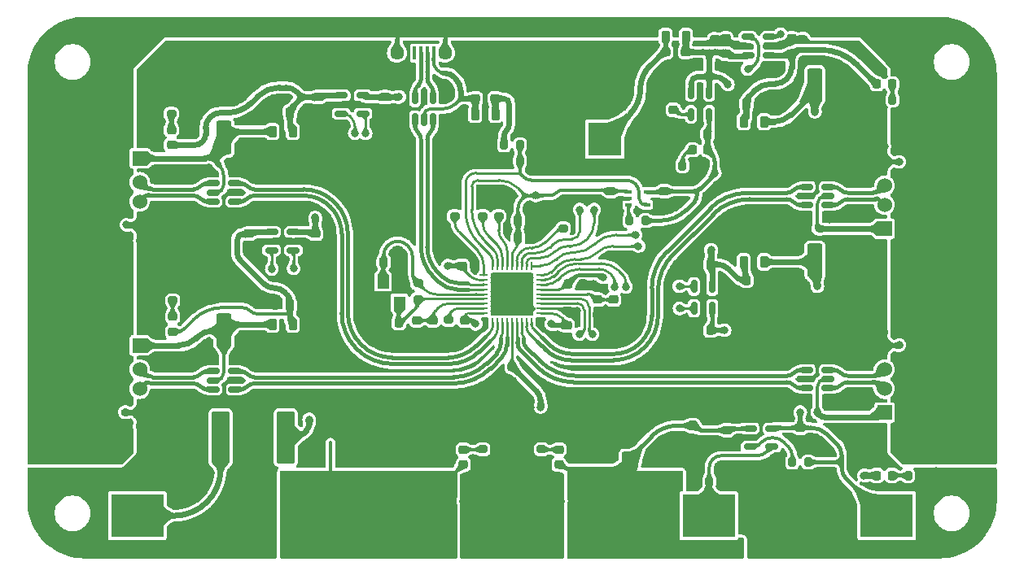
<source format=gbr>
%TF.GenerationSoftware,KiCad,Pcbnew,8.0.1-rc1*%
%TF.CreationDate,2024-04-25T22:15:09-05:00*%
%TF.ProjectId,USB-HUB,5553422d-4855-4422-9e6b-696361645f70,rev?*%
%TF.SameCoordinates,PXa983cd0PYa38e500*%
%TF.FileFunction,Copper,L1,Top*%
%TF.FilePolarity,Positive*%
%FSLAX46Y46*%
G04 Gerber Fmt 4.6, Leading zero omitted, Abs format (unit mm)*
G04 Created by KiCad (PCBNEW 8.0.1-rc1) date 2024-04-25 22:15:09*
%MOMM*%
%LPD*%
G01*
G04 APERTURE LIST*
G04 Aperture macros list*
%AMRoundRect*
0 Rectangle with rounded corners*
0 $1 Rounding radius*
0 $2 $3 $4 $5 $6 $7 $8 $9 X,Y pos of 4 corners*
0 Add a 4 corners polygon primitive as box body*
4,1,4,$2,$3,$4,$5,$6,$7,$8,$9,$2,$3,0*
0 Add four circle primitives for the rounded corners*
1,1,$1+$1,$2,$3*
1,1,$1+$1,$4,$5*
1,1,$1+$1,$6,$7*
1,1,$1+$1,$8,$9*
0 Add four rect primitives between the rounded corners*
20,1,$1+$1,$2,$3,$4,$5,0*
20,1,$1+$1,$4,$5,$6,$7,0*
20,1,$1+$1,$6,$7,$8,$9,0*
20,1,$1+$1,$8,$9,$2,$3,0*%
G04 Aperture macros list end*
%TA.AperFunction,SMDPad,CuDef*%
%ADD10RoundRect,0.225000X-0.225000X-0.250000X0.225000X-0.250000X0.225000X0.250000X-0.225000X0.250000X0*%
%TD*%
%TA.AperFunction,SMDPad,CuDef*%
%ADD11RoundRect,0.250000X0.712500X2.475000X-0.712500X2.475000X-0.712500X-2.475000X0.712500X-2.475000X0*%
%TD*%
%TA.AperFunction,SMDPad,CuDef*%
%ADD12RoundRect,0.200000X-0.200000X-0.275000X0.200000X-0.275000X0.200000X0.275000X-0.200000X0.275000X0*%
%TD*%
%TA.AperFunction,SMDPad,CuDef*%
%ADD13RoundRect,0.218750X0.218750X0.381250X-0.218750X0.381250X-0.218750X-0.381250X0.218750X-0.381250X0*%
%TD*%
%TA.AperFunction,SMDPad,CuDef*%
%ADD14RoundRect,0.225000X-0.250000X0.225000X-0.250000X-0.225000X0.250000X-0.225000X0.250000X0.225000X0*%
%TD*%
%TA.AperFunction,SMDPad,CuDef*%
%ADD15RoundRect,0.200000X0.200000X0.275000X-0.200000X0.275000X-0.200000X-0.275000X0.200000X-0.275000X0*%
%TD*%
%TA.AperFunction,SMDPad,CuDef*%
%ADD16R,5.500000X4.500000*%
%TD*%
%TA.AperFunction,SMDPad,CuDef*%
%ADD17RoundRect,0.150000X0.512500X0.150000X-0.512500X0.150000X-0.512500X-0.150000X0.512500X-0.150000X0*%
%TD*%
%TA.AperFunction,SMDPad,CuDef*%
%ADD18RoundRect,0.250000X-0.550000X1.500000X-0.550000X-1.500000X0.550000X-1.500000X0.550000X1.500000X0*%
%TD*%
%TA.AperFunction,ComponentPad*%
%ADD19R,1.524000X1.524000*%
%TD*%
%TA.AperFunction,ComponentPad*%
%ADD20C,1.524000*%
%TD*%
%TA.AperFunction,ComponentPad*%
%ADD21C,3.500000*%
%TD*%
%TA.AperFunction,SMDPad,CuDef*%
%ADD22RoundRect,0.225000X0.250000X-0.225000X0.250000X0.225000X-0.250000X0.225000X-0.250000X-0.225000X0*%
%TD*%
%TA.AperFunction,SMDPad,CuDef*%
%ADD23RoundRect,0.218750X-0.218750X-0.256250X0.218750X-0.256250X0.218750X0.256250X-0.218750X0.256250X0*%
%TD*%
%TA.AperFunction,SMDPad,CuDef*%
%ADD24RoundRect,0.225000X0.225000X0.250000X-0.225000X0.250000X-0.225000X-0.250000X0.225000X-0.250000X0*%
%TD*%
%TA.AperFunction,SMDPad,CuDef*%
%ADD25RoundRect,0.150000X-0.150000X0.512500X-0.150000X-0.512500X0.150000X-0.512500X0.150000X0.512500X0*%
%TD*%
%TA.AperFunction,ComponentPad*%
%ADD26C,2.600000*%
%TD*%
%TA.AperFunction,SMDPad,CuDef*%
%ADD27RoundRect,0.218750X-0.218750X-0.381250X0.218750X-0.381250X0.218750X0.381250X-0.218750X0.381250X0*%
%TD*%
%TA.AperFunction,SMDPad,CuDef*%
%ADD28RoundRect,0.200000X0.275000X-0.200000X0.275000X0.200000X-0.275000X0.200000X-0.275000X-0.200000X0*%
%TD*%
%TA.AperFunction,SMDPad,CuDef*%
%ADD29RoundRect,0.218750X-0.256250X0.218750X-0.256250X-0.218750X0.256250X-0.218750X0.256250X0.218750X0*%
%TD*%
%TA.AperFunction,SMDPad,CuDef*%
%ADD30RoundRect,0.150000X-0.512500X-0.150000X0.512500X-0.150000X0.512500X0.150000X-0.512500X0.150000X0*%
%TD*%
%TA.AperFunction,SMDPad,CuDef*%
%ADD31RoundRect,0.218750X0.218750X0.256250X-0.218750X0.256250X-0.218750X-0.256250X0.218750X-0.256250X0*%
%TD*%
%TA.AperFunction,SMDPad,CuDef*%
%ADD32RoundRect,0.200000X-0.275000X0.200000X-0.275000X-0.200000X0.275000X-0.200000X0.275000X0.200000X0*%
%TD*%
%TA.AperFunction,SMDPad,CuDef*%
%ADD33RoundRect,0.062500X0.117500X0.062500X-0.117500X0.062500X-0.117500X-0.062500X0.117500X-0.062500X0*%
%TD*%
%TA.AperFunction,SMDPad,CuDef*%
%ADD34RoundRect,0.250000X0.550000X-1.500000X0.550000X1.500000X-0.550000X1.500000X-0.550000X-1.500000X0*%
%TD*%
%TA.AperFunction,SMDPad,CuDef*%
%ADD35R,0.650000X0.400000*%
%TD*%
%TA.AperFunction,ComponentPad*%
%ADD36R,3.500000X3.500000*%
%TD*%
%TA.AperFunction,ComponentPad*%
%ADD37RoundRect,0.750000X-1.000000X0.750000X-1.000000X-0.750000X1.000000X-0.750000X1.000000X0.750000X0*%
%TD*%
%TA.AperFunction,ComponentPad*%
%ADD38RoundRect,0.875000X-0.875000X0.875000X-0.875000X-0.875000X0.875000X-0.875000X0.875000X0.875000X0*%
%TD*%
%TA.AperFunction,SMDPad,CuDef*%
%ADD39RoundRect,0.150000X0.150000X-0.512500X0.150000X0.512500X-0.150000X0.512500X-0.150000X-0.512500X0*%
%TD*%
%TA.AperFunction,SMDPad,CuDef*%
%ADD40R,0.400000X1.350000*%
%TD*%
%TA.AperFunction,ComponentPad*%
%ADD41O,1.200000X1.900000*%
%TD*%
%TA.AperFunction,SMDPad,CuDef*%
%ADD42R,1.200000X1.900000*%
%TD*%
%TA.AperFunction,ComponentPad*%
%ADD43C,1.450000*%
%TD*%
%TA.AperFunction,SMDPad,CuDef*%
%ADD44R,1.500000X1.900000*%
%TD*%
%TA.AperFunction,SMDPad,CuDef*%
%ADD45RoundRect,0.250000X-0.250000X0.250000X-0.250000X-0.250000X0.250000X-0.250000X0.250000X0.250000X0*%
%TD*%
%TA.AperFunction,SMDPad,CuDef*%
%ADD46R,1.200000X1.400000*%
%TD*%
%TA.AperFunction,SMDPad,CuDef*%
%ADD47RoundRect,0.062500X0.062500X-0.350000X0.062500X0.350000X-0.062500X0.350000X-0.062500X-0.350000X0*%
%TD*%
%TA.AperFunction,SMDPad,CuDef*%
%ADD48RoundRect,0.062500X0.350000X-0.062500X0.350000X0.062500X-0.350000X0.062500X-0.350000X-0.062500X0*%
%TD*%
%TA.AperFunction,SMDPad,CuDef*%
%ADD49R,3.700000X3.700000*%
%TD*%
%TA.AperFunction,ViaPad*%
%ADD50C,0.812800*%
%TD*%
%TA.AperFunction,Conductor*%
%ADD51C,0.457200*%
%TD*%
%TA.AperFunction,Conductor*%
%ADD52C,0.444500*%
%TD*%
%TA.AperFunction,Conductor*%
%ADD53C,0.228600*%
%TD*%
%TA.AperFunction,Conductor*%
%ADD54C,0.609600*%
%TD*%
%TA.AperFunction,Conductor*%
%ADD55C,0.355600*%
%TD*%
G04 APERTURE END LIST*
D10*
%TO.P,C31,1*%
%TO.N,/+5V_PORT3*%
X75221800Y29387800D03*
%TO.P,C31,2*%
%TO.N,GNDREF*%
X76771800Y29387800D03*
%TD*%
D11*
%TO.P,F1,1*%
%TO.N,/3V3_SYS*%
X27314300Y13004800D03*
%TO.P,F1,2*%
%TO.N,/3V3_FUSE*%
X20539300Y13004800D03*
%TD*%
D12*
%TO.P,R15,1*%
%TO.N,Net-(LS6-OC)*%
X79997800Y10464800D03*
%TO.P,R15,2*%
%TO.N,/+5V_FILT*%
X81647800Y10464800D03*
%TD*%
D13*
%TO.P,FB3,1,1*%
%TO.N,/+5V_PORT2*%
X28037300Y24815800D03*
%TO.P,FB3,2,2*%
%TO.N,/+5V_FILT_PORT2*%
X25912300Y24815800D03*
%TD*%
D14*
%TO.P,C36,1*%
%TO.N,/3V3_SYS*%
X66691300Y38654800D03*
%TO.P,C36,2*%
%TO.N,GNDREF*%
X66691300Y37104800D03*
%TD*%
D15*
%TO.P,R13,1*%
%TO.N,/VBUS_DET*%
X51675800Y43484800D03*
%TO.P,R13,2*%
%TO.N,/+5V_HOST_FILT*%
X50025800Y43484800D03*
%TD*%
D14*
%TO.P,C37,1*%
%TO.N,+3V3*%
X61103300Y38654800D03*
%TO.P,C37,2*%
%TO.N,GNDREF*%
X61103300Y37104800D03*
%TD*%
D16*
%TO.P,SW1,1,1*%
%TO.N,/3V3_FUSE*%
X11886800Y4876800D03*
%TO.P,SW1,2,2*%
%TO.N,/3V3_OUT*%
X30386800Y4876800D03*
%TD*%
D14*
%TO.P,C21,1*%
%TO.N,/+5V_FILT*%
X37642800Y48450800D03*
%TO.P,C21,2*%
%TO.N,GNDREF*%
X37642800Y46900800D03*
%TD*%
D17*
%TO.P,D8,1,I/O1*%
%TO.N,/USB_HUB2_D_P*%
X22016300Y18023800D03*
%TO.P,D8,2,GND*%
%TO.N,GNDREF*%
X22016300Y18973800D03*
%TO.P,D8,3,I/O2*%
%TO.N,/USB_HUB2_D_N*%
X22016300Y19923800D03*
%TO.P,D8,4,I/O2*%
%TO.N,/USB_PORT2_D_N*%
X19741300Y19923800D03*
%TO.P,D8,5,VBUS*%
%TO.N,/+5V_FILT_PORT2*%
X19741300Y18973800D03*
%TO.P,D8,6,I/O1*%
%TO.N,/USB_PORT2_D_P*%
X19741300Y18023800D03*
%TD*%
D18*
%TO.P,C32,1*%
%TO.N,/+5V_FILT_PORT3*%
X82346800Y31452800D03*
%TO.P,C32,2*%
%TO.N,GNDREF*%
X82346800Y26052800D03*
%TD*%
D19*
%TO.P,J3,1,VBUS*%
%TO.N,/+5V_FILT_PORT2*%
X12128300Y22600800D03*
D20*
%TO.P,J3,2,D-*%
%TO.N,/USB_PORT2_D_N*%
X12128300Y20100800D03*
%TO.P,J3,3,D+*%
%TO.N,/USB_PORT2_D_P*%
X12128300Y18100800D03*
%TO.P,J3,4,GND*%
%TO.N,GNDREF*%
X12128300Y15600800D03*
D21*
%TO.P,J3,5,Shield*%
%TO.N,GNDPWR*%
X9418300Y25670800D03*
X9418300Y12530800D03*
%TD*%
D22*
%TO.P,C28,1*%
%TO.N,/+5V_FILT*%
X73075800Y52996800D03*
%TO.P,C28,2*%
%TO.N,GNDREF*%
X73075800Y54546800D03*
%TD*%
D23*
%TO.P,D1,1,K*%
%TO.N,Net-(D1-K)*%
X69621300Y42976800D03*
%TO.P,D1,2,A*%
%TO.N,/3V3_SYS*%
X71196300Y42976800D03*
%TD*%
D14*
%TO.P,C40,1*%
%TO.N,/+5V_FILT*%
X80822800Y14046800D03*
%TO.P,C40,2*%
%TO.N,GNDREF*%
X80822800Y12496800D03*
%TD*%
D15*
%TO.P,R16,1*%
%TO.N,GNDREF*%
X73011800Y8432800D03*
%TO.P,R16,2*%
%TO.N,/+5V_OUT_EN*%
X71361800Y8432800D03*
%TD*%
%TO.P,R11,1*%
%TO.N,GNDREF*%
X93687300Y9067800D03*
%TO.P,R11,2*%
%TO.N,Net-(D6-K)*%
X92037300Y9067800D03*
%TD*%
D24*
%TO.P,C1,1*%
%TO.N,/USB_HOST_XTALIN*%
X39052800Y24942800D03*
%TO.P,C1,2*%
%TO.N,GNDREF*%
X37502800Y24942800D03*
%TD*%
D22*
%TO.P,C2,1*%
%TO.N,Net-(U1-BP)*%
X67614800Y47154800D03*
%TO.P,C2,2*%
%TO.N,GNDREF*%
X67614800Y48704800D03*
%TD*%
D25*
%TO.P,U1,1,IN*%
%TO.N,/+5V_FILT*%
X71358800Y48940300D03*
%TO.P,U1,2,GND*%
%TO.N,GNDREF*%
X70408800Y48940300D03*
%TO.P,U1,3,EN*%
%TO.N,/+5V_FILT*%
X69458800Y48940300D03*
%TO.P,U1,4,BP*%
%TO.N,Net-(U1-BP)*%
X69458800Y46665300D03*
%TO.P,U1,5,OUT*%
%TO.N,/3V3_SYS*%
X71358800Y46665300D03*
%TD*%
D12*
%TO.P,R12,1*%
%TO.N,GNDREF*%
X88760800Y48183800D03*
%TO.P,R12,2*%
%TO.N,Net-(D7-K)*%
X90410800Y48183800D03*
%TD*%
D17*
%TO.P,LS4,1,VOUT*%
%TO.N,/+5V_PORT4*%
X77642300Y52821800D03*
%TO.P,LS4,2,GND*%
%TO.N,GNDREF*%
X77642300Y53771800D03*
%TO.P,LS4,3,OC*%
%TO.N,/USB_HUB_NOCS4*%
X77642300Y54721800D03*
%TO.P,LS4,4,ON*%
%TO.N,/USB_HUB_PWRTPWR4*%
X75367300Y54721800D03*
%TO.P,LS4,5,VIN*%
%TO.N,/+5V_FILT*%
X75367300Y52821800D03*
%TD*%
D22*
%TO.P,C10,1*%
%TO.N,+3V3*%
X45643800Y30898800D03*
%TO.P,C10,2*%
%TO.N,GNDREF*%
X45643800Y32448800D03*
%TD*%
D14*
%TO.P,C14,1*%
%TO.N,/USB_HOST_PLLFILT*%
X42595800Y25209800D03*
%TO.P,C14,2*%
%TO.N,GNDREF*%
X42595800Y23659800D03*
%TD*%
%TO.P,C35,1*%
%TO.N,GNDPWR*%
X33705800Y55181800D03*
%TO.P,C35,2*%
%TO.N,GNDREF*%
X33705800Y53631800D03*
%TD*%
D22*
%TO.P,C9,1*%
%TO.N,+3V3*%
X56565800Y24675800D03*
%TO.P,C9,2*%
%TO.N,GNDREF*%
X56565800Y26225800D03*
%TD*%
D26*
%TO.P,TP3,1,1*%
%TO.N,GNDREF*%
X47040800Y2209800D03*
X54660800Y2209800D03*
%TD*%
D10*
%TO.P,C7,1*%
%TO.N,+3V3*%
X51472800Y35610800D03*
%TO.P,C7,2*%
%TO.N,GNDREF*%
X53022800Y35610800D03*
%TD*%
D27*
%TO.P,FB5,1,1*%
%TO.N,/+5V_PORT4*%
X74934300Y45897800D03*
%TO.P,FB5,2,2*%
%TO.N,/+5V_FILT_PORT4*%
X77059300Y45897800D03*
%TD*%
D28*
%TO.P,R18,1*%
%TO.N,GNDREF*%
X47802800Y10147800D03*
%TO.P,R18,2*%
%TO.N,Net-(D14-K)*%
X47802800Y11797800D03*
%TD*%
D29*
%TO.P,D4,1,K*%
%TO.N,Net-(D4-K)*%
X15417800Y45034300D03*
%TO.P,D4,2,A*%
%TO.N,/+5V_PORT1*%
X15417800Y43459300D03*
%TD*%
D22*
%TO.P,C27,1*%
%TO.N,/+5V_PORT4*%
X79933800Y52996800D03*
%TO.P,C27,2*%
%TO.N,GNDREF*%
X79933800Y54546800D03*
%TD*%
D12*
%TO.P,R14,1*%
%TO.N,GNDREF*%
X50025800Y41833800D03*
%TO.P,R14,2*%
%TO.N,/VBUS_DET*%
X51675800Y41833800D03*
%TD*%
D27*
%TO.P,FB4,1,1*%
%TO.N,/+5V_PORT3*%
X74934300Y31292800D03*
%TO.P,FB4,2,2*%
%TO.N,/+5V_FILT_PORT3*%
X77059300Y31292800D03*
%TD*%
D30*
%TO.P,LS2,1,VOUT*%
%TO.N,/+5V_PORT2*%
X25837300Y34401800D03*
%TO.P,LS2,2,GND*%
%TO.N,GNDREF*%
X25837300Y33451800D03*
%TO.P,LS2,3,OC*%
%TO.N,/USB_HUB_NOCS2*%
X25837300Y32501800D03*
%TO.P,LS2,4,ON*%
%TO.N,/USB_HUB_PWRTPWR2*%
X28112300Y32501800D03*
%TO.P,LS2,5,VIN*%
%TO.N,/+5V_FILT*%
X28112300Y34401800D03*
%TD*%
D14*
%TO.P,C6,1*%
%TO.N,/+5V_FILT*%
X68884800Y53149800D03*
%TO.P,C6,2*%
%TO.N,GNDREF*%
X68884800Y51599800D03*
%TD*%
D31*
%TO.P,D6,1,K*%
%TO.N,Net-(D6-K)*%
X90373300Y9067800D03*
%TO.P,D6,2,A*%
%TO.N,/+5V_PORT3*%
X88798300Y9067800D03*
%TD*%
D24*
%TO.P,C3,1*%
%TO.N,/3V3_SYS*%
X71183800Y44627800D03*
%TO.P,C3,2*%
%TO.N,GNDREF*%
X69633800Y44627800D03*
%TD*%
D18*
%TO.P,C34,1*%
%TO.N,/+5V_FILT_PORT4*%
X82346800Y49707800D03*
%TO.P,C34,2*%
%TO.N,GNDREF*%
X82346800Y44307800D03*
%TD*%
D32*
%TO.P,R8,1*%
%TO.N,/USB_HOST_XTALOUT*%
X41071800Y29069800D03*
%TO.P,R8,2*%
%TO.N,/USB_HOST_XTALIN*%
X41071800Y27419800D03*
%TD*%
D29*
%TO.P,D14,1,K*%
%TO.N,Net-(D14-K)*%
X45770800Y11760300D03*
%TO.P,D14,2,A*%
%TO.N,/3V3_OUT*%
X45770800Y10185300D03*
%TD*%
D24*
%TO.P,C26,1*%
%TO.N,/+5V_FILT*%
X71498800Y24175300D03*
%TO.P,C26,2*%
%TO.N,GNDREF*%
X69948800Y24175300D03*
%TD*%
D16*
%TO.P,SW2,1,1*%
%TO.N,/+5V_OUT_EN*%
X71322800Y4876800D03*
%TO.P,SW2,2,2*%
%TO.N,/+5V_FILT*%
X89822800Y4876800D03*
%TD*%
D33*
%TO.P,D12,1,A1*%
%TO.N,GNDREF*%
X31126800Y12496800D03*
%TO.P,D12,2,A2*%
%TO.N,/3V3_OUT*%
X31966800Y12496800D03*
%TD*%
D24*
%TO.P,C25,1*%
%TO.N,/+5V_PORT3*%
X71498800Y31033300D03*
%TO.P,C25,2*%
%TO.N,GNDREF*%
X69948800Y31033300D03*
%TD*%
D19*
%TO.P,J4,1,VBUS*%
%TO.N,/+5V_FILT_PORT3*%
X89585800Y15600800D03*
D20*
%TO.P,J4,2,D-*%
%TO.N,/USB_PORT3_D_N*%
X89585800Y18100800D03*
%TO.P,J4,3,D+*%
%TO.N,/USB_PORT3_D_P*%
X89585800Y20100800D03*
%TO.P,J4,4,GND*%
%TO.N,GNDREF*%
X89585800Y22600800D03*
D21*
%TO.P,J4,5,Shield*%
%TO.N,GNDPWR*%
X92295800Y12530800D03*
X92295800Y25670800D03*
%TD*%
D28*
%TO.P,R17,1*%
%TO.N,GNDREF*%
X53898800Y10147800D03*
%TO.P,R17,2*%
%TO.N,Net-(D13-K)*%
X53898800Y11797800D03*
%TD*%
D34*
%TO.P,C30,1*%
%TO.N,/+5V_FILT_PORT2*%
X20878800Y24147800D03*
%TO.P,C30,2*%
%TO.N,GNDREF*%
X20878800Y29547800D03*
%TD*%
D14*
%TO.P,C16,1*%
%TO.N,/USB_HOST_CRFILT*%
X61391800Y27368800D03*
%TO.P,C16,2*%
%TO.N,GNDREF*%
X61391800Y25818800D03*
%TD*%
D35*
%TO.P,LS5,1,VOUT*%
%TO.N,+3V3*%
X62981800Y38546800D03*
%TO.P,LS5,2,GND*%
%TO.N,GNDREF*%
X62981800Y37896800D03*
%TO.P,LS5,3,OC*%
%TO.N,Net-(LS5-OC)*%
X62981800Y37246800D03*
%TO.P,LS5,4,ON*%
%TO.N,/VBUS_DET*%
X64881800Y37246800D03*
%TO.P,LS5,5,VIN*%
%TO.N,/3V3_SYS*%
X64881800Y38546800D03*
%TD*%
D19*
%TO.P,J2,1,VBUS*%
%TO.N,/+5V_FILT_PORT1*%
X12128300Y42090800D03*
D20*
%TO.P,J2,2,D-*%
%TO.N,/USB_PORT1_D_N*%
X12128300Y39590800D03*
%TO.P,J2,3,D+*%
%TO.N,/USB_PORT1_D_P*%
X12128300Y37590800D03*
%TO.P,J2,4,GND*%
%TO.N,GNDREF*%
X12128300Y35090800D03*
D21*
%TO.P,J2,5,Shield*%
%TO.N,GNDPWR*%
X9418300Y45160800D03*
X9418300Y32020800D03*
%TD*%
D22*
%TO.P,C39,1*%
%TO.N,/+5V_HOST_FILT*%
X49072800Y48297800D03*
%TO.P,C39,2*%
%TO.N,GNDREF*%
X49072800Y49847800D03*
%TD*%
D32*
%TO.P,R10,1*%
%TO.N,GNDREF*%
X15544800Y28942800D03*
%TO.P,R10,2*%
%TO.N,Net-(D5-K)*%
X15544800Y27292800D03*
%TD*%
D14*
%TO.P,C17,1*%
%TO.N,/USB_HOST_CRFILT*%
X59740800Y27368800D03*
%TO.P,C17,2*%
%TO.N,GNDREF*%
X59740800Y25818800D03*
%TD*%
D32*
%TO.P,R5,1*%
%TO.N,GNDREF*%
X56184800Y36435800D03*
%TO.P,R5,2*%
%TO.N,/USB_HOST_NON_REM1*%
X56184800Y34785800D03*
%TD*%
%TO.P,R6,1*%
%TO.N,GNDREF*%
X44881800Y37705800D03*
%TO.P,R6,2*%
%TO.N,/USB_HOST_NON_REM0*%
X44881800Y36055800D03*
%TD*%
D30*
%TO.P,LS1,1,VOUT*%
%TO.N,/+5V_PORT1*%
X33076300Y48625800D03*
%TO.P,LS1,2,GND*%
%TO.N,GNDREF*%
X33076300Y47675800D03*
%TO.P,LS1,3,OC*%
%TO.N,/USB_HUB_NOCS1*%
X33076300Y46725800D03*
%TO.P,LS1,4,ON*%
%TO.N,/USB_HUB_PWRTPWR1*%
X35351300Y46725800D03*
%TO.P,LS1,5,VIN*%
%TO.N,/+5V_FILT*%
X35351300Y48625800D03*
%TD*%
D14*
%TO.P,C4,1*%
%TO.N,GNDPWR*%
X35483800Y55181800D03*
%TO.P,C4,2*%
%TO.N,GNDREF*%
X35483800Y53631800D03*
%TD*%
D36*
%TO.P,J6,1*%
%TO.N,/+5V*%
X60502800Y44088800D03*
D37*
%TO.P,J6,2*%
%TO.N,GNDREF*%
X60502800Y50088800D03*
D38*
%TO.P,J6,3*%
X55802800Y47088800D03*
%TD*%
D22*
%TO.P,C38,1*%
%TO.N,/+5V_HOST*%
X47040800Y48297800D03*
%TO.P,C38,2*%
%TO.N,GNDREF*%
X47040800Y49847800D03*
%TD*%
D14*
%TO.P,C15,1*%
%TO.N,/USB_HOST_PLLFILT*%
X40944800Y25209800D03*
%TO.P,C15,2*%
%TO.N,GNDREF*%
X40944800Y23659800D03*
%TD*%
D32*
%TO.P,R7,1*%
%TO.N,GNDREF*%
X47802800Y37705800D03*
%TO.P,R7,2*%
%TO.N,/USB_HOST_CFG_SEL1*%
X47802800Y36055800D03*
%TD*%
D27*
%TO.P,FB6,1,1*%
%TO.N,/+5V_HOST*%
X46994300Y46659800D03*
%TO.P,FB6,2,2*%
%TO.N,/+5V_HOST_FILT*%
X49119300Y46659800D03*
%TD*%
D32*
%TO.P,R3,1*%
%TO.N,GNDREF*%
X49453800Y37705800D03*
%TO.P,R3,2*%
%TO.N,/USB_HOST_CFG_SEL0*%
X49453800Y36055800D03*
%TD*%
%TO.P,R4,1*%
%TO.N,/USB_HUB_RBIAS*%
X44246800Y25259800D03*
%TO.P,R4,2*%
%TO.N,GNDREF*%
X44246800Y23609800D03*
%TD*%
D24*
%TO.P,C19,1*%
%TO.N,/+5V_PORT1*%
X27749800Y46913800D03*
%TO.P,C19,2*%
%TO.N,GNDREF*%
X26199800Y46913800D03*
%TD*%
D14*
%TO.P,C8,1*%
%TO.N,+3V3*%
X50850800Y20383800D03*
%TO.P,C8,2*%
%TO.N,GNDREF*%
X50850800Y18833800D03*
%TD*%
D24*
%TO.P,C29,1*%
%TO.N,/+5V_PORT2*%
X27749800Y26847800D03*
%TO.P,C29,2*%
%TO.N,GNDREF*%
X26199800Y26847800D03*
%TD*%
D15*
%TO.P,R1,1*%
%TO.N,GNDREF*%
X70217800Y41325800D03*
%TO.P,R1,2*%
%TO.N,Net-(D1-K)*%
X68567800Y41325800D03*
%TD*%
D34*
%TO.P,C20,1*%
%TO.N,/+5V_FILT_PORT1*%
X20878800Y44213800D03*
%TO.P,C20,2*%
%TO.N,GNDREF*%
X20878800Y49613800D03*
%TD*%
D17*
%TO.P,D3,1,I/O1*%
%TO.N,/USB_HUB1_D_P*%
X22016300Y37581800D03*
%TO.P,D3,2,GND*%
%TO.N,GNDREF*%
X22016300Y38531800D03*
%TO.P,D3,3,I/O2*%
%TO.N,/USB_HUB1_D_N*%
X22016300Y39481800D03*
%TO.P,D3,4,I/O2*%
%TO.N,/USB_PORT1_D_N*%
X19741300Y39481800D03*
%TO.P,D3,5,VBUS*%
%TO.N,/+5V_FILT_PORT1*%
X19741300Y38531800D03*
%TO.P,D3,6,I/O1*%
%TO.N,/USB_PORT1_D_P*%
X19741300Y37581800D03*
%TD*%
D29*
%TO.P,D13,1,K*%
%TO.N,Net-(D13-K)*%
X55732800Y11760300D03*
%TO.P,D13,2,A*%
%TO.N,/+5V_OUT*%
X55732800Y10185300D03*
%TD*%
D14*
%TO.P,C42,1*%
%TO.N,/+5V_OUT*%
X73202800Y13779800D03*
%TO.P,C42,2*%
%TO.N,GNDREF*%
X73202800Y12229800D03*
%TD*%
D32*
%TO.P,R9,1*%
%TO.N,GNDREF*%
X15417800Y48373800D03*
%TO.P,R9,2*%
%TO.N,Net-(D4-K)*%
X15417800Y46723800D03*
%TD*%
D30*
%TO.P,D9,1,I/O1*%
%TO.N,/USB_HUB3_D_P*%
X81463300Y20050800D03*
%TO.P,D9,2,GND*%
%TO.N,GNDREF*%
X81463300Y19100800D03*
%TO.P,D9,3,I/O2*%
%TO.N,/USB_HUB3_D_N*%
X81463300Y18150800D03*
%TO.P,D9,4,I/O2*%
%TO.N,/USB_PORT3_D_N*%
X83738300Y18150800D03*
%TO.P,D9,5,VBUS*%
%TO.N,/+5V_FILT_PORT3*%
X83738300Y19100800D03*
%TO.P,D9,6,I/O1*%
%TO.N,/USB_PORT3_D_P*%
X83738300Y20050800D03*
%TD*%
D10*
%TO.P,C33,1*%
%TO.N,/+5V_PORT4*%
X75221800Y47802800D03*
%TO.P,C33,2*%
%TO.N,GNDREF*%
X76771800Y47802800D03*
%TD*%
D26*
%TO.P,TP1,1,1*%
%TO.N,/+5V_OUT*%
X58851800Y2209800D03*
X66471800Y2209800D03*
%TD*%
D39*
%TO.P,D2,1,I/O1*%
%TO.N,/USB_HOST_D_P*%
X40756800Y46091800D03*
%TO.P,D2,2,GND*%
%TO.N,/+5V_HOST*%
X41706800Y46091800D03*
%TO.P,D2,3,I/O2*%
%TO.N,/USB_HOST_D_N*%
X42656800Y46091800D03*
%TO.P,D2,4,I/O2*%
%TO.N,/USB_CONN_HOST_D_N*%
X42656800Y48366800D03*
%TO.P,D2,5,VBUS*%
%TO.N,GNDREF*%
X41706800Y48366800D03*
%TO.P,D2,6,I/O1*%
%TO.N,/USB_CONN_HOST_D_P*%
X40756800Y48366800D03*
%TD*%
D29*
%TO.P,D5,1,K*%
%TO.N,Net-(D5-K)*%
X15544800Y25603300D03*
%TO.P,D5,2,A*%
%TO.N,/+5V_PORT2*%
X15544800Y24028300D03*
%TD*%
D14*
%TO.P,C5,1*%
%TO.N,/+5V*%
X66852800Y53149800D03*
%TO.P,C5,2*%
%TO.N,GNDREF*%
X66852800Y51599800D03*
%TD*%
D19*
%TO.P,J5,1,VBUS*%
%TO.N,/+5V_FILT_PORT4*%
X89585800Y34743000D03*
D20*
%TO.P,J5,2,D-*%
%TO.N,/USB_PORT4_D_N*%
X89585800Y37243000D03*
%TO.P,J5,3,D+*%
%TO.N,/USB_PORT4_D_P*%
X89585800Y39243000D03*
%TO.P,J5,4,GND*%
%TO.N,GNDREF*%
X89585800Y41743000D03*
D21*
%TO.P,J5,5,Shield*%
%TO.N,GNDPWR*%
X92295800Y31673000D03*
X92295800Y44813000D03*
%TD*%
D10*
%TO.P,C12,1*%
%TO.N,+3V3*%
X56679800Y29006800D03*
%TO.P,C12,2*%
%TO.N,GNDREF*%
X58229800Y29006800D03*
%TD*%
D30*
%TO.P,D10,1,I/O1*%
%TO.N,/USB_HUB4_D_P*%
X81463300Y39100800D03*
%TO.P,D10,2,GND*%
%TO.N,GNDREF*%
X81463300Y38150800D03*
%TO.P,D10,3,I/O2*%
%TO.N,/USB_HUB4_D_N*%
X81463300Y37200800D03*
%TO.P,D10,4,I/O2*%
%TO.N,/USB_PORT4_D_N*%
X83738300Y37200800D03*
%TO.P,D10,5,VBUS*%
%TO.N,/+5V_FILT_PORT4*%
X83738300Y38150800D03*
%TO.P,D10,6,I/O1*%
%TO.N,/USB_PORT4_D_P*%
X83738300Y39100800D03*
%TD*%
D14*
%TO.P,C11,1*%
%TO.N,+3V3*%
X45897800Y25209800D03*
%TO.P,C11,2*%
%TO.N,GNDREF*%
X45897800Y23659800D03*
%TD*%
%TO.P,C24,1*%
%TO.N,/+5V_FILT*%
X30403800Y34226800D03*
%TO.P,C24,2*%
%TO.N,GNDREF*%
X30403800Y32676800D03*
%TD*%
%TO.P,C23,1*%
%TO.N,/+5V_PORT2*%
X23418800Y34226800D03*
%TO.P,C23,2*%
%TO.N,GNDREF*%
X23418800Y32676800D03*
%TD*%
D10*
%TO.P,C13,1*%
%TO.N,+3V3*%
X51472800Y33832800D03*
%TO.P,C13,2*%
%TO.N,GNDREF*%
X53022800Y33832800D03*
%TD*%
D27*
%TO.P,FB1,1,1*%
%TO.N,/+5V*%
X66806300Y54787800D03*
%TO.P,FB1,2,2*%
%TO.N,/+5V_FILT*%
X68931300Y54787800D03*
%TD*%
D12*
%TO.P,R2,1*%
%TO.N,Net-(LS5-OC)*%
X63072300Y35593800D03*
%TO.P,R2,2*%
%TO.N,/3V3_SYS*%
X64722300Y35593800D03*
%TD*%
D10*
%TO.P,C18,1*%
%TO.N,/USB_HOST_XTALOUT*%
X37502800Y31292800D03*
%TO.P,C18,2*%
%TO.N,GNDREF*%
X39052800Y31292800D03*
%TD*%
D14*
%TO.P,C22,1*%
%TO.N,/+5V_PORT1*%
X30657800Y48450800D03*
%TO.P,C22,2*%
%TO.N,GNDREF*%
X30657800Y46900800D03*
%TD*%
D31*
%TO.P,D7,1,K*%
%TO.N,Net-(D7-K)*%
X90373300Y49834800D03*
%TO.P,D7,2,A*%
%TO.N,/+5V_PORT4*%
X88798300Y49834800D03*
%TD*%
D40*
%TO.P,J1,1,VBUS*%
%TO.N,/+5V_HOST*%
X42676600Y53045900D03*
%TO.P,J1,2,D-*%
%TO.N,/USB_CONN_HOST_D_N*%
X42026600Y53045900D03*
%TO.P,J1,3,D+*%
%TO.N,/USB_CONN_HOST_D_P*%
X41376600Y53045900D03*
%TO.P,J1,4,ID*%
%TO.N,unconnected-(J1-ID-Pad4)*%
X40726600Y53045900D03*
%TO.P,J1,5,GND*%
%TO.N,GNDREF*%
X40076600Y53045900D03*
D41*
%TO.P,J1,6,Shield*%
%TO.N,GNDPWR*%
X44876600Y55745900D03*
D42*
X44276600Y55745900D03*
D43*
X43876600Y53045900D03*
D44*
X42376600Y55745900D03*
X40376600Y55745900D03*
D43*
X38876600Y53045900D03*
D42*
X38476600Y55745900D03*
D41*
X37876600Y55745900D03*
%TD*%
D34*
%TO.P,C41,1*%
%TO.N,/+5V_OUT*%
X63042800Y9796800D03*
%TO.P,C41,2*%
%TO.N,GNDREF*%
X63042800Y15196800D03*
%TD*%
D13*
%TO.P,FB2,1,1*%
%TO.N,/+5V_PORT1*%
X28037300Y44881800D03*
%TO.P,FB2,2,2*%
%TO.N,/+5V_FILT_PORT1*%
X25912300Y44881800D03*
%TD*%
D45*
%TO.P,D11,1,A1*%
%TO.N,/+5V_OUT*%
X69646800Y14254800D03*
%TO.P,D11,2,A2*%
%TO.N,GNDREF*%
X69646800Y11754800D03*
%TD*%
D26*
%TO.P,TP2,1,1*%
%TO.N,/3V3_OUT*%
X35229800Y2209800D03*
X42849800Y2209800D03*
%TD*%
D46*
%TO.P,X1,1,1*%
%TO.N,/USB_HOST_XTALOUT*%
X37427800Y29217800D03*
%TO.P,X1,2,2*%
%TO.N,GNDREF*%
X37427800Y27017800D03*
%TO.P,X1,3,3*%
%TO.N,/USB_HOST_XTALIN*%
X39127800Y27017800D03*
%TO.P,X1,4,4*%
%TO.N,GNDREF*%
X39127800Y29217800D03*
%TD*%
D47*
%TO.P,U2,1,USBDM_DN1/PRT_DIS_M1*%
%TO.N,/USB_HUB1_D_N*%
X48850800Y25013300D03*
%TO.P,U2,2,USBDP_DN1/PRT_DIS_P1*%
%TO.N,/USB_HUB1_D_P*%
X49350800Y25013300D03*
%TO.P,U2,3,USBDM_DN2/PRT_DIS_M2*%
%TO.N,/USB_HUB2_D_N*%
X49850800Y25013300D03*
%TO.P,U2,4,USBDP_DN2/PRT_DIS_P2*%
%TO.N,/USB_HUB2_D_P*%
X50350800Y25013300D03*
%TO.P,U2,5,VDDA33*%
%TO.N,+3V3*%
X50850800Y25013300D03*
%TO.P,U2,6,USBDM_DN3/PRT_DIS_M3*%
%TO.N,/USB_HUB3_D_N*%
X51350800Y25013300D03*
%TO.P,U2,7,USBDP_DN3/PRT_DIS_P3*%
%TO.N,/USB_HUB3_D_P*%
X51850800Y25013300D03*
%TO.P,U2,8,USBDM_DN4/PRT_DIS_M4*%
%TO.N,/USB_HUB4_D_N*%
X52350800Y25013300D03*
%TO.P,U2,9,USBDP_DN4/PRT_DIS_P4*%
%TO.N,/USB_HUB4_D_P*%
X52850800Y25013300D03*
D48*
%TO.P,U2,10,VDDA33*%
%TO.N,+3V3*%
X53788300Y25950800D03*
%TO.P,U2,11,TEST*%
%TO.N,GNDREF*%
X53788300Y26450800D03*
%TO.P,U2,12,PRTPWR1/BC_EN1*%
%TO.N,/USB_HUB_PWRTPWR1*%
X53788300Y26950800D03*
%TO.P,U2,13,OCS_N1*%
%TO.N,/USB_HUB_NOCS1*%
X53788300Y27450800D03*
%TO.P,U2,14,CRFILT*%
%TO.N,/USB_HOST_CRFILT*%
X53788300Y27950800D03*
%TO.P,U2,15,VDD33*%
%TO.N,+3V3*%
X53788300Y28450800D03*
%TO.P,U2,16,PRTPWR2/BC_EN2*%
%TO.N,/USB_HUB_PWRTPWR2*%
X53788300Y28950800D03*
%TO.P,U2,17,OCS_N2*%
%TO.N,/USB_HUB_NOCS2*%
X53788300Y29450800D03*
%TO.P,U2,18,PRTPWR3/BC_EN3*%
%TO.N,/USB_HUB_PWRTPWR3*%
X53788300Y29950800D03*
D47*
%TO.P,U2,19,OCS_N3*%
%TO.N,/USB_HUB_NOCS3*%
X52850800Y30888300D03*
%TO.P,U2,20,PRTPWR4/BC_EN4*%
%TO.N,/USB_HUB_PWRTPWR4*%
X52350800Y30888300D03*
%TO.P,U2,21,OCS_N4*%
%TO.N,/USB_HUB_NOCS4*%
X51850800Y30888300D03*
%TO.P,U2,22,SDA/SMBDATA/NON_REM1*%
%TO.N,/USB_HOST_NON_REM1*%
X51350800Y30888300D03*
%TO.P,U2,23,VDD33*%
%TO.N,+3V3*%
X50850800Y30888300D03*
%TO.P,U2,24,SCL/SMBCLK/CFG_SEL0*%
%TO.N,/USB_HOST_CFG_SEL0*%
X50350800Y30888300D03*
%TO.P,U2,25,HS_IND/CFG_SEL1*%
%TO.N,/USB_HOST_CFG_SEL1*%
X49850800Y30888300D03*
%TO.P,U2,26,RESET_N*%
%TO.N,+3V3*%
X49350800Y30888300D03*
%TO.P,U2,27,VBUS_DET*%
%TO.N,/VBUS_DET*%
X48850800Y30888300D03*
D48*
%TO.P,U2,28,SUSP_IND/LOCAL_PWR/NON_REM0*%
%TO.N,/USB_HOST_NON_REM0*%
X47913300Y29950800D03*
%TO.P,U2,29,VDDA33*%
%TO.N,+3V3*%
X47913300Y29450800D03*
%TO.P,U2,30,USBDM_UP*%
%TO.N,/USB_HOST_D_N*%
X47913300Y28950800D03*
%TO.P,U2,31,USBDP_UP*%
%TO.N,/USB_HOST_D_P*%
X47913300Y28450800D03*
%TO.P,U2,32,XTALOUT*%
%TO.N,/USB_HOST_XTALOUT*%
X47913300Y27950800D03*
%TO.P,U2,33,XTALIN/CLKIN*%
%TO.N,/USB_HOST_XTALIN*%
X47913300Y27450800D03*
%TO.P,U2,34,PLLFILT*%
%TO.N,/USB_HOST_PLLFILT*%
X47913300Y26950800D03*
%TO.P,U2,35,RBIAS*%
%TO.N,/USB_HUB_RBIAS*%
X47913300Y26450800D03*
%TO.P,U2,36,VDDA33*%
%TO.N,+3V3*%
X47913300Y25950800D03*
D49*
%TO.P,U2,37,VSS*%
%TO.N,GNDREF*%
X50850800Y27950800D03*
%TD*%
D30*
%TO.P,LS6,1,VOUT*%
%TO.N,/+5V_OUT*%
X75621300Y13954800D03*
%TO.P,LS6,2,GND*%
%TO.N,GNDREF*%
X75621300Y13004800D03*
%TO.P,LS6,3,OC*%
%TO.N,Net-(LS6-OC)*%
X75621300Y12054800D03*
%TO.P,LS6,4,ON*%
%TO.N,/+5V_OUT_EN*%
X77896300Y12054800D03*
%TO.P,LS6,5,VIN*%
%TO.N,/+5V_FILT*%
X77896300Y13954800D03*
%TD*%
D25*
%TO.P,LS3,1,VOUT*%
%TO.N,/+5V_PORT3*%
X71673800Y28741800D03*
%TO.P,LS3,2,GND*%
%TO.N,GNDREF*%
X70723800Y28741800D03*
%TO.P,LS3,3,OC*%
%TO.N,/USB_HUB_NOCS3*%
X69773800Y28741800D03*
%TO.P,LS3,4,ON*%
%TO.N,/USB_HUB_PWRTPWR3*%
X69773800Y26466800D03*
%TO.P,LS3,5,VIN*%
%TO.N,/+5V_FILT*%
X71673800Y26466800D03*
%TD*%
D50*
%TO.N,GNDREF*%
X61645800Y47675800D03*
X66598800Y50342800D03*
X20878800Y32054800D03*
X22910800Y41960800D03*
X52120800Y26720800D03*
X68630800Y11480800D03*
X30530800Y26720800D03*
X87553800Y48183800D03*
X83870800Y52120800D03*
X91135200Y22631400D03*
X78790800Y26720800D03*
X44246800Y22529800D03*
X67868800Y37515800D03*
X68517556Y50368512D03*
X22910800Y21640800D03*
X81203800Y54533800D03*
X88950800Y1320800D03*
X13665200Y35128200D03*
X27990800Y41960800D03*
X73710800Y16560800D03*
X59105800Y47675800D03*
X78790800Y6400800D03*
X81457800Y28752800D03*
X24993600Y27000200D03*
X52120800Y27990800D03*
X29921200Y45618400D03*
X22910800Y1320800D03*
X78790800Y41960800D03*
X37693600Y45085000D03*
X58470800Y16560800D03*
X17830800Y16560800D03*
X50850800Y29260800D03*
X59334400Y29032200D03*
X30530800Y29260800D03*
X50850800Y6400800D03*
X88950800Y11480800D03*
X17830800Y52120800D03*
X68630800Y16560800D03*
X39090600Y32588200D03*
X49580800Y29260800D03*
X59740800Y24815800D03*
X94030800Y6400800D03*
X71805800Y54533800D03*
X73075800Y9855200D03*
X74345800Y50469800D03*
X17830800Y1320800D03*
X40944800Y22529800D03*
X49580800Y27990800D03*
X72313800Y39420800D03*
X83870800Y41960800D03*
X43230800Y36880800D03*
X50850800Y16230600D03*
X82042000Y12496800D03*
X78790800Y16560800D03*
X78079600Y29362400D03*
X17830800Y21640800D03*
X78790800Y21640800D03*
X58470800Y11480800D03*
X63539221Y52132379D03*
X15290800Y36880800D03*
X43230800Y16560800D03*
X94945200Y9525000D03*
X38150800Y36880800D03*
X58470800Y52120800D03*
X47802800Y38785800D03*
X17830800Y47040800D03*
X12115800Y14198600D03*
X29260800Y35864800D03*
X43230800Y11480800D03*
X22479000Y49580800D03*
X55295800Y23672800D03*
X30403800Y31572200D03*
X43230800Y41960800D03*
X27990800Y52120800D03*
X78790800Y36880800D03*
X66090800Y21640800D03*
X67614800Y49961800D03*
X50850800Y11480800D03*
X83870800Y16309054D03*
X78790800Y1320800D03*
X79552800Y15671800D03*
X99110800Y6400800D03*
X15519400Y30073600D03*
X80746600Y26720800D03*
X52755800Y45770800D03*
X38150800Y41960800D03*
X17830800Y36880800D03*
X61391800Y24815800D03*
X17830800Y26720800D03*
X86410800Y36880800D03*
X52755800Y48310800D03*
X83870800Y1320800D03*
X83870800Y45135800D03*
X37515800Y23672800D03*
X27990800Y21640800D03*
X12750800Y8940800D03*
X33070800Y21640800D03*
X52603400Y10134600D03*
X38150800Y11480800D03*
X43865800Y49580800D03*
X53390800Y41960800D03*
X27990800Y16560800D03*
X81584800Y34721800D03*
X88950800Y31800800D03*
X12141200Y33502600D03*
X50850800Y27990800D03*
X22910800Y16560800D03*
X24511000Y31572200D03*
X50850800Y26720800D03*
X33070800Y41960800D03*
X22910800Y6400800D03*
X49580800Y26720800D03*
X26974800Y30530800D03*
X83870800Y26720800D03*
X56184800Y37642800D03*
X61137800Y35864800D03*
X7670800Y8940800D03*
X89585800Y43357800D03*
X78028800Y47802800D03*
X45770800Y6400800D03*
X83870800Y46913800D03*
X57619900Y26212800D03*
X54025800Y35610800D03*
X87426800Y10210800D03*
X33070800Y52120800D03*
X17830800Y11480800D03*
X49174400Y10109200D03*
X22910800Y52120800D03*
X26187400Y48234600D03*
X87909400Y22580600D03*
X48310800Y41960800D03*
X29768800Y16052800D03*
X33070800Y11480800D03*
X55930800Y6400800D03*
X48310800Y16560800D03*
X13741400Y15595600D03*
X45516800Y22529800D03*
X12750800Y1320800D03*
X88011000Y41743000D03*
X19253200Y49657000D03*
X94030800Y1320800D03*
X89535000Y24028400D03*
X80822800Y45135800D03*
X20929600Y16713200D03*
X68249800Y27533600D03*
X36262375Y27727975D03*
X7670800Y1320800D03*
X88950800Y47040800D03*
X30530800Y24180800D03*
X83870800Y6400800D03*
X19354800Y29565600D03*
X83870800Y21640800D03*
X38150800Y16560800D03*
X53390800Y36880800D03*
X33197800Y44627800D03*
X42595800Y22529800D03*
X20878800Y36372800D03*
X83870800Y11480800D03*
X45135800Y33451800D03*
X70408800Y47548800D03*
X22910800Y11480800D03*
X27990800Y36880800D03*
X53390800Y52120800D03*
X68973700Y31038800D03*
X33070800Y16560800D03*
X17830800Y31800800D03*
X22453600Y29565600D03*
X35610800Y52120800D03*
X88950800Y26720800D03*
X49453800Y38785800D03*
X83870800Y35737800D03*
X48310800Y52120800D03*
X15290800Y40690800D03*
X10591800Y15646400D03*
X68757800Y24282400D03*
X10744200Y35153600D03*
X52755800Y16179800D03*
X30022800Y12496800D03*
X54102000Y34569400D03*
X17830800Y40690800D03*
X52120800Y29260800D03*
X91109800Y41706800D03*
%TO.N,+3V3*%
X47066200Y24841200D03*
X53822600Y16179800D03*
X54914800Y24841200D03*
X60299600Y29692600D03*
X44145200Y30911800D03*
X53314600Y38201600D03*
%TO.N,/3V3_SYS*%
X29743400Y14909800D03*
X71932800Y40563800D03*
%TO.N,/+5V_FILT*%
X71358800Y52956800D03*
X39116000Y48463200D03*
X30378400Y35915600D03*
X72948800Y24180800D03*
X80822800Y15671800D03*
X73304400Y49784000D03*
%TO.N,/+5V_PORT3*%
X87426800Y9067800D03*
X71551800Y32562800D03*
%TO.N,/+5V_FILT_PORT3*%
X82600800Y28752800D03*
X82600800Y15595600D03*
%TO.N,/+5V_FILT_PORT4*%
X82346800Y46913800D03*
X82727800Y34743000D03*
%TO.N,/USB_HUB_NOCS1*%
X59207400Y23774400D03*
X34493200Y44704000D03*
%TO.N,/USB_HUB_PWRTPWR1*%
X35610800Y44678600D03*
X57835800Y23774400D03*
%TO.N,/USB_HUB_NOCS2*%
X62687200Y28676600D03*
X25857200Y30556200D03*
%TO.N,/USB_HUB_PWRTPWR2*%
X61518800Y28702000D03*
X28117800Y30632400D03*
%TO.N,/USB_HUB_NOCS3*%
X68249800Y28752800D03*
X63703200Y34112200D03*
%TO.N,/USB_HUB_PWRTPWR3*%
X64008000Y32943800D03*
X68275200Y26441400D03*
%TO.N,/USB_HUB_NOCS4*%
X78790800Y55041800D03*
X57886600Y36753800D03*
%TO.N,/USB_HUB_PWRTPWR4*%
X75361800Y51358800D03*
X59385200Y36753800D03*
%TD*%
D51*
%TO.N,+3V3*%
X57795106Y29912715D02*
X57794221Y29913600D01*
X59922329Y29913600D02*
X59921444Y29912715D01*
X60299600Y29692600D02*
X60189100Y29803100D01*
X57794221Y29913600D02*
G75*
G03*
X57439788Y29766792I-21J-501200D01*
G01*
X59921444Y29912715D02*
X57795106Y29912715D01*
X60189100Y29803100D02*
G75*
G03*
X59922329Y29913612I-266800J-266800D01*
G01*
X57439790Y29766790D02*
X56679800Y29006800D01*
D52*
%TO.N,/USB_PORT4_D_P*%
X89063229Y38720432D02*
G75*
G02*
X88692457Y38566882I-370729J370768D01*
G01*
X85045126Y38787725D02*
G75*
G03*
X84289296Y39100798I-755826J-755825D01*
G01*
X85045127Y38787726D02*
G75*
G03*
X85800955Y38474633I755873J755874D01*
G01*
X88429161Y38520752D02*
G75*
G02*
X88317866Y38474691I-111261J111348D01*
G01*
X88540458Y38566851D02*
G75*
G03*
X88429193Y38520720I42J-157351D01*
G01*
%TO.N,/USB_PORT4_D_N*%
X88788317Y37919149D02*
G75*
G03*
X88677024Y37873049I-17J-157349D01*
G01*
X85800955Y37826950D02*
G75*
G03*
X85045159Y37513842I45J-1068850D01*
G01*
X85045126Y37513875D02*
G75*
G02*
X84289296Y37200802I-755826J755825D01*
G01*
X88677022Y37873051D02*
G75*
G02*
X88565729Y37826918I-111322J111249D01*
G01*
X88975597Y37853201D02*
G75*
G03*
X88816387Y37919142I-159197J-159201D01*
G01*
%TO.N,/USB_HUB4_D_N*%
X80156474Y37513875D02*
G75*
G03*
X80912303Y37200802I755826J755825D01*
G01*
X75590907Y37826950D02*
G75*
G03*
X71743148Y36233161I-7J-5441550D01*
G01*
X64668796Y22427804D02*
G75*
G02*
X61373750Y21062930I-3295096J3295096D01*
G01*
X66033650Y25722850D02*
G75*
G02*
X64668782Y22427818I-4659950J50D01*
G01*
X67627442Y32117449D02*
G75*
G03*
X66033655Y28269693I3847758J-3847749D01*
G01*
X54276704Y22201904D02*
G75*
G03*
X57026378Y21062942I2749696J2749696D01*
G01*
X80156473Y37513874D02*
G75*
G03*
X79400644Y37826967I-755873J-755874D01*
G01*
D53*
X52350800Y24570553D02*
G75*
G03*
X52663840Y23814708I1068900J-53D01*
G01*
X52744275Y23734331D02*
X53531226Y22947380D01*
D52*
%TO.N,/USB_HUB4_D_P*%
X66979742Y32385737D02*
G75*
G03*
X65385964Y28537981I3847758J-3847737D01*
G01*
X54639844Y22754750D02*
G75*
G03*
X57160523Y21710659I2520656J2520650D01*
G01*
X64210803Y22885797D02*
G75*
G02*
X61373747Y21710631I-2837103J2837103D01*
G01*
D53*
X52850800Y24778547D02*
G75*
G03*
X53016781Y24377785I566700J-47D01*
G01*
D52*
X80912303Y39100800D02*
G75*
G03*
X80156473Y38787726I-3J-1068900D01*
G01*
X80156473Y38787726D02*
G75*
G02*
X79400644Y38474633I-755873J755874D01*
G01*
X75322619Y38474650D02*
G75*
G03*
X71474854Y36880867I-19J-5441550D01*
G01*
X65385950Y25722853D02*
G75*
G02*
X64210789Y22885811I-4012250J47D01*
G01*
D53*
X53223272Y24171322D02*
X53968217Y23426377D01*
D52*
%TO.N,/USB_PORT3_D_P*%
X85045127Y19737726D02*
G75*
G03*
X85800955Y19424633I755873J755874D01*
G01*
X89247725Y19762726D02*
G75*
G02*
X88431541Y19424620I-816225J816174D01*
G01*
X85045126Y19737725D02*
G75*
G03*
X84289296Y20050798I-755826J-755825D01*
G01*
%TO.N,/USB_PORT3_D_N*%
X85045126Y18463875D02*
G75*
G02*
X84289296Y18150802I-755826J755825D01*
G01*
X85800955Y18776950D02*
G75*
G03*
X85045159Y18463842I45J-1068850D01*
G01*
X88431541Y18776950D02*
G75*
G02*
X89247703Y18438853I-41J-1154250D01*
G01*
%TO.N,/USB_HUB3_D_N*%
X80156473Y18463874D02*
G75*
G03*
X79400644Y18776967I-755873J-755874D01*
G01*
D53*
X51350800Y23508338D02*
G75*
G03*
X51377014Y23445014I89500J-38D01*
G01*
X51377025Y23445025D02*
G75*
G02*
X51403255Y23381713I-63325J-63325D01*
G01*
D52*
X80156474Y18463875D02*
G75*
G03*
X80912303Y18150802I755826J755825D01*
G01*
X51403250Y22913578D02*
G75*
G03*
X51760499Y22051115I1219750J22D01*
G01*
X53440864Y20370744D02*
G75*
G03*
X57288619Y18776965I3847736J3847756D01*
G01*
%TO.N,/USB_HUB3_D_P*%
X80156473Y19737726D02*
G75*
G02*
X79400644Y19424633I-755873J755874D01*
G01*
X52050950Y23047722D02*
G75*
G03*
X52313332Y22414244I895850J-22D01*
G01*
X80912303Y20050800D02*
G75*
G03*
X80156473Y19737726I-3J-1068900D01*
G01*
D53*
X52010071Y23575301D02*
G75*
G02*
X52050963Y23476611I-98671J-98701D01*
G01*
X51850800Y23876100D02*
G75*
G03*
X51950871Y23634493I341700J0D01*
G01*
D52*
X53709151Y21018443D02*
G75*
G03*
X57556907Y19424656I3847749J3847757D01*
G01*
D53*
X52050950Y23476611D02*
X52050950Y23360989D01*
D52*
%TO.N,/USB_PORT2_D_P*%
X18434473Y18336874D02*
G75*
G03*
X17678644Y18649967I-755873J-755874D01*
G01*
X12899797Y18776949D02*
G75*
G03*
X12737038Y18709517I3J-230149D01*
G01*
X13058645Y18713450D02*
G75*
G03*
X13211946Y18649927I153355J153350D01*
G01*
X13058645Y18713450D02*
G75*
G03*
X12905344Y18776995I-153345J-153250D01*
G01*
X18434474Y18336875D02*
G75*
G03*
X19190303Y18023802I755826J755825D01*
G01*
%TO.N,/USB_PORT2_D_N*%
X13317724Y19361151D02*
G75*
G03*
X13471028Y19297684I153276J153349D01*
G01*
X18434473Y19610726D02*
G75*
G02*
X17678644Y19297633I-755873J755874D01*
G01*
X19190303Y19923800D02*
G75*
G03*
X18434473Y19610726I-3J-1068900D01*
G01*
X12645429Y19583671D02*
G75*
G03*
X13029336Y19424684I383871J383929D01*
G01*
X13317723Y19361150D02*
G75*
G03*
X13164420Y19424651I-153323J-153350D01*
G01*
%TO.N,/USB_HUB2_D_N*%
X23323127Y19610726D02*
G75*
G03*
X24078955Y19297633I755873J755874D01*
G01*
D53*
X49704229Y23575300D02*
G75*
G03*
X49663337Y23476611I98671J-98700D01*
G01*
X49850800Y23854420D02*
G75*
G02*
X49757085Y23628137I-320000J-20D01*
G01*
D52*
X49663350Y22800072D02*
G75*
G02*
X49225831Y21743850I-1493750J28D01*
G01*
X48221503Y20739497D02*
G75*
G02*
X44740576Y19297660I-3480903J3480903D01*
G01*
X23323126Y19610725D02*
G75*
G03*
X22567296Y19923798I-755826J-755825D01*
G01*
D53*
X49663350Y23476611D02*
X49663350Y23360989D01*
D52*
%TO.N,/USB_HUB2_D_P*%
X48641736Y20243744D02*
G75*
G02*
X44793980Y18649966I-3847736J3847756D01*
G01*
D53*
X50350800Y23486658D02*
G75*
G02*
X50330913Y23438687I-67900J42D01*
G01*
D52*
X23323126Y18336875D02*
G75*
G02*
X22567296Y18023802I-755826J755825D01*
G01*
D53*
X50330926Y23438674D02*
G75*
G03*
X50311054Y23390693I47974J-47974D01*
G01*
D52*
X24078955Y18649950D02*
G75*
G03*
X23323159Y18336842I45J-1068850D01*
G01*
X50311050Y22665928D02*
G75*
G02*
X49778715Y21380670I-1817650J-28D01*
G01*
%TO.N,/USB_PORT1_D_P*%
X13152366Y38237450D02*
G75*
G03*
X13223584Y38207949I71234J71250D01*
G01*
X18434473Y37894874D02*
G75*
G03*
X17678644Y38207967I-755873J-755874D01*
G01*
X13152366Y38237450D02*
G75*
G03*
X13081148Y38266903I-71166J-71250D01*
G01*
X12963658Y38266949D02*
G75*
G03*
X12691896Y38154347I42J-384349D01*
G01*
X18434474Y37894875D02*
G75*
G03*
X19190303Y37581802I755826J755825D01*
G01*
%TO.N,/USB_PORT1_D_N*%
X13400227Y38885151D02*
G75*
G03*
X13329006Y38914647I-71227J-71251D01*
G01*
X13400227Y38885151D02*
G75*
G03*
X13471448Y38855622I71273J71249D01*
G01*
X12604239Y39114861D02*
G75*
G03*
X13087588Y38914640I483361J483339D01*
G01*
X18434473Y39168726D02*
G75*
G02*
X17678644Y38855633I-755873J755874D01*
G01*
X19190303Y39481800D02*
G75*
G03*
X18434473Y39168726I-3J-1068900D01*
G01*
%TO.N,/USB_HUB1_D_N*%
X23323126Y39168725D02*
G75*
G03*
X22567296Y39481798I-755826J-755825D01*
G01*
D53*
X48850800Y24651547D02*
G75*
G02*
X48595037Y24033962I-873400J-47D01*
G01*
D52*
X33775650Y25992261D02*
G75*
G03*
X35141309Y22695309I4662650J39D01*
G01*
X47097929Y22536925D02*
G75*
G02*
X44183312Y21329659I-2914629J2914675D01*
G01*
X32410797Y37490797D02*
G75*
G03*
X29115750Y38855629I-3294997J-3294997D01*
G01*
X32410796Y37490796D02*
G75*
G02*
X33775670Y34195751I-3295096J-3295096D01*
G01*
X23323127Y39168726D02*
G75*
G03*
X24078955Y38855633I755873J755874D01*
G01*
X35141297Y22695297D02*
G75*
G03*
X38438260Y21329634I3297003J3297003D01*
G01*
D53*
X48578001Y24016997D02*
X48032406Y23471400D01*
D52*
%TO.N,/USB_HUB1_D_P*%
X31952803Y37032803D02*
G75*
G02*
X33127969Y34195748I-2837103J-2837103D01*
G01*
D53*
X49350800Y24289304D02*
G75*
G02*
X49057001Y23580003I-1003100J-4D01*
G01*
D52*
X47461071Y21984077D02*
G75*
G02*
X44317458Y20681983I-3143571J3143623D01*
G01*
X23323126Y37894875D02*
G75*
G02*
X22567296Y37581802I-755826J755825D01*
G01*
X34683303Y22237303D02*
G75*
G03*
X38438257Y20681933I3754997J3754997D01*
G01*
X24078955Y38207950D02*
G75*
G03*
X23323159Y37894842I45J-1068850D01*
G01*
X33127950Y25992258D02*
G75*
G03*
X34683316Y22237316I5310350J42D01*
G01*
X31952802Y37032802D02*
G75*
G03*
X29115747Y38207998I-2837102J-2837002D01*
G01*
D53*
X49056999Y23580005D02*
X48469397Y22992403D01*
%TO.N,/USB_HOST_D_P*%
X46316100Y28450800D02*
G75*
G03*
X46289725Y28439875I0J-37300D01*
G01*
D52*
X41382950Y32872048D02*
G75*
G03*
X42684289Y29730289I4443050J-48D01*
G01*
X43174908Y29239700D02*
G75*
G03*
X45132228Y28428965I1957292J1957300D01*
G01*
D53*
X46289725Y28439875D02*
G75*
G02*
X46263349Y28428930I-26425J26425D01*
G01*
D52*
X41069874Y44784973D02*
G75*
G02*
X41382967Y44029145I-755874J-755873D01*
G01*
X40756800Y45540804D02*
G75*
G03*
X41069874Y44784973I1068900J-4D01*
G01*
%TO.N,/USB_HOST_D_N*%
X42343725Y44784974D02*
G75*
G03*
X42030603Y44029145I755775J-755874D01*
G01*
D53*
X46332775Y29022675D02*
G75*
G03*
X46463082Y28968693I130325J130325D01*
G01*
D52*
X42030650Y32872051D02*
G75*
G03*
X43142282Y30188282I3795350J-51D01*
G01*
D53*
X47904349Y28959749D02*
G75*
G03*
X47882742Y28968717I-21649J-21649D01*
G01*
D52*
X43538049Y29792545D02*
G75*
G03*
X45266372Y29076640I1728351J1728355D01*
G01*
X42656800Y45540804D02*
G75*
G02*
X42343726Y44784973I-1068900J-4D01*
G01*
D53*
X46332775Y29022675D02*
G75*
G03*
X46202467Y29076636I-130275J-130275D01*
G01*
D52*
%TO.N,/USB_CONN_HOST_D_N*%
X42025450Y51032277D02*
G75*
G03*
X42028067Y51026017I8850J23D01*
G01*
X42343725Y49673626D02*
G75*
G02*
X42656798Y48917797I-755825J-755826D01*
G01*
X42030650Y50429456D02*
G75*
G03*
X42343738Y49673639I1068950J44D01*
G01*
X42026600Y52186613D02*
G75*
G02*
X42026039Y52185211I-2000J-13D01*
G01*
X42028050Y51026000D02*
G75*
G02*
X42030674Y51019724I-6250J-6300D01*
G01*
X42026025Y52185224D02*
G75*
G03*
X42025421Y52183837I1375J-1424D01*
G01*
%TO.N,/USB_CONN_HOST_D_P*%
X41377175Y52185224D02*
G75*
G02*
X41377779Y52183837I-1375J-1424D01*
G01*
X41380350Y50778138D02*
G75*
G02*
X41382930Y50771862I-6250J-6238D01*
G01*
X41069874Y49673627D02*
G75*
G03*
X40756800Y48917797I755826J-755827D01*
G01*
X41377750Y50784415D02*
G75*
G03*
X41380348Y50778136I8850J-15D01*
G01*
X41376600Y52186613D02*
G75*
G03*
X41377161Y52185211I2000J-13D01*
G01*
X41382950Y50381120D02*
G75*
G02*
X41104072Y49707788I-952250J-20D01*
G01*
D54*
%TO.N,/3V3_FUSE*%
X20539300Y9717302D02*
G75*
G02*
X19121550Y6294550I-4840500J-2D01*
G01*
X19121550Y6294550D02*
G75*
G02*
X15698798Y4876801I-3422750J3422750D01*
G01*
D55*
%TO.N,/3V3_OUT*%
X43230800Y2860208D02*
G75*
G02*
X43040302Y2400298I-650400J-8D01*
G01*
X31176801Y5666799D02*
G75*
G03*
X31176801Y4086801I789999J-789999D01*
G01*
X44488049Y8928051D02*
G75*
G03*
X43230807Y5892780I3035251J-3035251D01*
G01*
X31966800Y7574029D02*
G75*
G02*
X31176808Y5666792I-2697200J-29D01*
G01*
X32284467Y2979133D02*
G75*
G03*
X34141800Y2209811I1857333J1857367D01*
G01*
X43040299Y2400301D02*
G75*
G02*
X42580392Y2209804I-459899J459899D01*
G01*
X45758050Y10185300D02*
G75*
G03*
X45736256Y10176313I-50J-30800D01*
G01*
X36317800Y2209800D02*
X34141800Y2209800D01*
D54*
%TO.N,/+5V_FILT_PORT4*%
X82346800Y49415700D02*
G75*
G02*
X82140256Y48917053I-705200J0D01*
G01*
X82346800Y49415700D02*
X82346800Y49415700D01*
D55*
X82600800Y34959803D02*
G75*
G03*
X82664299Y34806499I216800J-3D01*
G01*
X82838300Y37913300D02*
G75*
G03*
X82600790Y37339923I573400J-573400D01*
G01*
D54*
X79849921Y46626722D02*
G75*
G02*
X78090150Y45897768I-1759821J1759778D01*
G01*
D55*
X83407050Y38150800D02*
G75*
G03*
X82841549Y37916595I-50J-799700D01*
G01*
%TO.N,/+5V_FILT_PORT3*%
X82838300Y18863300D02*
G75*
G03*
X82600790Y18289923I573400J-573400D01*
G01*
X83407050Y19100800D02*
G75*
G03*
X82841549Y18866595I-50J-799700D01*
G01*
D54*
X82266800Y31372800D02*
G75*
G02*
X82073662Y31292816I-193100J193100D01*
G01*
X82426799Y31372799D02*
G75*
G03*
X82266801Y31372799I-79999J-79996D01*
G01*
X82473799Y31325799D02*
G75*
G02*
X82600797Y31019195I-306599J-306599D01*
G01*
X89367300Y15382300D02*
G75*
G02*
X88839794Y15163803I-527500J527500D01*
G01*
X82816700Y15379700D02*
G75*
G03*
X83337928Y15163812I521200J521200D01*
G01*
%TO.N,/+5V_FILT_PORT2*%
X20406452Y24147800D02*
G75*
G03*
X21212835Y24481765I48J1140400D01*
G01*
D55*
X20878800Y23675453D02*
G75*
G03*
X20406452Y24147800I-472300J47D01*
G01*
D54*
X21212800Y24481800D02*
G75*
G03*
X20878820Y23675453I806300J-806300D01*
G01*
D55*
X20638027Y19208030D02*
G75*
G02*
X20072549Y18973765I-565527J565470D01*
G01*
D54*
X19833600Y24147800D02*
G75*
G03*
X18049339Y23408724I0J-2523300D01*
G01*
X18014900Y23374300D02*
G75*
G02*
X16147505Y22600798I-1867400J1867400D01*
G01*
X22019147Y24815800D02*
G75*
G03*
X21212786Y24481814I-47J-1140300D01*
G01*
D55*
X20878800Y19784678D02*
G75*
G02*
X20641293Y19211307I-810900J22D01*
G01*
D54*
%TO.N,/+5V_FILT_PORT1*%
X20878800Y43735000D02*
G75*
G02*
X20540232Y42917643I-1155900J0D01*
G01*
D55*
X20878800Y39342678D02*
G75*
G02*
X20641293Y38769307I-810900J22D01*
G01*
X20296100Y41508100D02*
G75*
G02*
X20878815Y40101338I-1406800J-1406800D01*
G01*
X20638027Y38766029D02*
G75*
G02*
X20072549Y38531764I-565527J565471D01*
G01*
D54*
X22019147Y44881800D02*
G75*
G03*
X21212786Y44547814I-47J-1140300D01*
G01*
X18889337Y42090800D02*
G75*
G03*
X20296089Y42673511I-37J1989500D01*
G01*
D55*
X20296100Y41508100D02*
G75*
G03*
X18889337Y42090815I-1406800J-1406800D01*
G01*
D54*
X20296100Y42673500D02*
G75*
G03*
X20296100Y41508100I582700J-582700D01*
G01*
X21212800Y44547800D02*
G75*
G03*
X20878820Y43741453I806300J-806300D01*
G01*
D51*
%TO.N,/+5V_OUT*%
X69884300Y14017300D02*
G75*
G03*
X69310924Y14254810I-573400J-573400D01*
G01*
X63042800Y8098800D02*
G75*
G02*
X61842125Y5200140I-4099300J0D01*
G01*
X55863417Y10151183D02*
G75*
G03*
X55781050Y10185260I-82317J-82383D01*
G01*
X63413678Y11216677D02*
G75*
G03*
X63042784Y10321300I895322J-895377D01*
G01*
X73501543Y13954800D02*
G75*
G03*
X73290287Y13867313I-43J-298700D01*
G01*
X56023550Y9991050D02*
G75*
G03*
X56492510Y9796805I468950J468950D01*
G01*
X73290300Y13867300D02*
G75*
G02*
X73079056Y13779848I-211200J211300D01*
G01*
X62518300Y9796800D02*
G75*
G03*
X63042800Y10321300I0J524500D01*
G01*
X63042800Y9272300D02*
G75*
G03*
X62518300Y9796800I-524500J0D01*
G01*
X68049300Y14254800D02*
G75*
G03*
X65322198Y13125195I0J-3856700D01*
G01*
X69884300Y14017300D02*
G75*
G03*
X70457675Y13779790I573400J573400D01*
G01*
X63042800Y10321300D02*
X63042800Y9272300D01*
D54*
%TO.N,/+5V_PORT4*%
X80606400Y53390800D02*
G75*
G03*
X80130800Y53193800I0J-672600D01*
G01*
X79933800Y52873057D02*
G75*
G03*
X79846225Y52909375I-51300J43D01*
G01*
X80021301Y53084299D02*
G75*
G03*
X79933819Y52873057I211199J-211199D01*
G01*
X86759991Y51797007D02*
G75*
G03*
X82912236Y53390810I-3847791J-3847807D01*
G01*
X79425800Y50342800D02*
G75*
G02*
X78199379Y49834809I-1226400J1226400D01*
G01*
X75389737Y48445738D02*
G75*
G03*
X75221807Y48040300I405463J-405438D01*
G01*
X79846300Y52909300D02*
G75*
G02*
X79635056Y52821848I-211200J211300D01*
G01*
X88695295Y49861707D02*
G75*
G03*
X88760250Y49834777I65005J64993D01*
G01*
X77848300Y49834800D02*
G75*
G03*
X76022550Y49078549I0J-2582000D01*
G01*
X79933800Y51569221D02*
G75*
G02*
X79425806Y50342794I-1734400J-21D01*
G01*
X75221800Y46388594D02*
G75*
G02*
X75078048Y46041552I-490800J6D01*
G01*
X79846300Y52909300D02*
X80021300Y53084300D01*
X75221800Y48040300D02*
X75221800Y47565300D01*
%TO.N,/+5V_PORT3*%
X74311129Y29625671D02*
G75*
G03*
X74885400Y29387788I574271J574229D01*
G01*
X71551800Y31123777D02*
G75*
G02*
X71525293Y31059807I-90500J23D01*
G01*
X75008350Y31218750D02*
G75*
G02*
X75082390Y31039978I-178750J-178750D01*
G01*
X71586299Y30945799D02*
G75*
G02*
X71673781Y30734557I-211199J-211199D01*
G01*
X71525300Y31006800D02*
G75*
G02*
X71525300Y31059800I26500J26500D01*
G01*
X71536276Y31033300D02*
G75*
G03*
X71525340Y31006840I24J-15500D01*
G01*
X71525300Y31059800D02*
G75*
G03*
X71536276Y31033244I11000J-11000D01*
G01*
X75152099Y29457499D02*
G75*
G02*
X75123229Y29387730I-28899J-28899D01*
G01*
X75082400Y29625771D02*
G75*
G03*
X75152109Y29457509I238000J29D01*
G01*
X73400136Y30536664D02*
G75*
G03*
X72201150Y31033271I-1198936J-1198964D01*
G01*
%TO.N,/+5V_PORT2*%
X25018207Y29032995D02*
G75*
G03*
X26123900Y28575005I1105693J1105705D01*
G01*
X22447401Y34029799D02*
G75*
G03*
X22250401Y33554200I475599J-475599D01*
G01*
X23717543Y34401800D02*
G75*
G03*
X23506287Y34314313I-43J-298700D01*
G01*
X27749800Y25306594D02*
G75*
G03*
X27893552Y24959552I490800J6D01*
G01*
D55*
X20751961Y26543000D02*
G75*
G03*
X17716461Y25285639I39J-4292900D01*
G01*
D54*
X22923000Y34226800D02*
G75*
G03*
X22447400Y34029800I0J-672600D01*
G01*
D55*
X16782353Y24351554D02*
G75*
G02*
X16001950Y24028278I-780453J780446D01*
G01*
D54*
X22250400Y32296100D02*
G75*
G03*
X22600621Y31450563I1195800J0D01*
G01*
X23506300Y34314300D02*
G75*
G02*
X23295056Y34226848I-211200J211300D01*
G01*
D55*
X23596600Y26212800D02*
G75*
G03*
X24393773Y25882589I797200J797200D01*
G01*
D54*
X27484987Y27861611D02*
G75*
G02*
X27749806Y27222300I-639287J-639311D01*
G01*
D55*
X23596600Y26212800D02*
G75*
G03*
X22799426Y26543011I-797200J-797200D01*
G01*
D54*
X27229592Y28117006D02*
G75*
G03*
X26123900Y28574995I-1105692J-1105706D01*
G01*
X27749800Y27222300D02*
X27749800Y26473300D01*
X22250400Y33286700D02*
X22250400Y32296100D01*
%TO.N,/+5V_PORT1*%
X23695426Y47825430D02*
G75*
G02*
X21310600Y46837615I-2384826J2384870D01*
G01*
X28518300Y48952300D02*
G75*
G03*
X27307571Y49453788I-1210700J-1210700D01*
G01*
X27749800Y45372594D02*
G75*
G03*
X27893552Y45025552I490800J6D01*
G01*
X18973800Y44586845D02*
G75*
G02*
X18643584Y43789516I-1127600J-45D01*
G01*
X30745300Y48538300D02*
G75*
G02*
X30534056Y48450848I-211200J211300D01*
G01*
X20578138Y46837600D02*
G75*
G03*
X19443689Y46367711I-38J-1604300D01*
G01*
X18643550Y43789550D02*
G75*
G02*
X17846255Y43459348I-797250J797350D01*
G01*
X27844199Y47275198D02*
G75*
G03*
X27749801Y47047300I227901J-227898D01*
G01*
X26670300Y49453800D02*
G75*
G03*
X24371688Y48501673I0J-3250700D01*
G01*
X28687529Y48118532D02*
G75*
G03*
X28687529Y48783069I-332229J332268D01*
G01*
X29489700Y48450800D02*
G75*
G03*
X28687539Y48118522I0J-1134400D01*
G01*
X28687530Y48783070D02*
G75*
G03*
X29489700Y48450789I802170J802130D01*
G01*
X19443701Y46367699D02*
G75*
G03*
X18973817Y45233262I1134399J-1134399D01*
G01*
X30956543Y48625800D02*
G75*
G03*
X30745287Y48538313I-43J-298700D01*
G01*
X27749800Y47047300D02*
X27749800Y46780300D01*
X30308700Y48450800D02*
X29610500Y48450800D01*
%TO.N,/+5V_FILT*%
X69679801Y50375799D02*
G75*
G03*
X69458818Y49842259I533499J-533499D01*
G01*
X35438801Y48538301D02*
G75*
G03*
X35650043Y48450819I211199J211199D01*
G01*
X73196301Y52876301D02*
G75*
G03*
X73487212Y52755806I290899J290899D01*
G01*
D51*
X85140800Y9829800D02*
G75*
G03*
X85589817Y8745793I1533000J0D01*
G01*
D54*
X70792400Y50596800D02*
G75*
G03*
X71358800Y51163200I0J566400D01*
G01*
X71358800Y50030400D02*
G75*
G03*
X70792400Y50596800I-566400J0D01*
G01*
X71925200Y50596800D02*
G75*
G03*
X71358800Y50030400I0J-566400D01*
G01*
X71358800Y51163200D02*
G75*
G03*
X71925200Y50596800I566400J0D01*
G01*
X70213341Y50596800D02*
G75*
G03*
X69679788Y50375812I-41J-754500D01*
G01*
X39109800Y48457000D02*
G75*
G02*
X39094831Y48450787I-15000J15000D01*
G01*
X30308700Y34321900D02*
G75*
G03*
X30079108Y34417003I-229600J-229600D01*
G01*
D51*
X71586300Y24262800D02*
G75*
G03*
X71622543Y24175406I36200J-36200D01*
G01*
D54*
X71455300Y53053300D02*
G75*
G03*
X71415328Y53149868I-40000J40000D01*
G01*
X71688271Y53149800D02*
G75*
G03*
X71455308Y53053292I29J-329500D01*
G01*
X72999300Y53073300D02*
G75*
G03*
X72814612Y53149805I-184700J-184700D01*
G01*
D51*
X84646885Y12355715D02*
G75*
G02*
X85140808Y11163300I-1192385J-1192415D01*
G01*
X71673800Y24474044D02*
G75*
G02*
X71586334Y24262767I-298800J-44D01*
G01*
D54*
X28138248Y34417000D02*
G75*
G03*
X28119886Y34409414I-48J-25900D01*
G01*
D51*
X72946050Y24178050D02*
G75*
G02*
X72939410Y24175296I-6650J6650D01*
G01*
X83709928Y13292670D02*
G75*
G03*
X81889300Y14046787I-1820628J-1820670D01*
G01*
D54*
X30378400Y34270161D02*
G75*
G03*
X30391112Y34239512I43400J39D01*
G01*
D51*
X84505800Y10464800D02*
G75*
G03*
X85140800Y11099800I0J635000D01*
G01*
X85140800Y9829800D02*
G75*
G03*
X84505800Y10464800I-635000J0D01*
G01*
D54*
X30391100Y34239500D02*
X30391100Y34239500D01*
X75334299Y52788801D02*
G75*
G02*
X75254630Y52755788I-79699J79699D01*
G01*
X72892105Y50196295D02*
G75*
G03*
X71925200Y50596803I-966905J-966895D01*
G01*
X68931300Y53229181D02*
G75*
G02*
X68908044Y53173056I-79400J19D01*
G01*
D51*
X78053353Y14046800D02*
G75*
G03*
X77942334Y14000766I47J-157000D01*
G01*
X89330106Y5005494D02*
G75*
G03*
X89640800Y4876804I310694J310706D01*
G01*
D54*
X68908050Y53173050D02*
G75*
G03*
X68917680Y53149753I9650J-9650D01*
G01*
X71415328Y53149800D02*
X71688271Y53149800D01*
X72999300Y53073300D02*
X73152300Y52920300D01*
D51*
X85140800Y11099800D02*
X85140800Y9829800D01*
%TO.N,/3V3_SYS*%
X71190051Y44634049D02*
G75*
G03*
X71190051Y44621551I6249J-6249D01*
G01*
X68958245Y36700246D02*
G75*
G02*
X66287050Y35593754I-2671245J2671154D01*
G01*
X70087300Y38242050D02*
G75*
G02*
X69795423Y37537460I-996500J50D01*
G01*
X71358800Y44926544D02*
G75*
G02*
X71271334Y44715267I-298800J-44D01*
G01*
X71564550Y42608550D02*
G75*
G02*
X71932806Y41719516I-889050J-889050D01*
G01*
X66767667Y38654800D02*
G75*
G03*
X66637310Y38600790I33J-184400D01*
G01*
X69674550Y38654800D02*
G75*
G03*
X70379140Y38946677I-50J996500D01*
G01*
X70087300Y38242050D02*
G75*
G03*
X69674550Y38654800I-412700J50D01*
G01*
X70379158Y38946659D02*
G75*
G03*
X70087345Y38242050I704642J-704559D01*
G01*
X66637300Y38600800D02*
G75*
G02*
X66506932Y38546787I-130400J130400D01*
G01*
D54*
X29743400Y14465300D02*
G75*
G02*
X29429087Y13706495I-1073100J0D01*
G01*
D51*
X71932800Y40532050D02*
G75*
G02*
X71910335Y40477864I-76700J50D01*
G01*
X71190049Y44621549D02*
G75*
G02*
X71196283Y44606462I-15049J-15049D01*
G01*
D54*
X29227006Y13504407D02*
G75*
G02*
X28020850Y13004777I-1206206J1206193D01*
G01*
D51*
X68844550Y38654800D02*
X67409050Y38654800D01*
D54*
%TO.N,/+5V_HOST_FILT*%
X50546000Y45630637D02*
G75*
G02*
X50285911Y45002689I-888000J-37D01*
G01*
X50387400Y48139200D02*
G75*
G02*
X50546002Y47756306I-382900J-382900D01*
G01*
X49105680Y48297800D02*
G75*
G03*
X49096083Y48274583I20J-13600D01*
G01*
X50387400Y48139200D02*
G75*
G03*
X50004505Y48297802I-382900J-382900D01*
G01*
X50285900Y45002700D02*
G75*
G03*
X50025816Y44374764I627900J-627900D01*
G01*
X49096050Y48274550D02*
G75*
G02*
X49119308Y48218420I-56150J-56150D01*
G01*
D55*
%TO.N,/+5V_OUT_EN*%
X72583747Y11117600D02*
G75*
G03*
X71719686Y10759714I-47J-1221900D01*
G01*
X77427699Y11586201D02*
G75*
G02*
X76296399Y11117601I-1131299J1131299D01*
G01*
D51*
X71342300Y8413300D02*
G75*
G03*
X71322791Y8366223I47100J-47100D01*
G01*
D55*
X71361800Y8460378D02*
G75*
G02*
X71342293Y8413307I-66600J22D01*
G01*
X71719700Y10759700D02*
G75*
G03*
X71361820Y9895653I864000J-864000D01*
G01*
%TO.N,Net-(LS6-OC)*%
X79157714Y12510886D02*
G75*
G03*
X77965300Y13004808I-1192414J-1192386D01*
G01*
X77938551Y13004800D02*
G75*
G03*
X76791764Y12529836I-51J-1621800D01*
G01*
X76562696Y12300697D02*
G75*
G02*
X75969050Y12054753I-593696J593603D01*
G01*
X79571414Y12097186D02*
G75*
G02*
X79997791Y11067800I-1029414J-1029386D01*
G01*
%TO.N,Net-(LS5-OC)*%
X62981800Y35748294D02*
G75*
G03*
X63027052Y35639052I154500J6D01*
G01*
D53*
%TO.N,/USB_HUB_PWRTPWR4*%
X58674000Y33655000D02*
G75*
G02*
X56957011Y32943796I-1717000J1717000D01*
G01*
D55*
X76194900Y54411900D02*
G75*
G02*
X76504814Y53663736I-748200J-748200D01*
G01*
D53*
X52912096Y31724600D02*
G75*
G03*
X52515201Y31560199I4J-561300D01*
G01*
X59385200Y35371989D02*
G75*
G02*
X58673997Y33655003I-2428200J11D01*
G01*
X55270400Y32334200D02*
G75*
G02*
X53798695Y31724602I-1471700J1471700D01*
G01*
D55*
X76068034Y54538766D02*
G75*
G03*
X75626150Y54721770I-441834J-441866D01*
G01*
D53*
X56742104Y32943800D02*
G75*
G03*
X55270399Y32334201I-4J-2081300D01*
G01*
X52515200Y31560200D02*
G75*
G03*
X52350799Y31163304I396900J-396900D01*
G01*
D55*
X75739982Y51457583D02*
G75*
G02*
X75501500Y51358811I-238482J238517D01*
G01*
X76504800Y52833058D02*
G75*
G02*
X76072988Y51790612I-1474300J42D01*
G01*
%TO.N,/USB_HUB_NOCS4*%
X78630800Y54881800D02*
G75*
G02*
X78244525Y54721790I-386300J386300D01*
G01*
D53*
X56540400Y33680400D02*
G75*
G03*
X55022789Y33051775I0J-2146200D01*
G01*
X52122859Y31929860D02*
G75*
G03*
X51850844Y31273050I656841J-656760D01*
G01*
X57886600Y34460890D02*
G75*
G02*
X57657997Y33909003I-780500J10D01*
G01*
X52788684Y32207200D02*
G75*
G03*
X52125505Y31932495I16J-937900D01*
G01*
X57658000Y33909000D02*
G75*
G02*
X57106110Y33680396I-551900J551900D01*
G01*
X54806816Y32835819D02*
G75*
G02*
X53289200Y32207191I-1517616J1517581D01*
G01*
%TO.N,/USB_HUB_PWRTPWR3*%
X57356702Y31572200D02*
G75*
G03*
X55399499Y30761501I-2J-2767900D01*
G01*
X61345667Y32943800D02*
G75*
G03*
X59690009Y32257991I33J-2341500D01*
G01*
X54871819Y30233820D02*
G75*
G02*
X54188550Y29950769I-683319J683280D01*
G01*
X59690000Y32258000D02*
G75*
G02*
X58034332Y31572187I-1655700J1655700D01*
G01*
X69761100Y26454100D02*
G75*
G02*
X69730439Y26441384I-30700J30700D01*
G01*
%TO.N,/USB_HUB_NOCS3*%
X69768300Y28747300D02*
G75*
G03*
X69755021Y28752809I-13300J-13300D01*
G01*
X57145884Y32283400D02*
G75*
G03*
X55461854Y31585846I16J-2381600D01*
G01*
X55440824Y31564825D02*
G75*
G02*
X53807550Y30888266I-1633324J1633275D01*
G01*
X59425524Y33136525D02*
G75*
G02*
X57365900Y32283387I-2059624J2059575D01*
G01*
X61694356Y34112200D02*
G75*
G03*
X59486833Y33197767I44J-3121900D01*
G01*
%TO.N,/USB_HUB_PWRTPWR2*%
X28115050Y32499050D02*
G75*
G02*
X28117804Y32492411I-6650J-6650D01*
G01*
X57853389Y30556200D02*
G75*
G03*
X55915503Y29753497I11J-2740600D01*
G01*
X61195510Y29939690D02*
G75*
G02*
X61518793Y29159200I-780510J-780490D01*
G01*
X61048899Y30086299D02*
G75*
G03*
X59914461Y30556183I-1134399J-1134399D01*
G01*
X55581081Y29419082D02*
G75*
G02*
X54450550Y28950762I-1130581J1130518D01*
G01*
%TO.N,/USB_HUB_NOCS2*%
X55157689Y29808490D02*
G75*
G02*
X54294150Y29450757I-863589J863510D01*
G01*
X62345949Y29983049D02*
G75*
G02*
X62687199Y29159200I-823849J-823849D01*
G01*
X61937900Y30391100D02*
G75*
G03*
X60128929Y31140412I-1809000J-1809000D01*
G01*
X25847249Y32491849D02*
G75*
G02*
X25857211Y32467829I-24049J-24049D01*
G01*
X57684327Y31140400D02*
G75*
G03*
X55644792Y30295608I-27J-2884300D01*
G01*
%TO.N,/USB_HUB_PWRTPWR1*%
X53860852Y26993300D02*
G75*
G03*
X53809535Y26972065I-52J-72500D01*
G01*
X58144050Y26793550D02*
G75*
G02*
X58343804Y26311311I-482250J-482250D01*
G01*
X58343800Y24251366D02*
G75*
G02*
X58204090Y23914110I-477000J34D01*
G01*
X58145222Y23855223D02*
G75*
G02*
X57950100Y23774417I-195122J195177D01*
G01*
X58144050Y26793550D02*
G75*
G03*
X57661810Y26993304I-482250J-482250D01*
G01*
X35481050Y46596050D02*
G75*
G02*
X35610802Y46282806I-313250J-313250D01*
G01*
%TO.N,/USB_HUB_NOCS1*%
X58613800Y27212800D02*
G75*
G03*
X58039217Y27450807I-574600J-574600D01*
G01*
X58851800Y24381448D02*
G75*
G03*
X59029586Y23952186I607000J-48D01*
G01*
X34104600Y46337200D02*
G75*
G02*
X34493215Y45399037I-938200J-938200D01*
G01*
X33942168Y46499632D02*
G75*
G03*
X33396150Y46725831I-546068J-546032D01*
G01*
X58613800Y27212800D02*
G75*
G02*
X58851807Y26638218I-574600J-574600D01*
G01*
X58851800Y24968200D02*
X58851800Y24409400D01*
D55*
%TO.N,Net-(D14-K)*%
X47784050Y11779050D02*
G75*
G02*
X47738783Y11760307I-45250J45250D01*
G01*
%TO.N,Net-(D13-K)*%
X53917550Y11779050D02*
G75*
G03*
X53962816Y11760307I45250J45250D01*
G01*
%TO.N,Net-(D7-K)*%
X90392050Y49816050D02*
G75*
G02*
X90410793Y49770784I-45250J-45250D01*
G01*
D53*
%TO.N,/USB_HOST_CFG_SEL1*%
X47802800Y35325300D02*
G75*
G03*
X48319337Y34078255I1763600J0D01*
G01*
X49264431Y33133169D02*
G75*
G02*
X49850831Y31717550I-1415631J-1415669D01*
G01*
%TO.N,/USB_HOST_NON_REM0*%
X47253392Y32477208D02*
G75*
G02*
X47913325Y30884050I-1593192J-1593208D01*
G01*
X44881800Y35452300D02*
G75*
G03*
X45308533Y34422057I1457000J0D01*
G01*
%TO.N,/USB_HOST_NON_REM1*%
X54268794Y33313797D02*
G75*
G02*
X52946300Y32766004I-1322494J1322503D01*
G01*
X52751993Y32766000D02*
G75*
G03*
X51761202Y32355598I7J-1401200D01*
G01*
X51724471Y32318870D02*
G75*
G03*
X51350838Y31416750I902129J-902070D01*
G01*
X55962800Y34785800D02*
G75*
G03*
X55583834Y34628811I0J-535900D01*
G01*
%TO.N,/USB_HUB_RBIAS*%
X45303499Y26450800D02*
G75*
G03*
X44556300Y26141300I1J-1056700D01*
G01*
X44449032Y26034033D02*
G75*
G03*
X44246810Y25545800I488268J-488233D01*
G01*
%TO.N,/USB_HOST_CFG_SEL0*%
X49453800Y34594075D02*
G75*
G03*
X49902307Y33511307I1531300J25D01*
G01*
X49902300Y33511300D02*
G75*
G02*
X50350810Y32428526I-1082800J-1082800D01*
G01*
D55*
%TO.N,/VBUS_DET*%
X63677800Y39420800D02*
G75*
G03*
X62757984Y39801793I-919800J-919800D01*
G01*
X51675800Y40545348D02*
G75*
G03*
X51707286Y40469286I107500J-48D01*
G01*
D53*
X51644301Y40532301D02*
G75*
G03*
X51675684Y40545348I12999J12999D01*
G01*
X46024800Y36593084D02*
G75*
G03*
X47437805Y33181805I4824300J16D01*
G01*
D55*
X64303832Y37397768D02*
G75*
G03*
X64668300Y37246790I364468J364432D01*
G01*
D53*
X46342300Y40246300D02*
G75*
G03*
X46024806Y39479788I766500J-766500D01*
G01*
D55*
X63677800Y39420800D02*
G75*
G02*
X64058793Y38500985I-919800J-919800D01*
G01*
D53*
X47108812Y40563800D02*
G75*
G03*
X46342296Y40246304I-12J-1084000D01*
G01*
X51644300Y40532300D02*
G75*
G03*
X51568252Y40563780I-76000J-76000D01*
G01*
D55*
X52025300Y40151300D02*
G75*
G03*
X52869067Y39801787I843800J843800D01*
G01*
D53*
X48539495Y32080103D02*
G75*
G02*
X48850822Y31328550I-751595J-751603D01*
G01*
D55*
X64058800Y37922815D02*
G75*
G03*
X64256796Y37444796I676000J-15D01*
G01*
X51707300Y40469300D02*
X51644300Y40532300D01*
%TO.N,Net-(D1-K)*%
X68893423Y42572422D02*
G75*
G03*
X68567787Y41786300I786077J-786122D01*
G01*
X69459550Y42976800D02*
G75*
G03*
X69183400Y42862451I-50J-390500D01*
G01*
D54*
%TO.N,/+5V*%
X65229489Y51767490D02*
G75*
G03*
X64185806Y49247800I2519711J-2519690D01*
G01*
X64185800Y49247800D02*
G75*
G02*
X63142115Y46728106I-3563400J0D01*
G01*
D55*
X66852800Y53270300D02*
G75*
G02*
X66732300Y53149800I-120500J0D01*
G01*
X66829550Y54764550D02*
G75*
G02*
X66852808Y54708420I-56150J-56150D01*
G01*
D54*
X66732300Y53149800D02*
G75*
G03*
X66526596Y53064591I0J-290900D01*
G01*
D55*
%TO.N,/USB_HOST_XTALOUT*%
X40513000Y30023732D02*
G75*
G03*
X40792391Y29349191I953900J-32D01*
G01*
X40030400Y32969200D02*
G75*
G02*
X40513000Y31804101I-1165100J-1165100D01*
G01*
D53*
X47145957Y27950800D02*
G75*
G03*
X47071633Y27919967I43J-105100D01*
G01*
D55*
X37502800Y31345834D02*
G75*
G02*
X37465310Y31255290I-128000J-34D01*
G01*
X39969871Y33029727D02*
G75*
G03*
X38950900Y33451812I-1018971J-1018927D01*
G01*
X37465300Y31255300D02*
G75*
G03*
X37427814Y31164767I90500J-90500D01*
G01*
X38950900Y33451800D02*
G75*
G03*
X37931937Y33029718I0J-1441000D01*
G01*
D53*
X41662101Y28479501D02*
G75*
G03*
X43087210Y27889205I1425099J1425099D01*
G01*
D55*
X37928400Y33026200D02*
G75*
G03*
X37502796Y31998711I1027500J-1027500D01*
G01*
D53*
X47071600Y27920000D02*
G75*
G02*
X46997242Y27889183I-74400J74400D01*
G01*
%TO.N,/USB_HOST_CRFILT*%
X59449800Y27659800D02*
G75*
G03*
X60152336Y27368815I702500J702500D01*
G01*
X59449800Y27659800D02*
G75*
G03*
X58747263Y27950785I-702500J-702500D01*
G01*
%TO.N,/USB_HOST_PLLFILT*%
X44289249Y26950800D02*
G75*
G03*
X43091785Y26454815I-49J-1693400D01*
G01*
X42860611Y26223612D02*
G75*
G03*
X42595793Y25584300I639289J-639312D01*
G01*
D55*
%TO.N,/+5V_HOST*%
X42313847Y47218600D02*
G75*
G03*
X41884586Y47040814I-47J-607000D01*
G01*
X44970700Y47764700D02*
G75*
G02*
X43652297Y47218601I-1318400J1318400D01*
G01*
D54*
X45523300Y48304300D02*
G75*
G03*
X45538992Y48297797I15700J15700D01*
G01*
X47040800Y46739181D02*
G75*
G02*
X47017544Y46683056I-79400J19D01*
G01*
D55*
X41884600Y47040800D02*
G75*
G03*
X41706820Y46611553I429200J-429200D01*
G01*
D54*
X44977984Y50373616D02*
G75*
G02*
X45516809Y49072800I-1300784J-1300816D01*
G01*
D55*
X45510300Y48304300D02*
G75*
G03*
X45516803Y48319993I-15700J15700D01*
G01*
D54*
X45523299Y48304299D02*
G75*
G03*
X45510301Y48304299I-6499J-6497D01*
G01*
X45516800Y48319993D02*
G75*
G03*
X45523302Y48304302I22200J7D01*
G01*
X44771110Y50580490D02*
G75*
G03*
X43903900Y50939706I-867210J-867190D01*
G01*
D55*
X43036689Y51298911D02*
G75*
G03*
X43903900Y50939694I867211J867189D01*
G01*
X42676600Y52167622D02*
G75*
G03*
X43036244Y51299344I1227900J-22D01*
G01*
D51*
%TO.N,GNDPWR*%
X38676600Y55698300D02*
G75*
G02*
X38876582Y55215458I-482800J-482800D01*
G01*
X90766549Y54369049D02*
G75*
G03*
X87074613Y55898305I-3691949J-3691949D01*
G01*
D55*
X11012092Y52541094D02*
G75*
G03*
X9418288Y48693337I3847808J-3847794D01*
G01*
D51*
X44076600Y55698300D02*
G75*
G03*
X43876618Y55215458I482800J-482800D01*
G01*
D55*
X15906763Y55181800D02*
G75*
G03*
X12059036Y53587979I37J-5441500D01*
G01*
D51*
X90766549Y54369049D02*
G75*
G02*
X92295805Y50677114I-3691949J-3691949D01*
G01*
D55*
X37518350Y55540050D02*
G75*
G02*
X36653457Y55181847I-864850J864950D01*
G01*
%TO.N,+3V3*%
X51870628Y37824431D02*
G75*
G03*
X51870628Y38578770I-377128J377169D01*
G01*
X52781200Y38201600D02*
G75*
G03*
X51870638Y37824421I0J-1287700D01*
G01*
D53*
X51870629Y38578771D02*
G75*
G03*
X52781200Y38201588I910571J910529D01*
G01*
D51*
X46881900Y25025500D02*
G75*
G03*
X46436960Y25209783I-444900J-444900D01*
G01*
D53*
X46659800Y36751625D02*
G75*
G03*
X48005293Y33503293I4593800J-25D01*
G01*
X51472800Y33370621D02*
G75*
G02*
X51161806Y32619794I-1061800J-21D01*
G01*
X56061800Y25446800D02*
G75*
G03*
X54845036Y25950815I-1216800J-1216800D01*
G01*
D55*
X56166091Y38785800D02*
G75*
G03*
X55460902Y38493698I9J-997300D01*
G01*
D53*
X45897800Y25457300D02*
G75*
G03*
X46145300Y25209800I247500J0D01*
G01*
D51*
X45637300Y30905300D02*
G75*
G02*
X45643803Y30889608I-15700J-15700D01*
G01*
D53*
X56471401Y25037199D02*
G75*
G02*
X56565799Y24809300I-227901J-227899D01*
G01*
X48901962Y32606636D02*
G75*
G02*
X49350841Y31523050I-1083562J-1083636D01*
G01*
D55*
X51860301Y37814099D02*
G75*
G03*
X51472804Y36878593I935499J-935499D01*
G01*
D53*
X45643800Y30778300D02*
G75*
G03*
X45729009Y30572597I290900J0D01*
G01*
D54*
X53386951Y17847649D02*
G75*
G02*
X53822599Y16795900I-1051751J-1051749D01*
G01*
D55*
X62927800Y38600800D02*
G75*
G03*
X62797432Y38654813I-130400J-130400D01*
G01*
X55460900Y38493700D02*
G75*
G02*
X54755708Y38201597I-705200J705200D01*
G01*
X61037800Y38720300D02*
G75*
G03*
X60879669Y38785787I-158100J-158100D01*
G01*
D51*
X45637300Y30905300D02*
G75*
G03*
X45621607Y30911803I-15700J-15700D01*
G01*
D53*
X51447699Y39001699D02*
G75*
G03*
X49516087Y39801794I-1931599J-1931599D01*
G01*
X46020800Y25827800D02*
G75*
G03*
X45897820Y25530852I296900J-296900D01*
G01*
D51*
X56559300Y24682300D02*
G75*
G03*
X56565818Y24684993I2700J2700D01*
G01*
D53*
X46850301Y39611299D02*
G75*
G03*
X46659804Y39151393I459899J-459899D01*
G01*
X46475150Y29826452D02*
G75*
G03*
X47382050Y29450780I906950J906948D01*
G01*
D55*
X61037800Y38720300D02*
G75*
G03*
X61195930Y38654813I158100J158100D01*
G01*
D53*
X51161800Y32619800D02*
G75*
G03*
X50850809Y31868980I750800J-750800D01*
G01*
X46317748Y25950800D02*
G75*
G03*
X46020786Y25827814I-48J-419900D01*
G01*
X56401800Y28728800D02*
G75*
G02*
X55730648Y28450780I-671200J671200D01*
G01*
D51*
X56559300Y24682300D02*
G75*
G03*
X56543607Y24688803I-15700J-15700D01*
G01*
X54991000Y24765000D02*
G75*
G03*
X55174963Y24688785I184000J184000D01*
G01*
D53*
X47310207Y39801800D02*
G75*
G03*
X46850298Y39611302I-7J-650400D01*
G01*
D55*
%TO.N,Net-(U1-BP)*%
X67859550Y46910050D02*
G75*
G03*
X68450428Y46665312I590850J590850D01*
G01*
%TO.N,GNDREF*%
X21653756Y18973800D02*
G75*
G03*
X21141734Y18761666I44J-724100D01*
G01*
X37286166Y27560034D02*
G75*
G02*
X37427790Y27218100I-341966J-341934D01*
G01*
D51*
X91119900Y22616100D02*
G75*
G02*
X91082962Y22600816I-36900J36900D01*
G01*
D55*
X82600800Y19837929D02*
G75*
G02*
X82384908Y19316692I-737100J-29D01*
G01*
D51*
X10614601Y15623601D02*
G75*
G03*
X10669644Y15600819I54999J54999D01*
G01*
D55*
X38470298Y28183301D02*
G75*
G02*
X38266300Y28098802I-203998J203999D01*
G01*
X36277440Y27736800D02*
G75*
G03*
X36266760Y27732415I-40J-15100D01*
G01*
X41706800Y47978577D02*
G75*
G02*
X41476762Y47423239I-785400J23D01*
G01*
D51*
X89560400Y24003000D02*
G75*
G02*
X89585791Y23941679I-61300J-61300D01*
G01*
D55*
X68884800Y50995437D02*
G75*
G02*
X68701191Y50552121I-626900J-37D01*
G01*
X35638917Y53591283D02*
G75*
G03*
X35541100Y53631810I-97817J-97783D01*
G01*
X38141958Y47193200D02*
G75*
G03*
X37789012Y47046988I42J-499200D01*
G01*
D51*
X15532100Y30060900D02*
G75*
G02*
X15544816Y30030240I-30700J-30700D01*
G01*
D55*
X82600800Y38961678D02*
G75*
G02*
X82363293Y38388307I-810900J22D01*
G01*
X82473799Y44180799D02*
G75*
G02*
X82600797Y43874195I-306599J-306599D01*
G01*
D51*
X59321700Y29019500D02*
G75*
G02*
X59291039Y29006784I-30700J30700D01*
G01*
D55*
X66852800Y50776406D02*
G75*
G02*
X66725802Y50469798I-433600J-6D01*
G01*
D51*
X53486527Y33953928D02*
G75*
G02*
X53194100Y33832814I-292427J292472D01*
G01*
X45468791Y33118809D02*
G75*
G02*
X45643805Y32696300I-422491J-422509D01*
G01*
D54*
X79506603Y54159301D02*
G75*
G02*
X78571096Y53771802I-935503J935499D01*
G01*
D51*
X13646499Y35109501D02*
G75*
G02*
X13601354Y35090849I-45099J45199D01*
G01*
D54*
X71827992Y54546800D02*
G75*
G03*
X71812302Y54540298I8J-22200D01*
G01*
D51*
X94716600Y9296400D02*
G75*
G02*
X94164710Y9067796I-551900J551900D01*
G01*
D53*
X57613400Y26219300D02*
G75*
G03*
X57597707Y26225803I-15700J-15700D01*
G01*
D51*
X45707301Y23469299D02*
G75*
G03*
X45516804Y23009393I459899J-459899D01*
G01*
D55*
X39862999Y51953401D02*
G75*
G02*
X39347323Y51739791I-515699J515699D01*
G01*
D51*
X68811350Y24228850D02*
G75*
G03*
X68940631Y24175313I129250J129250D01*
G01*
D55*
X37555786Y27507787D02*
G75*
G03*
X37427808Y27198800I309014J-308987D01*
G01*
X37268600Y27577600D02*
G75*
G03*
X36884257Y27736782I-384300J-384300D01*
G01*
D51*
X67663300Y37310300D02*
G75*
G02*
X67167179Y37104809I-496100J496100D01*
G01*
X62438550Y37896800D02*
G75*
G03*
X61511144Y37512685I-50J-1311500D01*
G01*
D55*
X25084407Y33451800D02*
G75*
G03*
X24148898Y33064302I-7J-1323000D01*
G01*
D54*
X79913952Y54546800D02*
G75*
G03*
X79880047Y54532788I-52J-47900D01*
G01*
D55*
X82473799Y25925799D02*
G75*
G02*
X82600797Y25619195I-306599J-306599D01*
G01*
X81404726Y44553874D02*
G75*
G03*
X81998800Y44307787I594074J594026D01*
G01*
D51*
X25069800Y26924000D02*
G75*
G03*
X25253763Y26847785I184000J184000D01*
G01*
X22462500Y49597300D02*
G75*
G03*
X22422665Y49613785I-39800J-39800D01*
G01*
D55*
X21116300Y38294300D02*
G75*
G03*
X20878790Y37720923I573400J-573400D01*
G01*
D51*
X10775600Y35122200D02*
G75*
G03*
X10851406Y35090803I75800J75800D01*
G01*
X26193600Y48228400D02*
G75*
G02*
X26199813Y48213432I-15000J-15000D01*
G01*
X30657800Y46627900D02*
G75*
G02*
X30464822Y46162039I-658800J0D01*
G01*
D55*
X37509300Y23958100D02*
G75*
G02*
X37515803Y23942408I-15700J-15700D01*
G01*
D51*
X70457675Y12229800D02*
G75*
G03*
X69884307Y11992293I25J-810900D01*
G01*
X87943883Y22600800D02*
G75*
G03*
X87919505Y22590695I17J-34500D01*
G01*
D55*
X70336299Y30645799D02*
G75*
G02*
X70723796Y29710293I-935499J-935499D01*
G01*
X59652800Y50088800D02*
G75*
G03*
X58201756Y49487763I0J-2052100D01*
G01*
X81085018Y26382384D02*
G75*
G03*
X81880700Y26052811I795682J795716D01*
G01*
X37502800Y23973793D02*
G75*
G03*
X37509302Y23958102I22200J7D01*
G01*
D51*
X73590299Y12617301D02*
G75*
G02*
X72654792Y12229804I-935499J935499D01*
G01*
D53*
X44211444Y23609800D02*
G75*
G03*
X44271787Y23634813I-44J85400D01*
G01*
D51*
X44246800Y23574445D02*
G75*
G03*
X44211444Y23609800I-35400J-45D01*
G01*
D53*
X44271800Y23634800D02*
G75*
G03*
X44246782Y23574445I60400J-60400D01*
G01*
D55*
X82360027Y38385029D02*
G75*
G02*
X81794549Y38150764I-565527J565471D01*
G01*
X37465300Y26980300D02*
G75*
G02*
X37502786Y26889767I-90500J-90500D01*
G01*
D51*
X30850769Y47093770D02*
G75*
G03*
X30657788Y46627900I465831J-465870D01*
G01*
D55*
X23418800Y32670600D02*
G75*
G03*
X23423177Y32660009I15000J0D01*
G01*
X39090300Y29255300D02*
G75*
G02*
X39127786Y29164767I-90500J-90500D01*
G01*
D53*
X56453300Y26338300D02*
G75*
G03*
X56181700Y26450800I-271600J-271600D01*
G01*
D51*
X89560202Y41743000D02*
G75*
G03*
X89585800Y41768598I-2J25600D01*
G01*
X89603900Y41724900D02*
G75*
G03*
X89560202Y41743001I-43700J-43700D01*
G01*
X89585800Y41768598D02*
G75*
G03*
X89603901Y41724901I61800J2D01*
G01*
X45707300Y23469300D02*
G75*
G03*
X45628392Y23659781I-78900J78900D01*
G01*
D55*
X40076600Y52469077D02*
G75*
G02*
X39862993Y51953407I-729300J23D01*
G01*
X37789000Y47047000D02*
G75*
G03*
X37642783Y46694042I353000J-353000D01*
G01*
X37642800Y45171722D02*
G75*
G03*
X37668194Y45110394I86700J-22D01*
G01*
D54*
X81197300Y54540300D02*
G75*
G03*
X81181607Y54546803I-15700J-15700D01*
G01*
D53*
X42620800Y23634800D02*
G75*
G03*
X42681155Y23609782I60400J60400D01*
G01*
D55*
X82473799Y44180799D02*
G75*
G03*
X82167194Y44307797I-306599J-306599D01*
G01*
X82526405Y44307800D02*
G75*
G03*
X82473791Y44180791I-5J-74400D01*
G01*
D51*
X78066900Y29375100D02*
G75*
G03*
X78036239Y29387816I-30700J-30700D01*
G01*
D55*
X37465300Y26980300D02*
G75*
G02*
X37427814Y27070834I90500J90500D01*
G01*
X37427800Y27070834D02*
G75*
G03*
X37465290Y26980290I128000J-34D01*
G01*
X37427800Y27070834D02*
X37427800Y27070834D01*
D51*
X74525807Y13004800D02*
G75*
G03*
X73590298Y12617302I-7J-1323000D01*
G01*
D55*
X21141700Y18761700D02*
G75*
G03*
X20929552Y18249644I512000J-512100D01*
G01*
D51*
X73043800Y9823200D02*
G75*
G03*
X73011752Y9745946I77200J-77300D01*
G01*
D53*
X42560444Y23659800D02*
G75*
G02*
X42620787Y23634787I-44J-85400D01*
G01*
D51*
X42595800Y23624445D02*
G75*
G03*
X42560444Y23659800I-35400J-45D01*
G01*
D53*
X42620799Y23634799D02*
G75*
G03*
X42595693Y23624445I-10399J-10399D01*
G01*
D55*
X23425000Y32676800D02*
G75*
G03*
X23418800Y32670600I0J-6200D01*
G01*
D51*
X22444700Y29556700D02*
G75*
G02*
X22423213Y29547795I-21500J21500D01*
G01*
D55*
X49155100Y10128500D02*
G75*
G03*
X49108505Y10147802I-46600J-46600D01*
G01*
X82384900Y19316700D02*
G75*
G02*
X81863671Y19100812I-521200J521200D01*
G01*
D53*
X44332155Y23659800D02*
G75*
G03*
X44271813Y23634787I45J-85400D01*
G01*
D51*
X13738800Y15598200D02*
G75*
G03*
X13732523Y15600809I-6300J-6300D01*
G01*
D55*
X83288872Y44553875D02*
G75*
G02*
X82694800Y44307788I-594072J594025D01*
G01*
X21685050Y38531800D02*
G75*
G03*
X21119549Y38297595I-50J-799700D01*
G01*
X82473799Y25925799D02*
G75*
G03*
X82167194Y26052797I-306599J-306599D01*
G01*
X82526405Y26052800D02*
G75*
G03*
X82473791Y25925791I-5J-74400D01*
G01*
D51*
X19363700Y29556700D02*
G75*
G03*
X19385186Y29547795I21500J21500D01*
G01*
D55*
X39052800Y29345834D02*
G75*
G03*
X39090290Y29255290I128000J-34D01*
G01*
D51*
X89603900Y41724900D02*
G75*
G03*
X89647597Y41706799I43700J43700D01*
G01*
D55*
X83505441Y26355442D02*
G75*
G02*
X82774800Y26052806I-730641J730658D01*
G01*
X23882527Y32797928D02*
G75*
G02*
X23590100Y32676814I-292427J292472D01*
G01*
X38266300Y28098800D02*
G75*
G03*
X38062300Y28014301I0J-288500D01*
G01*
D51*
X61103300Y35923696D02*
G75*
G03*
X61120551Y35882051I58900J4D01*
G01*
X19274800Y49635400D02*
G75*
G03*
X19326947Y49613820I52100J52100D01*
G01*
D55*
X41476769Y47423232D02*
G75*
G02*
X40921424Y47193191I-555369J555368D01*
G01*
D53*
X56453300Y26338300D02*
G75*
G03*
X56724899Y26225800I271600J271600D01*
G01*
D55*
X52625933Y10147800D02*
G75*
G03*
X52609990Y10141210I-33J-22500D01*
G01*
D54*
X39071700Y32569300D02*
G75*
G03*
X39052812Y32523672I45600J-45600D01*
G01*
D55*
X68976450Y31036050D02*
G75*
G03*
X68983089Y31033296I6650J6650D01*
G01*
D51*
X12128300Y14219939D02*
G75*
G02*
X12122061Y14204839I-21300J-39D01*
G01*
D55*
X36727079Y52503123D02*
G75*
G03*
X38569900Y51739788I1842821J1842777D01*
G01*
D51*
X31980807Y47675800D02*
G75*
G03*
X31045298Y47288302I-7J-1323000D01*
G01*
D55*
X39127800Y29029300D02*
G75*
G02*
X38994515Y28707506I-455100J0D01*
G01*
X35541100Y53631800D02*
X35426500Y53631800D01*
X82167194Y44307800D02*
X82526405Y44307800D01*
D54*
X79953648Y54546800D02*
X79913952Y54546800D01*
D55*
X82167194Y26052800D02*
X82526405Y26052800D01*
%TO.N,/USB_HOST_XTALIN*%
X41071800Y27070300D02*
G75*
G02*
X40824673Y26473660I-843800J0D01*
G01*
D53*
X39165299Y26980299D02*
G75*
G03*
X39090301Y26980299I-37499J-37496D01*
G01*
D55*
X39180833Y25017800D02*
G75*
G03*
X39090290Y24980310I-33J-128000D01*
G01*
D53*
X41087300Y27435300D02*
G75*
G03*
X41071809Y27397880I37400J-37400D01*
G01*
X41124720Y27450800D02*
G75*
G03*
X41087294Y27435306I-20J-52900D01*
G01*
D55*
X39090300Y26980300D02*
G75*
G03*
X39052814Y26889767I90500J-90500D01*
G01*
X39052800Y24995834D02*
G75*
G03*
X39090356Y24980244I22000J-34D01*
G01*
X39454006Y25103007D02*
G75*
G02*
X39248300Y25017797I-205706J205693D01*
G01*
X39180833Y25017800D02*
X39248300Y25017800D01*
X40824666Y26473667D02*
X39454006Y25103007D01*
X41071800Y27070300D02*
X41071800Y27397880D01*
D53*
X41124720Y27450800D02*
X47913300Y27450800D01*
D55*
X39052800Y26889767D02*
X39052800Y24995834D01*
D53*
X39165300Y26980300D02*
X39424800Y26720800D01*
D51*
%TO.N,GNDREF*%
X22462500Y49597300D02*
X22479000Y49580800D01*
X15544800Y30030240D02*
X15544800Y28942800D01*
D55*
X70723800Y29710293D02*
X70723800Y28741800D01*
D51*
X19253200Y49657000D02*
X19274800Y49635400D01*
X56184800Y37642800D02*
X56184800Y36435800D01*
X78066900Y29375100D02*
X78079600Y29362400D01*
X68940631Y24175300D02*
X69948800Y24175300D01*
D55*
X21116300Y38294300D02*
X21119572Y38297572D01*
D51*
X78028800Y47802800D02*
X76771800Y47802800D01*
X20878800Y49613800D02*
X19326947Y49613800D01*
X61103300Y37104800D02*
X61103300Y35923696D01*
D55*
X37427800Y27198800D02*
X37427800Y27070834D01*
X81404726Y44553874D02*
X80822800Y45135800D01*
D53*
X40944800Y23659800D02*
X42560444Y23659800D01*
D55*
X70408800Y47548800D02*
X70408800Y48940300D01*
D54*
X39052800Y31292800D02*
X39052800Y32523672D01*
D55*
X81880700Y26052800D02*
X82167194Y26052800D01*
D51*
X30850769Y47093770D02*
X31045300Y47288300D01*
D55*
X38141958Y47193200D02*
X40921424Y47193200D01*
D51*
X89585800Y22600800D02*
X87943883Y22600800D01*
D55*
X21685050Y38531800D02*
X22016300Y38531800D01*
D51*
X53486527Y33953928D02*
X54102000Y34569400D01*
X89585800Y23941679D02*
X89585800Y22600800D01*
D55*
X37502800Y23973793D02*
X37502800Y24942800D01*
X66598800Y50342800D02*
X66725800Y50469800D01*
X20878800Y37720923D02*
X20878800Y36372800D01*
D51*
X70457675Y12229800D02*
X72654792Y12229800D01*
X20878800Y29547800D02*
X19385186Y29547800D01*
X54025800Y35610800D02*
X53022800Y35610800D01*
D55*
X82600800Y19837929D02*
X82600800Y25619195D01*
X52625933Y10147800D02*
X53898800Y10147800D01*
D51*
X74525807Y13004800D02*
X75621300Y13004800D01*
D55*
X35638917Y53591283D02*
X36727078Y52503122D01*
D51*
X91082962Y22600800D02*
X89585800Y22600800D01*
D54*
X71805800Y54533800D02*
X71812300Y54540300D01*
D55*
X80746600Y26720800D02*
X81085017Y26382383D01*
D51*
X91109800Y41706800D02*
X89647597Y41706800D01*
D53*
X56181700Y26450800D02*
X53788300Y26450800D01*
X45628392Y23659800D02*
X44332155Y23659800D01*
D54*
X81203800Y54533800D02*
X81197300Y54540300D01*
D53*
X30022800Y12496800D02*
X31126800Y12496800D01*
D54*
X50850800Y16230600D02*
X50850800Y18833800D01*
D55*
X82363299Y38388301D02*
X82360027Y38385029D01*
D51*
X40944800Y23659800D02*
X40944800Y22529800D01*
D55*
X23423184Y32660016D02*
X24511000Y31572200D01*
X37693600Y45085000D02*
X37668200Y45110400D01*
X81863671Y19100800D02*
X81463300Y19100800D01*
X20929600Y16713200D02*
X20929600Y18249644D01*
X24148899Y33064301D02*
X23882527Y32797928D01*
X82526405Y44307800D02*
X82694800Y44307800D01*
D51*
X26199800Y48213432D02*
X26199800Y46913800D01*
D55*
X82526405Y26052800D02*
X82774800Y26052800D01*
X68884800Y50995437D02*
X68884800Y51599800D01*
X68973700Y31038800D02*
X68976450Y31036050D01*
D51*
X78036239Y29387800D02*
X76771800Y29387800D01*
D55*
X23425000Y32676800D02*
X23590100Y32676800D01*
D54*
X39090600Y32588200D02*
X39071700Y32569300D01*
D51*
X94164710Y9067800D02*
X93687300Y9067800D01*
X94945200Y9525000D02*
X94716600Y9296400D01*
D55*
X40076600Y52469077D02*
X40076600Y53198300D01*
D51*
X45468791Y33118809D02*
X45135800Y33451800D01*
X59321700Y29019500D02*
X59334400Y29032200D01*
D53*
X57619900Y26212800D02*
X57613400Y26219300D01*
D51*
X89585800Y43357800D02*
X89585800Y41768598D01*
X12115800Y14198600D02*
X12122050Y14204850D01*
X68811350Y24228850D02*
X68757800Y24282400D01*
X30403800Y31572200D02*
X30403800Y32676800D01*
D55*
X81998800Y44307800D02*
X82167194Y44307800D01*
D51*
X10669644Y15600800D02*
X12128300Y15600800D01*
X30464830Y46162031D02*
X29921200Y45618400D01*
D53*
X49453800Y37705800D02*
X47802800Y37705800D01*
D51*
X19354800Y29565600D02*
X19363700Y29556700D01*
D55*
X37427800Y27218100D02*
X37427800Y27070834D01*
D53*
X59740800Y25818800D02*
X61391800Y25818800D01*
D51*
X89560400Y24003000D02*
X89535000Y24028400D01*
X22422665Y49613800D02*
X20878800Y49613800D01*
X22444700Y29556700D02*
X22453600Y29565600D01*
D55*
X37555786Y27507787D02*
X38062300Y28014301D01*
X41706800Y47978577D02*
X41706800Y48366800D01*
X70336300Y30645800D02*
X69948800Y31033300D01*
D51*
X89560202Y41743000D02*
X88011000Y41743000D01*
X87909400Y22580600D02*
X87919500Y22590700D01*
X61511164Y37512665D02*
X61103300Y37104800D01*
X12128300Y15600800D02*
X12128300Y14219939D01*
D55*
X81794549Y38150800D02*
X81463300Y38150800D01*
D51*
X13741400Y15595600D02*
X13738800Y15598200D01*
D54*
X78571096Y53771800D02*
X77642300Y53771800D01*
D51*
X31980807Y47675800D02*
X33076300Y47675800D01*
X61137800Y35864800D02*
X61120550Y35882050D01*
D54*
X79506603Y54159301D02*
X79880069Y54532766D01*
D51*
X44246800Y22529800D02*
X44246800Y23574445D01*
X53194100Y33832800D02*
X53022800Y33832800D01*
X67868800Y37515800D02*
X67663300Y37310300D01*
D55*
X68701178Y50552134D02*
X68517556Y50368512D01*
X36277440Y27736800D02*
X36884257Y27736800D01*
X39127800Y29164767D02*
X39127800Y29029300D01*
X25084407Y33451800D02*
X25837300Y33451800D01*
D51*
X15532100Y30060900D02*
X15519400Y30073600D01*
X13732523Y15600800D02*
X12128300Y15600800D01*
X47802800Y38785800D02*
X47802800Y37705800D01*
D55*
X49174400Y10109200D02*
X49155100Y10128500D01*
D51*
X25253763Y26847800D02*
X26199800Y26847800D01*
X10614600Y15623600D02*
X10591800Y15646400D01*
D55*
X38470299Y28183300D02*
X38994510Y28707511D01*
X54660800Y2209800D02*
X47040800Y2209800D01*
D51*
X91119900Y22616100D02*
X91135200Y22631400D01*
X67167179Y37104800D02*
X66691300Y37104800D01*
X62438550Y37896800D02*
X62981800Y37896800D01*
D55*
X35426500Y53631800D02*
X33705800Y53631800D01*
D51*
X59740800Y25818800D02*
X59740800Y24815800D01*
X57597707Y26225800D02*
X56724899Y26225800D01*
X22423213Y29547800D02*
X20878800Y29547800D01*
X45643800Y32696300D02*
X45643800Y32448800D01*
D55*
X82600800Y38961678D02*
X82600800Y43874195D01*
D54*
X71827992Y54546800D02*
X73075800Y54546800D01*
D51*
X87553800Y48183800D02*
X88760800Y48183800D01*
D55*
X37286166Y27560034D02*
X37268600Y27577600D01*
X21653756Y18973800D02*
X22016300Y18973800D01*
X37642800Y46694042D02*
X37642800Y45171722D01*
X59652800Y50088800D02*
X60502800Y50088800D01*
D51*
X59291039Y29006800D02*
X58229800Y29006800D01*
X45516800Y22529800D02*
X45516800Y23009393D01*
X26187400Y48234600D02*
X26193600Y48228400D01*
D55*
X37515800Y23942408D02*
X37515800Y23672800D01*
X66852800Y50776406D02*
X66852800Y51599800D01*
X67614800Y49961800D02*
X67614800Y48704800D01*
X39052800Y31292800D02*
X39052800Y29345834D01*
D51*
X69884300Y11992300D02*
X69646800Y11754800D01*
D55*
X83870800Y26720800D02*
X83505441Y26355442D01*
D51*
X73011800Y9745946D02*
X73011800Y8432800D01*
D55*
X36266787Y27732388D02*
X36262375Y27727975D01*
D53*
X44211444Y23609800D02*
X42681155Y23609800D01*
D51*
X61391800Y24815800D02*
X61391800Y25818800D01*
X12128300Y35090800D02*
X10851406Y35090800D01*
D55*
X39347323Y51739800D02*
X38569900Y51739800D01*
X37502800Y26889767D02*
X37502800Y24942800D01*
D51*
X82042000Y12496800D02*
X80822800Y12496800D01*
D55*
X49108505Y10147800D02*
X47802800Y10147800D01*
D51*
X42595800Y22529800D02*
X42595800Y23624445D01*
D55*
X83870800Y45135800D02*
X83288873Y44553874D01*
D51*
X13646500Y35109500D02*
X13665200Y35128200D01*
D55*
X69948800Y31033300D02*
X68983089Y31033300D01*
D54*
X81181607Y54546800D02*
X79953648Y54546800D01*
D51*
X10775600Y35122200D02*
X10744200Y35153600D01*
X13601354Y35090800D02*
X12128300Y35090800D01*
X24993600Y27000200D02*
X25069800Y26924000D01*
X49453800Y37705800D02*
X49453800Y38785800D01*
X20878800Y32054800D02*
X20878800Y29547800D01*
D55*
X58201759Y49487760D02*
X55802800Y47088800D01*
X52603400Y10134600D02*
X52610000Y10141200D01*
D51*
X73075800Y9855200D02*
X73043800Y9823200D01*
D55*
%TO.N,Net-(U1-BP)*%
X68450428Y46665300D02*
X69458800Y46665300D01*
X67859550Y46910050D02*
X67614800Y47154800D01*
D53*
%TO.N,+3V3*%
X49516087Y39801800D02*
X47310207Y39801800D01*
D51*
X46881900Y25025500D02*
X47066200Y24841200D01*
D53*
X56565800Y24809300D02*
X56565800Y24684993D01*
X46659800Y36751625D02*
X46659800Y39151393D01*
X56401800Y28728800D02*
X56679800Y29006800D01*
D51*
X46436960Y25209800D02*
X46145300Y25209800D01*
D53*
X45897800Y25457300D02*
X45897800Y25530852D01*
X50850800Y20383800D02*
X50850800Y25013300D01*
X54845036Y25950800D02*
X53788300Y25950800D01*
X56061800Y25446800D02*
X56471401Y25037199D01*
X50850800Y31868980D02*
X50850800Y30888300D01*
D51*
X56543607Y24688800D02*
X55174963Y24688800D01*
X54914800Y24841200D02*
X54991000Y24765000D01*
D53*
X51472800Y33370621D02*
X51472800Y33832800D01*
D55*
X51472800Y36878593D02*
X51472800Y35610800D01*
D53*
X49350800Y31523050D02*
X49350800Y30888300D01*
D54*
X53822600Y16795900D02*
X53822600Y16179800D01*
X53386951Y17847649D02*
X50850800Y20383800D01*
D53*
X47382050Y29450800D02*
X47913300Y29450800D01*
D51*
X44145200Y30911800D02*
X45621607Y30911800D01*
D53*
X55730648Y28450800D02*
X53788300Y28450800D01*
D55*
X52781200Y38201600D02*
X53314600Y38201600D01*
D53*
X45643800Y30889608D02*
X45643800Y30778300D01*
D55*
X62797432Y38654800D02*
X61195930Y38654800D01*
D53*
X51870629Y38578771D02*
X51447700Y39001700D01*
D51*
X51472800Y35610800D02*
X51472800Y33832800D01*
D53*
X46317748Y25950800D02*
X47913300Y25950800D01*
D55*
X51870629Y37824430D02*
X51860300Y37814100D01*
X62927800Y38600800D02*
X62981800Y38546800D01*
X53314600Y38201600D02*
X54755708Y38201600D01*
D53*
X45729006Y30572594D02*
X46475149Y29826451D01*
X48005300Y33503300D02*
X48901963Y32606637D01*
D55*
X56166091Y38785800D02*
X60879669Y38785800D01*
D51*
%TO.N,GNDPWR*%
X92295800Y44813000D02*
X92295800Y50677114D01*
X38876600Y55215458D02*
X38876600Y53198300D01*
D55*
X9418300Y32020800D02*
X9418300Y25670800D01*
D51*
X44076600Y55698300D02*
X44276600Y55898300D01*
X43876600Y55215458D02*
X43876600Y53198300D01*
D55*
X37518350Y55540050D02*
X37876600Y55898300D01*
X11012092Y52541094D02*
X12059007Y53588008D01*
X42376600Y55898300D02*
X40376600Y55898300D01*
X9418300Y48693337D02*
X9418300Y45160800D01*
D51*
X38676600Y55698300D02*
X38476600Y55898300D01*
D55*
X35483800Y55181800D02*
X36653457Y55181800D01*
X9418300Y25670800D02*
X9418300Y12530800D01*
X38476600Y55898300D02*
X40376600Y55898300D01*
X33705800Y55181800D02*
X35483800Y55181800D01*
X9418300Y32020800D02*
X9418300Y45160800D01*
D51*
X92295800Y25670800D02*
X92295800Y31673000D01*
X92295800Y44813000D02*
X92295800Y31673000D01*
D55*
X42376600Y55898300D02*
X44276600Y55898300D01*
D51*
X92295800Y25670800D02*
X92295800Y12530800D01*
X87074613Y55898300D02*
X44876600Y55898300D01*
D55*
X33705800Y55181800D02*
X15906763Y55181800D01*
%TO.N,/+5V_HOST*%
X42676600Y52167622D02*
X42676600Y53045900D01*
X42313847Y47218600D02*
X43652297Y47218600D01*
D54*
X47040800Y46739181D02*
X47040800Y48297800D01*
X44977984Y50373616D02*
X44771110Y50580490D01*
D55*
X43036689Y51298911D02*
X43036250Y51299350D01*
D54*
X45516800Y49072800D02*
X45516800Y48319993D01*
D55*
X41706800Y46611553D02*
X41706800Y46091800D01*
D54*
X45538992Y48297800D02*
X47040800Y48297800D01*
D55*
X44970700Y47764700D02*
X45510300Y48304300D01*
X47017550Y46683050D02*
X46994300Y46659800D01*
D54*
%TO.N,/+5V_HOST_FILT*%
X49105680Y48297800D02*
X50004505Y48297800D01*
X50025800Y44374764D02*
X50025800Y43484800D01*
X50546000Y45630637D02*
X50546000Y47756306D01*
X49119300Y48218420D02*
X49119300Y46659800D01*
D53*
%TO.N,/USB_HOST_PLLFILT*%
X43091799Y26454801D02*
X42860611Y26223612D01*
X42595800Y25209800D02*
X40944800Y25209800D01*
X42595800Y25584300D02*
X42595800Y25209800D01*
X44289249Y26950800D02*
X47913300Y26950800D01*
%TO.N,/USB_HOST_CRFILT*%
X60152336Y27368800D02*
X61391800Y27368800D01*
X58747263Y27950800D02*
X53788300Y27950800D01*
D55*
%TO.N,/USB_HOST_XTALOUT*%
X40030400Y32969200D02*
X39969872Y33029728D01*
D53*
X43087210Y27889200D02*
X46997242Y27889200D01*
D55*
X40792400Y29349200D02*
X41071800Y29069800D01*
X40513000Y30023732D02*
X40513000Y31804101D01*
D53*
X47145957Y27950800D02*
X47913300Y27950800D01*
D55*
X37427800Y31164767D02*
X37427800Y29217800D01*
D53*
X41071800Y29069800D02*
X41662100Y28479500D01*
D55*
X37931927Y33029728D02*
X37928400Y33026200D01*
X37502800Y31345834D02*
X37502800Y31998711D01*
D51*
%TO.N,/3V3_SYS*%
X66287050Y35593800D02*
X64722300Y35593800D01*
X66767667Y38654800D02*
X67409050Y38654800D01*
X66506932Y38546800D02*
X64881800Y38546800D01*
X70379158Y38946659D02*
X71910349Y40477850D01*
X69674550Y38654800D02*
X68844550Y38654800D01*
X71358800Y44926544D02*
X71358800Y46665300D01*
X71564550Y42608550D02*
X71196300Y42976800D01*
X68958245Y36700246D02*
X69795441Y37537442D01*
X71932800Y40563800D02*
X71932800Y40532050D01*
D54*
X28020850Y13004800D02*
X27314300Y13004800D01*
X29743400Y14909800D02*
X29743400Y14465300D01*
X29429090Y13706492D02*
X29227006Y13504407D01*
D51*
X71190050Y44634050D02*
X71271300Y44715300D01*
X71196300Y42976800D02*
X71196300Y44606462D01*
X71932800Y41719516D02*
X71932800Y40563800D01*
D52*
%TO.N,/USB_CONN_HOST_D_P*%
X40756800Y48917797D02*
X40756800Y48366800D01*
X41377750Y52183836D02*
X41377750Y50784415D01*
X41069874Y49673627D02*
X41104054Y49707806D01*
X41382950Y50771862D02*
X41382950Y50381120D01*
X41376600Y52186613D02*
X41376600Y53045900D01*
%TO.N,/USB_CONN_HOST_D_N*%
X42656800Y48917797D02*
X42656800Y48366800D01*
X42030650Y50429456D02*
X42030650Y51019724D01*
X42026600Y52186613D02*
X42026600Y53045900D01*
X42025450Y51032277D02*
X42025450Y52183836D01*
%TO.N,/USB_HOST_D_N*%
X43142297Y30188297D02*
X43538049Y29792545D01*
X42656800Y45540804D02*
X42656800Y46091800D01*
X45266372Y29076650D02*
X46202467Y29076650D01*
D53*
X47904350Y28959750D02*
X47913300Y28950800D01*
D52*
X42030650Y44029145D02*
X42030650Y32872051D01*
D53*
X46463082Y28968700D02*
X47882742Y28968700D01*
D52*
%TO.N,/USB_HOST_D_P*%
X45132228Y28428950D02*
X46263349Y28428950D01*
X42684303Y29730303D02*
X43174907Y29239699D01*
X41382950Y32872048D02*
X41382950Y44029145D01*
X40756800Y45540804D02*
X40756800Y46091800D01*
D53*
X46316100Y28450800D02*
X47913300Y28450800D01*
D54*
%TO.N,/+5V*%
X63142110Y46728111D02*
X60502800Y44088800D01*
D55*
X66829550Y54764550D02*
X66806300Y54787800D01*
D54*
X65229489Y51767490D02*
X66526593Y53064594D01*
D55*
X66852800Y53270300D02*
X66852800Y54708420D01*
D51*
%TO.N,/+5V_FILT*%
X80822800Y15671800D02*
X80822800Y14046800D01*
D54*
X71358800Y52956800D02*
X71455300Y53053300D01*
X30378400Y34270161D02*
X30378400Y35915600D01*
X71415328Y53149800D02*
X68917680Y53149800D01*
X37642800Y48450800D02*
X39094831Y48450800D01*
X71358800Y50030400D02*
X71358800Y48940300D01*
D51*
X81889300Y14046800D02*
X80822800Y14046800D01*
X84505800Y10464800D02*
X81647800Y10464800D01*
D54*
X69458800Y49842259D02*
X69458800Y48940300D01*
X68931300Y53229181D02*
X68931300Y54787800D01*
X39109800Y48457000D02*
X39116000Y48463200D01*
X71688271Y53149800D02*
X72814612Y53149800D01*
D51*
X85589812Y8745788D02*
X89330106Y5005494D01*
X85140800Y11163300D02*
X85140800Y11099800D01*
D54*
X70792400Y50596800D02*
X70213341Y50596800D01*
D51*
X84646885Y12355715D02*
X83709929Y13292671D01*
X71622543Y24175300D02*
X72939410Y24175300D01*
X77942300Y14000800D02*
X77896300Y13954800D01*
X71673800Y24474044D02*
X71673800Y26466800D01*
X89640800Y4876800D02*
X89822800Y4876800D01*
D54*
X30308700Y34321900D02*
X30391100Y34239500D01*
X71358800Y52956800D02*
X71358800Y51163200D01*
X75334300Y52788800D02*
X75367300Y52821800D01*
X35438800Y48538300D02*
X35351300Y48625800D01*
D51*
X72946050Y24178050D02*
X72948800Y24180800D01*
D54*
X28119900Y34409400D02*
X28112300Y34401800D01*
X73304400Y49784000D02*
X72892105Y50196295D01*
X73196300Y52876300D02*
X73152300Y52920300D01*
X35650043Y48450800D02*
X37642800Y48450800D01*
X73487212Y52755800D02*
X75254630Y52755800D01*
X30079108Y34417000D02*
X28138248Y34417000D01*
D51*
X80822800Y14046800D02*
X78053353Y14046800D01*
D54*
%TO.N,/+5V_PORT1*%
X17846255Y43459300D02*
X15417800Y43459300D01*
X21310600Y46837600D02*
X20578138Y46837600D01*
X27893550Y45025550D02*
X28037300Y44881800D01*
X27307571Y49453800D02*
X26670300Y49453800D01*
X18973800Y44586845D02*
X18973800Y45233262D01*
X27749800Y46780300D02*
X27749800Y45372594D01*
X30956543Y48625800D02*
X33076300Y48625800D01*
X28518300Y48952300D02*
X28687530Y48783070D01*
X27844198Y47275199D02*
X28687530Y48118531D01*
X29610500Y48450800D02*
X29489700Y48450800D01*
X23695427Y47825429D02*
X24371680Y48501681D01*
X30534056Y48450800D02*
X30308700Y48450800D01*
D55*
%TO.N,/+5V_PORT2*%
X24393773Y25882600D02*
X27749800Y25882600D01*
D54*
X27749800Y26473300D02*
X27749800Y25306594D01*
X23717543Y34401800D02*
X25837300Y34401800D01*
D55*
X17716449Y25285651D02*
X16782353Y24351554D01*
X20751961Y26543000D02*
X22799426Y26543000D01*
D54*
X22923000Y34226800D02*
X23295056Y34226800D01*
X25018206Y29032994D02*
X22600629Y31450571D01*
D55*
X16001950Y24028300D02*
X15544800Y24028300D01*
D54*
X22250400Y33286700D02*
X22250400Y33554200D01*
X27893550Y24959550D02*
X28037300Y24815800D01*
X27484988Y27861612D02*
X27229593Y28117007D01*
%TO.N,/+5V_PORT3*%
X71536276Y31033300D02*
X72201150Y31033300D01*
X71586300Y30945800D02*
X71525300Y31006800D01*
X74311129Y29625671D02*
X73400136Y30536664D01*
X75008350Y31218750D02*
X74934300Y31292800D01*
X75082400Y31039978D02*
X75082400Y29625771D01*
X74885400Y29387800D02*
X75123229Y29387800D01*
X87426800Y9067800D02*
X88798300Y9067800D01*
X71673800Y30734557D02*
X71673800Y28741800D01*
X71551800Y31123777D02*
X71551800Y32562800D01*
D55*
%TO.N,Net-(D1-K)*%
X69459550Y42976800D02*
X69621300Y42976800D01*
X68567800Y41786300D02*
X68567800Y41325800D01*
X68893422Y42572423D02*
X69183425Y42862426D01*
%TO.N,/VBUS_DET*%
X64303832Y37397768D02*
X64256800Y37444800D01*
X62757984Y39801800D02*
X52869067Y39801800D01*
D53*
X47108812Y40563800D02*
X51568252Y40563800D01*
D55*
X64668300Y37246800D02*
X64881800Y37246800D01*
X64058800Y38500985D02*
X64058800Y37922815D01*
D53*
X48850800Y31328550D02*
X48850800Y30888300D01*
D55*
X51675800Y41833800D02*
X51675800Y43484800D01*
D53*
X47437800Y33181800D02*
X48539496Y32080104D01*
D55*
X51675800Y40545348D02*
X51675800Y41833800D01*
X51707300Y40469300D02*
X52025300Y40151300D01*
D53*
X46024800Y36593084D02*
X46024800Y39479788D01*
%TO.N,/USB_HOST_CFG_SEL0*%
X50350800Y32428526D02*
X50350800Y30888300D01*
X49453800Y34594075D02*
X49453800Y36055800D01*
%TO.N,/USB_HUB_RBIAS*%
X44556299Y26141301D02*
X44449032Y26034033D01*
X44246800Y25545800D02*
X44246800Y25259800D01*
X45303499Y26450800D02*
X47913300Y26450800D01*
%TO.N,/USB_HOST_NON_REM1*%
X51761199Y32355601D02*
X51724470Y32318871D01*
X52946300Y32766000D02*
X52751993Y32766000D01*
X55962800Y34785800D02*
X56184800Y34785800D01*
X54268795Y33313796D02*
X55583822Y34628823D01*
X51350800Y31416750D02*
X51350800Y30888300D01*
%TO.N,/USB_HOST_NON_REM0*%
X47913300Y30884050D02*
X47913300Y29950800D01*
X44881800Y35452300D02*
X44881800Y36055800D01*
X47253392Y32477208D02*
X45308538Y34422062D01*
%TO.N,/USB_HOST_CFG_SEL1*%
X48319341Y34078259D02*
X49264431Y33133169D01*
X47802800Y35325300D02*
X47802800Y36055800D01*
X49850800Y31717550D02*
X49850800Y30888300D01*
D54*
%TO.N,/+5V_PORT4*%
X75221800Y47565300D02*
X75221800Y46388594D01*
X80130800Y53193800D02*
X80021300Y53084300D01*
X75389737Y48445738D02*
X76022549Y49078550D01*
X86759992Y51797008D02*
X88695294Y49861706D01*
X78199379Y49834800D02*
X77848300Y49834800D01*
X75078050Y46041550D02*
X74934300Y45897800D01*
X79635056Y52821800D02*
X77642300Y52821800D01*
X88760250Y49834800D02*
X88798300Y49834800D01*
X80606400Y53390800D02*
X82912236Y53390800D01*
X79933800Y52873057D02*
X79933800Y51569221D01*
D51*
%TO.N,/+5V_OUT*%
X56492510Y9796800D02*
X62518300Y9796800D01*
X58851800Y2209800D02*
X61842132Y5200133D01*
X55863417Y10151183D02*
X56023550Y9991050D01*
X63413677Y11216678D02*
X65322196Y13125197D01*
X73501543Y13954800D02*
X75621300Y13954800D01*
D55*
X58851800Y2209800D02*
X66471800Y2209800D01*
D51*
X73079056Y13779800D02*
X70457675Y13779800D01*
X63042800Y8098800D02*
X63042800Y9272300D01*
X55781050Y10185300D02*
X55732800Y10185300D01*
X69310924Y14254800D02*
X68049300Y14254800D01*
D52*
%TO.N,/USB_HUB1_D_P*%
X24078955Y38207950D02*
X29115747Y38207950D01*
X22567296Y37581800D02*
X22016300Y37581800D01*
X33127950Y34195748D02*
X33127950Y25992258D01*
X44317458Y20681950D02*
X38438257Y20681950D01*
X48469397Y22992403D02*
X47461071Y21984077D01*
D53*
X49350800Y24289304D02*
X49350800Y25013300D01*
%TO.N,/USB_HUB1_D_N*%
X48578001Y24016997D02*
X48595002Y24033997D01*
D52*
X44183312Y21329650D02*
X38438260Y21329650D01*
X48032406Y23471400D02*
X47097930Y22536924D01*
D53*
X48850800Y24651547D02*
X48850800Y25013300D01*
D52*
X29115750Y38855650D02*
X24078955Y38855650D01*
X22567296Y39481800D02*
X22016300Y39481800D01*
X33775650Y25992261D02*
X33775650Y34195751D01*
%TO.N,/USB_PORT1_D_N*%
X13471448Y38855650D02*
X17678644Y38855650D01*
X19190303Y39481800D02*
X19741300Y39481800D01*
X12604239Y39114861D02*
X12128300Y39590800D01*
X13329006Y38914651D02*
X13087588Y38914651D01*
D55*
%TO.N,/+5V_FILT_PORT1*%
X20878800Y39342678D02*
X20878800Y40101338D01*
X20072549Y38531800D02*
X19741300Y38531800D01*
X20641299Y38769301D02*
X20638027Y38766029D01*
D54*
X22019147Y44881800D02*
X25912300Y44881800D01*
X20540237Y42917638D02*
X20296100Y42673500D01*
X20878800Y43735000D02*
X20878800Y43741453D01*
X18889337Y42090800D02*
X12128300Y42090800D01*
D52*
%TO.N,/USB_PORT1_D_P*%
X19190303Y37581800D02*
X19741300Y37581800D01*
X13081148Y38266949D02*
X12963658Y38266949D01*
X13223584Y38207950D02*
X17678644Y38207950D01*
X12691871Y38154372D02*
X12128300Y37590800D01*
D51*
%TO.N,Net-(D4-K)*%
X15417800Y45034300D02*
X15417800Y46723800D01*
D55*
%TO.N,Net-(D5-K)*%
X15544800Y25603300D02*
X15544800Y27292800D01*
%TO.N,Net-(D6-K)*%
X92037300Y9067800D02*
X90373300Y9067800D01*
%TO.N,Net-(D7-K)*%
X90410800Y49770784D02*
X90410800Y48183800D01*
X90392050Y49816050D02*
X90373300Y49834800D01*
D52*
%TO.N,/USB_HUB2_D_P*%
X44793980Y18649950D02*
X24078955Y18649950D01*
X48641736Y20243744D02*
X49778689Y21380696D01*
D53*
X50350800Y23486658D02*
X50350800Y25013300D01*
D52*
X22567296Y18023800D02*
X22016300Y18023800D01*
X50311050Y23390693D02*
X50311050Y22665928D01*
%TO.N,/USB_HUB2_D_N*%
X49225843Y21743838D02*
X48221503Y20739497D01*
X24078955Y19297650D02*
X44740576Y19297650D01*
X22567296Y19923800D02*
X22016300Y19923800D01*
X49663350Y23360989D02*
X49663350Y22800072D01*
D53*
X49704228Y23575301D02*
X49757075Y23628147D01*
X49850800Y23854420D02*
X49850800Y25013300D01*
D52*
%TO.N,/USB_PORT2_D_N*%
X13471028Y19297650D02*
X17678644Y19297650D01*
X13029336Y19424651D02*
X13164420Y19424651D01*
X19190303Y19923800D02*
X19741300Y19923800D01*
X12645429Y19583671D02*
X12128300Y20100800D01*
D54*
%TO.N,/+5V_FILT_PORT2*%
X16147505Y22600800D02*
X12128300Y22600800D01*
D55*
X20878800Y23675453D02*
X20878800Y19784678D01*
D54*
X22019147Y24815800D02*
X25912300Y24815800D01*
X20406452Y24147800D02*
X19833600Y24147800D01*
X18049331Y23408732D02*
X18014900Y23374300D01*
D55*
X20638027Y19208030D02*
X20641299Y19211301D01*
X20072549Y18973800D02*
X19741300Y18973800D01*
D52*
%TO.N,/USB_PORT2_D_P*%
X17678644Y18649950D02*
X13211946Y18649950D01*
X12737027Y18709528D02*
X12128300Y18100800D01*
X12899797Y18776949D02*
X12905344Y18776949D01*
X19190303Y18023800D02*
X19741300Y18023800D01*
%TO.N,/USB_HUB3_D_P*%
X79400644Y19424650D02*
X57556907Y19424650D01*
D53*
X52010071Y23575301D02*
X51950875Y23634497D01*
D52*
X52313341Y22414253D02*
X53709151Y21018443D01*
X80912303Y20050800D02*
X81463300Y20050800D01*
D53*
X51850800Y23876100D02*
X51850800Y25013300D01*
D52*
X52050950Y23047722D02*
X52050950Y23360989D01*
%TO.N,/USB_HUB3_D_N*%
X51760495Y22051111D02*
X53440863Y20370743D01*
D53*
X51350800Y23508338D02*
X51350800Y25013300D01*
D52*
X51403250Y23381713D02*
X51403250Y22913578D01*
X79400644Y18776950D02*
X57288619Y18776950D01*
X80912303Y18150800D02*
X81463300Y18150800D01*
%TO.N,/USB_PORT3_D_N*%
X89247725Y18438875D02*
X89585800Y18100800D01*
X85800955Y18776950D02*
X88431541Y18776950D01*
X84289296Y18150800D02*
X83738300Y18150800D01*
D55*
%TO.N,/+5V_FILT_PORT3*%
X83407050Y19100800D02*
X83738300Y19100800D01*
D54*
X82073662Y31292800D02*
X77059300Y31292800D01*
X82600800Y15595600D02*
X82816700Y15379700D01*
D55*
X82600800Y18289923D02*
X82600800Y15595600D01*
X82838300Y18863300D02*
X82841572Y18866572D01*
D54*
X82426800Y31372800D02*
X82473800Y31325800D01*
X89367300Y15382300D02*
X89585800Y15600800D01*
X88839794Y15163800D02*
X83337928Y15163800D01*
X82600800Y28752800D02*
X82600800Y31019195D01*
D52*
%TO.N,/USB_PORT3_D_P*%
X85800955Y19424651D02*
X88431541Y19424651D01*
X89247725Y19762726D02*
X89585800Y20100800D01*
X84289296Y20050800D02*
X83738300Y20050800D01*
%TO.N,/USB_HUB4_D_P*%
X57160523Y21710650D02*
X61373747Y21710650D01*
X80912303Y39100800D02*
X81463300Y39100800D01*
D53*
X52850800Y24778547D02*
X52850800Y25013300D01*
X53223272Y24171322D02*
X53016795Y24377799D01*
D52*
X53968217Y23426377D02*
X54639844Y22754750D01*
X66979742Y32385737D02*
X71474863Y36880858D01*
X79400644Y38474650D02*
X75322619Y38474650D01*
X65385950Y28537981D02*
X65385950Y25722853D01*
%TO.N,/USB_HUB4_D_N*%
X75590907Y37826950D02*
X79400644Y37826950D01*
X71743151Y36233158D02*
X67627442Y32117449D01*
D53*
X52350800Y24570553D02*
X52350800Y25013300D01*
D52*
X66033650Y25722850D02*
X66033650Y28269693D01*
X61373750Y21062950D02*
X57026378Y21062950D01*
X53531226Y22947380D02*
X54276703Y22201903D01*
X80912303Y37200800D02*
X81463300Y37200800D01*
D53*
X52744275Y23734331D02*
X52663869Y23814737D01*
D52*
%TO.N,/USB_PORT4_D_N*%
X85800955Y37826950D02*
X88565729Y37826950D01*
X88788317Y37919149D02*
X88816387Y37919149D01*
X88975598Y37853202D02*
X89585800Y37243000D01*
X84289296Y37200800D02*
X83738300Y37200800D01*
D54*
%TO.N,/+5V_FILT_PORT4*%
X82727800Y34743000D02*
X89585800Y34743000D01*
D55*
X82664300Y34806500D02*
X82727800Y34743000D01*
X82838300Y37913300D02*
X82841572Y37916572D01*
X82600800Y34959803D02*
X82600800Y37339923D01*
D54*
X78090150Y45897800D02*
X77059300Y45897800D01*
X82346800Y49415700D02*
X82346800Y46913800D01*
D55*
X83407050Y38150800D02*
X83738300Y38150800D01*
D54*
X82140254Y48917055D02*
X79849921Y46626722D01*
D52*
%TO.N,/USB_PORT4_D_P*%
X88692457Y38566851D02*
X88540458Y38566851D01*
X84289296Y39100800D02*
X83738300Y39100800D01*
X85800955Y38474650D02*
X88317866Y38474650D01*
X89063230Y38720431D02*
X89585800Y39243000D01*
D55*
%TO.N,Net-(D13-K)*%
X53917550Y11779050D02*
X53898800Y11797800D01*
X53962816Y11760300D02*
X55732800Y11760300D01*
%TO.N,Net-(D14-K)*%
X47784050Y11779050D02*
X47802800Y11797800D01*
X47738783Y11760300D02*
X45770800Y11760300D01*
%TO.N,/3V3_OUT*%
X44488049Y8928051D02*
X45736284Y10176285D01*
X45758050Y10185300D02*
X45770800Y10185300D01*
X36317800Y2209800D02*
X42580392Y2209800D01*
X31176800Y4086800D02*
X32284467Y2979133D01*
X43230800Y2860208D02*
X43230800Y5892780D01*
X31966800Y7574029D02*
X31966800Y12496800D01*
D53*
%TO.N,/USB_HUB_NOCS1*%
X59029600Y23952200D02*
X59207400Y23774400D01*
X34104600Y46337200D02*
X33942168Y46499632D01*
X33396150Y46725800D02*
X33076300Y46725800D01*
X58039217Y27450800D02*
X53788300Y27450800D01*
X58851800Y24968200D02*
X58851800Y26638218D01*
X34493200Y44704000D02*
X34493200Y45399037D01*
X58851800Y24381448D02*
X58851800Y24409400D01*
%TO.N,/USB_HUB_PWRTPWR1*%
X53809550Y26972050D02*
X53788300Y26950800D01*
X58343800Y26311311D02*
X58343800Y24251366D01*
X57950100Y23774400D02*
X57835800Y23774400D01*
X35610800Y44678600D02*
X35610800Y46282806D01*
X53860852Y26993300D02*
X57661810Y26993300D01*
X58204099Y23914101D02*
X58145222Y23855223D01*
X35481050Y46596050D02*
X35351300Y46725800D01*
%TO.N,/USB_HUB_NOCS2*%
X54294150Y29450800D02*
X53788300Y29450800D01*
X62687200Y29159200D02*
X62687200Y28676600D01*
X55157689Y29808490D02*
X55644800Y30295600D01*
X25847250Y32491850D02*
X25837300Y32501800D01*
X25857200Y30556200D02*
X25857200Y32467829D01*
X62345950Y29983050D02*
X61937900Y30391100D01*
X60128929Y31140400D02*
X57684327Y31140400D01*
%TO.N,/USB_HUB_PWRTPWR2*%
X61195510Y29939690D02*
X61048900Y30086300D01*
X28115050Y32499050D02*
X28112300Y32501800D01*
X55915499Y29753501D02*
X55581081Y29419082D01*
X61518800Y29159200D02*
X61518800Y28702000D01*
X57853389Y30556200D02*
X59914461Y30556200D01*
X28117800Y32492411D02*
X28117800Y30632400D01*
X54450550Y28950800D02*
X53788300Y28950800D01*
%TO.N,/USB_HUB_NOCS3*%
X55461849Y31585851D02*
X55440824Y31564825D01*
X57145884Y32283400D02*
X57365900Y32283400D01*
X53807550Y30888300D02*
X52850800Y30888300D01*
X63703200Y34112200D02*
X61694356Y34112200D01*
X69768300Y28747300D02*
X69773800Y28741800D01*
X59425524Y33136525D02*
X59486800Y33197800D01*
X69755021Y28752800D02*
X68249800Y28752800D01*
%TO.N,/USB_HUB_PWRTPWR3*%
X69761100Y26454100D02*
X69773800Y26466800D01*
X68275200Y26441400D02*
X69730439Y26441400D01*
X54188550Y29950800D02*
X53788300Y29950800D01*
X55399499Y30761501D02*
X54871819Y30233820D01*
X61345667Y32943800D02*
X64008000Y32943800D01*
X57356702Y31572200D02*
X58034332Y31572200D01*
D55*
%TO.N,/USB_HUB_NOCS4*%
X78244525Y54721800D02*
X77642300Y54721800D01*
D53*
X52788684Y32207200D02*
X53289200Y32207200D01*
X57886600Y36753800D02*
X57886600Y34460890D01*
D55*
X78630800Y54881800D02*
X78790800Y55041800D01*
D53*
X56540400Y33680400D02*
X57106110Y33680400D01*
X52122859Y31929860D02*
X52125500Y31932500D01*
X51850800Y31273050D02*
X51850800Y30888300D01*
X55022781Y33051783D02*
X54806817Y32835818D01*
D55*
%TO.N,/USB_HUB_PWRTPWR4*%
X75361800Y51358800D02*
X75501500Y51358800D01*
D53*
X52912096Y31724600D02*
X53798695Y31724600D01*
D55*
X76194900Y54411900D02*
X76068034Y54538766D01*
X75626150Y54721800D02*
X75367300Y54721800D01*
D53*
X59385200Y36753800D02*
X59385200Y35371989D01*
D55*
X75739982Y51457583D02*
X76073000Y51790600D01*
D53*
X56957011Y32943800D02*
X56742104Y32943800D01*
D55*
X76504800Y53663736D02*
X76504800Y52833058D01*
D53*
X52350800Y31163304D02*
X52350800Y30888300D01*
D55*
%TO.N,Net-(LS5-OC)*%
X62981800Y35748294D02*
X62981800Y37246800D01*
X63027050Y35639050D02*
X63072300Y35593800D01*
%TO.N,Net-(LS6-OC)*%
X79157714Y12510886D02*
X79571414Y12097186D01*
X79997800Y11067800D02*
X79997800Y10464800D01*
X76791799Y12529801D02*
X76562696Y12300697D01*
X77965300Y13004800D02*
X77938551Y13004800D01*
X75969050Y12054800D02*
X75621300Y12054800D01*
%TO.N,/+5V_OUT_EN*%
X72583747Y11117600D02*
X76296399Y11117600D01*
X71361800Y8460378D02*
X71361800Y9895653D01*
X77427700Y11586200D02*
X77896300Y12054800D01*
D51*
X71322800Y8366223D02*
X71322800Y4876800D01*
D54*
%TO.N,/3V3_FUSE*%
X15698798Y4876800D02*
X11886800Y4876800D01*
X20539300Y9717302D02*
X20539300Y13004800D01*
%TD*%
%TA.AperFunction,Conductor*%
%TO.N,/3V3_OUT*%
G36*
X45060100Y9555516D02*
G01*
X45115516Y9500100D01*
X45135800Y9424400D01*
X45135800Y6761211D01*
X45125962Y6707525D01*
X45074706Y6572373D01*
X45074706Y6572372D01*
X45053873Y6400800D01*
X45074706Y6229228D01*
X45125961Y6094078D01*
X45135800Y6040393D01*
X45135800Y583700D01*
X45115516Y508000D01*
X45060100Y452584D01*
X44984400Y432300D01*
X26872200Y432300D01*
X26796500Y452584D01*
X26741084Y508000D01*
X26720800Y583700D01*
X26720800Y9424400D01*
X26741084Y9500100D01*
X26796500Y9555516D01*
X26872200Y9575800D01*
X44984400Y9575800D01*
X45060100Y9555516D01*
G37*
%TD.AperFunction*%
%TD*%
%TA.AperFunction,Conductor*%
%TO.N,GNDPWR*%
G36*
X95303777Y56819184D02*
G01*
X95763132Y56801135D01*
X95774979Y56800204D01*
X96228576Y56746517D01*
X96240314Y56744658D01*
X96688292Y56655549D01*
X96699835Y56652778D01*
X97139466Y56528789D01*
X97150736Y56525127D01*
X97579273Y56367031D01*
X97590232Y56362492D01*
X98005041Y56171262D01*
X98015631Y56165866D01*
X98414164Y55942678D01*
X98424258Y55936492D01*
X98804051Y55682722D01*
X98813660Y55675741D01*
X99172366Y55392960D01*
X99181405Y55385239D01*
X99516798Y55075205D01*
X99525204Y55066799D01*
X99835238Y54731406D01*
X99842959Y54722367D01*
X100125740Y54363661D01*
X100132724Y54354047D01*
X100386486Y53974266D01*
X100392681Y53964158D01*
X100453694Y53855212D01*
X100615864Y53565634D01*
X100621261Y53555042D01*
X100812486Y53140245D01*
X100817035Y53129262D01*
X100926516Y52832500D01*
X100975120Y52700755D01*
X100978794Y52689449D01*
X101102775Y52249844D01*
X101105550Y52238285D01*
X101194656Y51790317D01*
X101196516Y51778575D01*
X101250202Y51324982D01*
X101251134Y51313131D01*
X101269183Y50853778D01*
X101269300Y50847834D01*
X101269300Y10362200D01*
X101249016Y10286500D01*
X101193600Y10231084D01*
X101117900Y10210800D01*
X95155077Y10210800D01*
X95118844Y10215200D01*
X95031619Y10236700D01*
X95031616Y10236700D01*
X94858784Y10236700D01*
X94858780Y10236700D01*
X94771556Y10215200D01*
X94735323Y10210800D01*
X91553512Y10210800D01*
X91477812Y10231084D01*
X91446456Y10255144D01*
X90265144Y11436456D01*
X90225959Y11504327D01*
X90220800Y11543512D01*
X90220800Y14382101D01*
X90241084Y14457801D01*
X90296500Y14513217D01*
X90372200Y14533501D01*
X90393380Y14533501D01*
X90407165Y14535100D01*
X90418909Y14536462D01*
X90523325Y14582566D01*
X90604034Y14663275D01*
X90650138Y14767691D01*
X90653100Y14793221D01*
X90653099Y16408378D01*
X90653095Y16408410D01*
X90650138Y16433908D01*
X90650138Y16433909D01*
X90604034Y16538325D01*
X90523325Y16619034D01*
X90469457Y16642819D01*
X90418910Y16665138D01*
X90418904Y16665139D01*
X90393381Y16668100D01*
X90372200Y16668100D01*
X90296500Y16688384D01*
X90241084Y16743800D01*
X90220800Y16819500D01*
X90220800Y17169619D01*
X90241084Y17245319D01*
X90276151Y17286651D01*
X90344147Y17342453D01*
X90477521Y17504971D01*
X90576628Y17690386D01*
X90637657Y17891573D01*
X90658264Y18100800D01*
X90637657Y18310027D01*
X90576628Y18511214D01*
X90477521Y18696629D01*
X90477520Y18696631D01*
X90344151Y18859143D01*
X90344146Y18859148D01*
X90276152Y18914950D01*
X90230503Y18978653D01*
X90220800Y19031983D01*
X90220800Y19169619D01*
X90241084Y19245319D01*
X90276151Y19286651D01*
X90344147Y19342453D01*
X90477521Y19504971D01*
X90576628Y19690386D01*
X90637657Y19891573D01*
X90658264Y20100800D01*
X90637657Y20310027D01*
X90576628Y20511214D01*
X90477521Y20696629D01*
X90477520Y20696631D01*
X90344151Y20859143D01*
X90344146Y20859148D01*
X90276152Y20914950D01*
X90230503Y20978653D01*
X90220800Y21031983D01*
X90220800Y21669619D01*
X90241084Y21745319D01*
X90276151Y21786651D01*
X90344147Y21842453D01*
X90444838Y21965147D01*
X90508539Y22010794D01*
X90586532Y22018476D01*
X90613272Y22011505D01*
X90686323Y21985135D01*
X90699905Y21980583D01*
X90700945Y21980261D01*
X90700956Y21980258D01*
X90700975Y21980252D01*
X90711070Y21977386D01*
X90714958Y21976281D01*
X90854445Y21940173D01*
X90881388Y21934461D01*
X90883436Y21934121D01*
X90909778Y21930942D01*
X90910811Y21930817D01*
X90959793Y21927105D01*
X91032358Y21921605D01*
X91039644Y21920436D01*
X91039689Y21920804D01*
X91048782Y21919700D01*
X91048784Y21919700D01*
X91051760Y21919700D01*
X91063201Y21919267D01*
X91065434Y21919098D01*
X91099194Y21916539D01*
X91110678Y21915883D01*
X91111533Y21915850D01*
X91128317Y21915700D01*
X91129914Y21915685D01*
X91129914Y21915686D01*
X91129916Y21915685D01*
X91133898Y21916516D01*
X91164790Y21919700D01*
X91221613Y21919700D01*
X91221616Y21919700D01*
X91389426Y21961062D01*
X91542461Y22041381D01*
X91671828Y22155989D01*
X91770007Y22298227D01*
X91831294Y22459828D01*
X91852127Y22631400D01*
X91831294Y22802972D01*
X91770007Y22964573D01*
X91761202Y22977330D01*
X91671830Y23106809D01*
X91660139Y23117166D01*
X91542461Y23221419D01*
X91521609Y23232363D01*
X91389429Y23301737D01*
X91389427Y23301738D01*
X91389426Y23301738D01*
X91221616Y23343100D01*
X91048784Y23343100D01*
X90921100Y23311629D01*
X90880969Y23301737D01*
X90874394Y23298286D01*
X90850397Y23289354D01*
X90850706Y23288427D01*
X90844053Y23286214D01*
X90699919Y23222958D01*
X90697518Y23221891D01*
X90627314Y23190325D01*
X90549954Y23177783D01*
X90476687Y23205600D01*
X90448195Y23232363D01*
X90344147Y23359147D01*
X90344146Y23359148D01*
X90276152Y23414950D01*
X90230503Y23478653D01*
X90220800Y23531983D01*
X90220800Y23697849D01*
X90224464Y23730955D01*
X90230983Y23760045D01*
X90237821Y23807499D01*
X90251029Y24008004D01*
X90251008Y24009744D01*
X90251927Y24026623D01*
X90251927Y24028399D01*
X90251927Y24028400D01*
X90251649Y24030684D01*
X90250556Y24047115D01*
X90250446Y24056271D01*
X90250269Y24056899D01*
X90245694Y24079727D01*
X90245635Y24080210D01*
X90231094Y24199972D01*
X90230637Y24201178D01*
X90230175Y24203699D01*
X90228902Y24208864D01*
X90229214Y24208942D01*
X90220800Y24254860D01*
X90220800Y33524301D01*
X90241084Y33600001D01*
X90296500Y33655417D01*
X90372200Y33675701D01*
X90393380Y33675701D01*
X90406143Y33677182D01*
X90418909Y33678662D01*
X90523325Y33724766D01*
X90604034Y33805475D01*
X90650138Y33909891D01*
X90653100Y33935421D01*
X90653099Y35550578D01*
X90650138Y35576109D01*
X90604034Y35680525D01*
X90523325Y35761234D01*
X90418910Y35807338D01*
X90418904Y35807339D01*
X90393381Y35810300D01*
X90393379Y35810300D01*
X90372200Y35810300D01*
X90296500Y35830584D01*
X90241084Y35886000D01*
X90220800Y35961700D01*
X90220800Y36311819D01*
X90241084Y36387519D01*
X90276151Y36428851D01*
X90344147Y36484653D01*
X90477521Y36647171D01*
X90576628Y36832586D01*
X90637657Y37033773D01*
X90658264Y37243000D01*
X90637657Y37452227D01*
X90576628Y37653414D01*
X90477521Y37838829D01*
X90477520Y37838831D01*
X90344151Y38001343D01*
X90344146Y38001348D01*
X90276152Y38057150D01*
X90230503Y38120853D01*
X90220800Y38174183D01*
X90220800Y38311819D01*
X90241084Y38387519D01*
X90276151Y38428851D01*
X90344147Y38484653D01*
X90477521Y38647171D01*
X90576628Y38832586D01*
X90637657Y39033773D01*
X90658264Y39243000D01*
X90637657Y39452227D01*
X90576628Y39653414D01*
X90477521Y39838829D01*
X90477520Y39838831D01*
X90344151Y40001343D01*
X90344146Y40001348D01*
X90276152Y40057150D01*
X90230503Y40120853D01*
X90220800Y40174183D01*
X90220800Y40811819D01*
X90241084Y40887519D01*
X90276151Y40928851D01*
X90344147Y40984653D01*
X90432689Y41092544D01*
X90496388Y41138190D01*
X90574381Y41145872D01*
X90603014Y41138204D01*
X90682026Y41108486D01*
X90686924Y41106545D01*
X90824169Y41049386D01*
X90837670Y41043943D01*
X90837567Y41043689D01*
X90853532Y41037237D01*
X90855573Y41036462D01*
X90896141Y41026463D01*
X91023384Y40995100D01*
X91023386Y40995100D01*
X91196213Y40995100D01*
X91196216Y40995100D01*
X91364026Y41036462D01*
X91517061Y41116781D01*
X91646428Y41231389D01*
X91744607Y41373627D01*
X91805894Y41535228D01*
X91826727Y41706800D01*
X91825176Y41719570D01*
X91808272Y41858790D01*
X91805894Y41878372D01*
X91744607Y42039973D01*
X91719620Y42076173D01*
X91646430Y42182209D01*
X91631041Y42195842D01*
X91517061Y42296819D01*
X91501270Y42305107D01*
X91364029Y42377137D01*
X91364027Y42377138D01*
X91364026Y42377138D01*
X91196216Y42418500D01*
X91023384Y42418500D01*
X91023380Y42418500D01*
X90855576Y42377139D01*
X90855574Y42377139D01*
X90855574Y42377138D01*
X90853043Y42375810D01*
X90827772Y42365340D01*
X90824179Y42364220D01*
X90686908Y42307052D01*
X90681999Y42305107D01*
X90648418Y42292477D01*
X90570424Y42284814D01*
X90499046Y42317175D01*
X90478087Y42338139D01*
X90471779Y42345825D01*
X90344147Y42501347D01*
X90329414Y42513438D01*
X90276152Y42557150D01*
X90230503Y42620853D01*
X90220800Y42674183D01*
X90220800Y42988085D01*
X90232436Y43046291D01*
X90247716Y43082979D01*
X90257469Y43109815D01*
X90259490Y43118324D01*
X90259673Y43118281D01*
X90266138Y43144684D01*
X90271337Y43158392D01*
X90281894Y43186228D01*
X90302727Y43357800D01*
X90281894Y43529372D01*
X90250421Y43612361D01*
X90230638Y43664525D01*
X90220800Y43718211D01*
X90220800Y47252100D01*
X90241084Y47327800D01*
X90296500Y47383216D01*
X90372200Y47403500D01*
X90659128Y47403500D01*
X90659132Y47403500D01*
X90719314Y47409970D01*
X90855455Y47460748D01*
X90971775Y47547825D01*
X91058852Y47664145D01*
X91109630Y47800286D01*
X91116100Y47860468D01*
X91116100Y48507132D01*
X91109630Y48567314D01*
X91072632Y48666508D01*
X91069989Y48674228D01*
X91065449Y48688753D01*
X91063643Y48693079D01*
X91059577Y48702127D01*
X91056090Y48708513D01*
X91049217Y48719350D01*
X91035040Y48746074D01*
X91030880Y48754542D01*
X91000077Y48822525D01*
X90997189Y48829338D01*
X90963264Y48915138D01*
X90961217Y48920625D01*
X90950222Y48951976D01*
X90944309Y49030123D01*
X90948727Y49047704D01*
X90950875Y49054501D01*
X90964012Y49096072D01*
X90965876Y49101593D01*
X90967899Y49107228D01*
X91000137Y49197025D01*
X91002801Y49203910D01*
X91033891Y49278727D01*
X91037890Y49287538D01*
X91068301Y49349189D01*
X91083814Y49396392D01*
X91086775Y49404593D01*
X91105987Y49453307D01*
X91116100Y49537521D01*
X91116099Y50132078D01*
X91116099Y50132079D01*
X91116099Y50132083D01*
X91107999Y50199537D01*
X91105987Y50216293D01*
X91076265Y50291661D01*
X91053138Y50350308D01*
X90993231Y50429306D01*
X90966093Y50465093D01*
X90901109Y50514372D01*
X90851307Y50552139D01*
X90717291Y50604988D01*
X90633083Y50615100D01*
X90372200Y50615100D01*
X90296500Y50635384D01*
X90241084Y50690800D01*
X90220800Y50766500D01*
X90220800Y51485799D01*
X90220799Y51485801D01*
X89707088Y51999512D01*
X94720300Y51999512D01*
X94751962Y51759011D01*
X94811758Y51535850D01*
X94814746Y51524701D01*
X94814749Y51524692D01*
X94907570Y51300600D01*
X94907577Y51300586D01*
X95028863Y51090512D01*
X95176527Y50898072D01*
X95176536Y50898061D01*
X95348060Y50726537D01*
X95348071Y50726528D01*
X95496825Y50612385D01*
X95540511Y50578864D01*
X95750588Y50457576D01*
X95750593Y50457574D01*
X95750599Y50457571D01*
X95889503Y50400036D01*
X95974700Y50364746D01*
X96209011Y50301962D01*
X96417849Y50274469D01*
X96449511Y50270300D01*
X96449512Y50270300D01*
X96692089Y50270300D01*
X96720067Y50273984D01*
X96932589Y50301962D01*
X97166900Y50364746D01*
X97391012Y50457576D01*
X97601089Y50578864D01*
X97793538Y50726535D01*
X97965065Y50898062D01*
X98112736Y51090511D01*
X98234024Y51300588D01*
X98326854Y51524700D01*
X98389638Y51759011D01*
X98421300Y51999512D01*
X98421300Y52242088D01*
X98389638Y52482589D01*
X98326854Y52716900D01*
X98260746Y52876500D01*
X98234029Y52941001D01*
X98234026Y52941007D01*
X98234024Y52941012D01*
X98112736Y53151089D01*
X97965065Y53343538D01*
X97793538Y53515065D01*
X97756088Y53543801D01*
X97601088Y53662737D01*
X97391014Y53784023D01*
X97391000Y53784030D01*
X97166908Y53876851D01*
X97166904Y53876853D01*
X97166900Y53876854D01*
X96932589Y53939638D01*
X96746399Y53964150D01*
X96692089Y53971300D01*
X96692088Y53971300D01*
X96449512Y53971300D01*
X96449511Y53971300D01*
X96209010Y53939638D01*
X95974700Y53876854D01*
X95974691Y53876851D01*
X95750599Y53784030D01*
X95750585Y53784023D01*
X95540511Y53662737D01*
X95348071Y53515073D01*
X95348060Y53515064D01*
X95176536Y53343540D01*
X95176527Y53343529D01*
X95028863Y53151089D01*
X94907577Y52941015D01*
X94907570Y52941001D01*
X94814749Y52716909D01*
X94814746Y52716900D01*
X94751962Y52482590D01*
X94724094Y52270904D01*
X94720300Y52242088D01*
X94720300Y51999512D01*
X89707088Y51999512D01*
X87045800Y54660800D01*
X82021302Y54660800D01*
X81945602Y54681084D01*
X81890186Y54736500D01*
X81879741Y54758513D01*
X81838610Y54866966D01*
X81838608Y54866969D01*
X81838607Y54866973D01*
X81816820Y54898537D01*
X81740430Y55009209D01*
X81712278Y55034149D01*
X81611061Y55123819D01*
X81560598Y55150304D01*
X81458029Y55204137D01*
X81458027Y55204138D01*
X81458026Y55204138D01*
X81290216Y55245500D01*
X81290213Y55245500D01*
X81233583Y55245500D01*
X81212586Y55246963D01*
X81189635Y55250177D01*
X81189630Y55250178D01*
X80988023Y55240964D01*
X80988015Y55240964D01*
X80988006Y55240963D01*
X80987995Y55240962D01*
X80987969Y55240960D01*
X80954821Y55237652D01*
X80954811Y55237650D01*
X80954802Y55237649D01*
X80857514Y55222622D01*
X80812518Y55215671D01*
X80794947Y55212435D01*
X80685527Y55189002D01*
X80676935Y55187419D01*
X80604484Y55176228D01*
X80526574Y55184719D01*
X80489890Y55205218D01*
X80446150Y55238388D01*
X80446148Y55238389D01*
X80310534Y55291867D01*
X80310536Y55291867D01*
X80250071Y55299128D01*
X80225318Y55302100D01*
X79642282Y55302100D01*
X79621422Y55299595D01*
X79578043Y55294386D01*
X79500465Y55305500D01*
X79438837Y55353914D01*
X79425932Y55374353D01*
X79425604Y55374978D01*
X79327430Y55517209D01*
X79327425Y55517213D01*
X79198061Y55631819D01*
X79107369Y55679418D01*
X79045029Y55712137D01*
X79045027Y55712138D01*
X79045026Y55712138D01*
X78877216Y55753500D01*
X78704384Y55753500D01*
X78536574Y55712138D01*
X78536573Y55712138D01*
X78536570Y55712137D01*
X78383538Y55631819D01*
X78283387Y55543093D01*
X78254172Y55517211D01*
X78254171Y55517209D01*
X78232438Y55485725D01*
X78228329Y55480059D01*
X78161453Y55392167D01*
X78160313Y55390585D01*
X78160272Y55390615D01*
X78160265Y55390604D01*
X78159869Y55390906D01*
X78159701Y55391026D01*
X78102577Y55342003D01*
X78037075Y55327100D01*
X77074954Y55327100D01*
X77070453Y55326679D01*
X77044197Y55324217D01*
X76914652Y55278887D01*
X76914651Y55278887D01*
X76804218Y55197382D01*
X76722713Y55086949D01*
X76722713Y55086948D01*
X76677382Y54957399D01*
X76675417Y54948400D01*
X76672747Y54948984D01*
X76650620Y54889374D01*
X76590264Y54839383D01*
X76512999Y54826267D01*
X76439527Y54853541D01*
X76420106Y54869943D01*
X76409645Y54880403D01*
X76409646Y54880403D01*
X76356425Y54933619D01*
X76320574Y54990674D01*
X76286887Y55086946D01*
X76286886Y55086949D01*
X76286885Y55086951D01*
X76205382Y55197382D01*
X76094951Y55278885D01*
X76094950Y55278886D01*
X76094948Y55278887D01*
X75965402Y55324217D01*
X75939501Y55326645D01*
X75934646Y55327100D01*
X74799954Y55327100D01*
X74795453Y55326679D01*
X74769197Y55324217D01*
X74639652Y55278887D01*
X74639651Y55278887D01*
X74529218Y55197382D01*
X74447713Y55086949D01*
X74447713Y55086948D01*
X74402383Y54957403D01*
X74399500Y54926644D01*
X74399500Y54812200D01*
X74379216Y54736500D01*
X74323800Y54681084D01*
X74248100Y54660800D01*
X74007500Y54660800D01*
X73931800Y54681084D01*
X73876384Y54736500D01*
X73857002Y54808831D01*
X73856371Y54808793D01*
X73856186Y54811879D01*
X73856100Y54812200D01*
X73856100Y54813315D01*
X73851269Y54853541D01*
X73845866Y54898537D01*
X73792388Y55034149D01*
X73704304Y55150304D01*
X73679888Y55168820D01*
X73588148Y55238389D01*
X73452535Y55291867D01*
X73452536Y55291867D01*
X73392071Y55299128D01*
X73367318Y55302100D01*
X72784282Y55302100D01*
X72759528Y55299128D01*
X72699064Y55291867D01*
X72563451Y55238389D01*
X72563450Y55238388D01*
X72519705Y55205216D01*
X72447130Y55175639D01*
X72405115Y55176228D01*
X72332663Y55187419D01*
X72324069Y55189002D01*
X72214672Y55212431D01*
X72197053Y55215675D01*
X72197047Y55215676D01*
X72054797Y55237649D01*
X72054785Y55237651D01*
X72054777Y55237652D01*
X72021629Y55240960D01*
X72021608Y55240962D01*
X72021593Y55240963D01*
X72021576Y55240964D01*
X72021573Y55240964D01*
X71819956Y55250178D01*
X71777930Y55249247D01*
X71768462Y55247830D01*
X71768302Y55248900D01*
X71743710Y55245500D01*
X71719384Y55245500D01*
X71551574Y55204138D01*
X71551573Y55204138D01*
X71551570Y55204137D01*
X71398538Y55123819D01*
X71269169Y55009209D01*
X71170996Y54866979D01*
X71170989Y54866966D01*
X71129859Y54758513D01*
X71084050Y54694925D01*
X71012584Y54662761D01*
X70988298Y54660800D01*
X69825500Y54660800D01*
X69749800Y54681084D01*
X69694384Y54736500D01*
X69674100Y54812200D01*
X69674099Y55210083D01*
X69663987Y55294289D01*
X69663987Y55294292D01*
X69663987Y55294293D01*
X69632415Y55374353D01*
X69611138Y55428308D01*
X69569777Y55482849D01*
X69524093Y55543093D01*
X69474587Y55580634D01*
X69409307Y55630139D01*
X69275291Y55682988D01*
X69191082Y55693100D01*
X68671517Y55693100D01*
X68587311Y55682988D01*
X68587305Y55682987D01*
X68453292Y55630139D01*
X68338507Y55543093D01*
X68251461Y55428308D01*
X68198612Y55294292D01*
X68188782Y55212431D01*
X68188500Y55210079D01*
X68188500Y54812199D01*
X68168217Y54736500D01*
X68112801Y54681084D01*
X68037101Y54660800D01*
X67700500Y54660800D01*
X67624800Y54681084D01*
X67569384Y54736500D01*
X67549100Y54812200D01*
X67549099Y55210083D01*
X67538987Y55294289D01*
X67538987Y55294292D01*
X67538987Y55294293D01*
X67507415Y55374353D01*
X67486138Y55428308D01*
X67444777Y55482849D01*
X67399093Y55543093D01*
X67349587Y55580634D01*
X67284307Y55630139D01*
X67150291Y55682988D01*
X67066082Y55693100D01*
X66546517Y55693100D01*
X66462311Y55682988D01*
X66462305Y55682987D01*
X66328292Y55630139D01*
X66213507Y55543093D01*
X66126461Y55428308D01*
X66073612Y55294292D01*
X66063782Y55212431D01*
X66063500Y55210079D01*
X66063500Y54812199D01*
X66043217Y54736500D01*
X65987801Y54681084D01*
X65912101Y54660800D01*
X14655799Y54660800D01*
X11480800Y51485801D01*
X11480800Y43309500D01*
X11460516Y43233800D01*
X11405100Y43178384D01*
X11329412Y43158100D01*
X11320722Y43158100D01*
X11295192Y43155139D01*
X11260947Y43140018D01*
X11190775Y43109034D01*
X11190774Y43109033D01*
X11190773Y43109033D01*
X11110066Y43028326D01*
X11063962Y42923911D01*
X11063961Y42923905D01*
X11061000Y42898382D01*
X11061000Y41283220D01*
X11063961Y41257693D01*
X11063962Y41257691D01*
X11110066Y41153275D01*
X11190775Y41072566D01*
X11295191Y41026462D01*
X11320721Y41023500D01*
X11329391Y41023501D01*
X11405090Y41003223D01*
X11460510Y40947811D01*
X11480800Y40872113D01*
X11480800Y40511724D01*
X11460516Y40436024D01*
X11425448Y40394691D01*
X11369953Y40349148D01*
X11369948Y40349143D01*
X11236579Y40186631D01*
X11236578Y40186629D01*
X11158615Y40040769D01*
X11138843Y40003778D01*
X11137471Y40001212D01*
X11076442Y39800027D01*
X11076442Y39800026D01*
X11055836Y39590800D01*
X11076442Y39381575D01*
X11076442Y39381574D01*
X11133739Y39192691D01*
X11137472Y39180386D01*
X11183432Y39094401D01*
X11226493Y39013839D01*
X11236579Y38994971D01*
X11369953Y38832453D01*
X11425446Y38786911D01*
X11471096Y38723209D01*
X11480800Y38669877D01*
X11480800Y38511724D01*
X11460516Y38436024D01*
X11425448Y38394691D01*
X11369953Y38349148D01*
X11369948Y38349143D01*
X11236579Y38186631D01*
X11236578Y38186629D01*
X11137471Y38001212D01*
X11076442Y37800027D01*
X11076442Y37800026D01*
X11055836Y37590800D01*
X11076442Y37381575D01*
X11076442Y37381574D01*
X11128580Y37209698D01*
X11137472Y37180386D01*
X11193921Y37074778D01*
X11235614Y36996775D01*
X11236579Y36994971D01*
X11369953Y36832453D01*
X11425446Y36786911D01*
X11471096Y36723209D01*
X11480800Y36669877D01*
X11480800Y36011724D01*
X11460516Y35936024D01*
X11425448Y35894691D01*
X11369953Y35849148D01*
X11369952Y35849147D01*
X11327822Y35797811D01*
X11264119Y35752163D01*
X11186126Y35744481D01*
X11147211Y35756456D01*
X11030033Y35810677D01*
X11030032Y35810678D01*
X11030020Y35810683D01*
X11014292Y35816747D01*
X10998443Y35823931D01*
X10998421Y35823940D01*
X10830619Y35865300D01*
X10830616Y35865300D01*
X10657784Y35865300D01*
X10489974Y35823938D01*
X10489973Y35823938D01*
X10489970Y35823937D01*
X10336938Y35743619D01*
X10207569Y35629009D01*
X10109396Y35486779D01*
X10109393Y35486773D01*
X10048105Y35325171D01*
X10027273Y35153601D01*
X10027273Y35153600D01*
X10048105Y34982030D01*
X10048106Y34982028D01*
X10109393Y34820427D01*
X10109394Y34820425D01*
X10109396Y34820422D01*
X10207569Y34678192D01*
X10207571Y34678190D01*
X10207572Y34678189D01*
X10336939Y34563581D01*
X10489974Y34483262D01*
X10657784Y34441900D01*
X10717900Y34441900D01*
X10736770Y34440720D01*
X10762754Y34437455D01*
X10762757Y34437456D01*
X10762759Y34437455D01*
X10825147Y34441193D01*
X10962414Y34449415D01*
X11005689Y34455082D01*
X11065868Y34467319D01*
X11142260Y34482851D01*
X11220484Y34478058D01*
X11285831Y34434794D01*
X11289451Y34430546D01*
X11369953Y34332453D01*
X11425446Y34286911D01*
X11471096Y34223209D01*
X11480800Y34169877D01*
X11480800Y33796036D01*
X11470962Y33742350D01*
X11445106Y33674173D01*
X11445106Y33674172D01*
X11426830Y33523655D01*
X11424273Y33502600D01*
X11445106Y33331028D01*
X11470961Y33262852D01*
X11480800Y33209167D01*
X11480800Y23819500D01*
X11460516Y23743800D01*
X11405100Y23688384D01*
X11329412Y23668100D01*
X11320722Y23668100D01*
X11295192Y23665139D01*
X11260947Y23650018D01*
X11190775Y23619034D01*
X11190774Y23619033D01*
X11190773Y23619033D01*
X11110066Y23538326D01*
X11063962Y23433911D01*
X11063961Y23433905D01*
X11061000Y23408382D01*
X11061000Y21793220D01*
X11063961Y21767693D01*
X11063962Y21767691D01*
X11110066Y21663275D01*
X11190775Y21582566D01*
X11295191Y21536462D01*
X11320721Y21533500D01*
X11329391Y21533501D01*
X11405090Y21513223D01*
X11460510Y21457811D01*
X11480800Y21382113D01*
X11480800Y21021724D01*
X11460516Y20946024D01*
X11425448Y20904691D01*
X11369953Y20859148D01*
X11369948Y20859143D01*
X11236579Y20696631D01*
X11236578Y20696629D01*
X11137471Y20511212D01*
X11076442Y20310027D01*
X11076442Y20310026D01*
X11055836Y20100800D01*
X11076442Y19891575D01*
X11076442Y19891574D01*
X11136918Y19692212D01*
X11137472Y19690386D01*
X11236579Y19504971D01*
X11369953Y19342453D01*
X11425446Y19296911D01*
X11471096Y19233209D01*
X11480800Y19179877D01*
X11480800Y19021724D01*
X11460516Y18946024D01*
X11425448Y18904691D01*
X11369953Y18859148D01*
X11369948Y18859143D01*
X11236579Y18696631D01*
X11236578Y18696629D01*
X11137471Y18511212D01*
X11076442Y18310027D01*
X11076442Y18310026D01*
X11055836Y18100800D01*
X11076442Y17891575D01*
X11076442Y17891574D01*
X11133121Y17704729D01*
X11137472Y17690386D01*
X11184732Y17601969D01*
X11226639Y17523566D01*
X11236579Y17504971D01*
X11369953Y17342453D01*
X11425446Y17296911D01*
X11471096Y17233209D01*
X11480800Y17179877D01*
X11480800Y16521724D01*
X11460516Y16446024D01*
X11425448Y16404691D01*
X11369953Y16359148D01*
X11369952Y16359147D01*
X11275987Y16244649D01*
X11212284Y16199000D01*
X11134291Y16191318D01*
X11092698Y16204563D01*
X11038261Y16231057D01*
X11038255Y16231060D01*
X11038189Y16231092D01*
X11034438Y16232887D01*
X11034119Y16233037D01*
X11029404Y16235206D01*
X11029328Y16235241D01*
X10885594Y16299914D01*
X10881209Y16301847D01*
X10880925Y16301969D01*
X10863680Y16309049D01*
X10863812Y16309372D01*
X10847216Y16316115D01*
X10846036Y16316734D01*
X10846023Y16316739D01*
X10678219Y16358100D01*
X10678216Y16358100D01*
X10505384Y16358100D01*
X10337574Y16316738D01*
X10337573Y16316738D01*
X10337570Y16316737D01*
X10184538Y16236419D01*
X10055169Y16121809D01*
X9956996Y15979579D01*
X9956993Y15979573D01*
X9895705Y15817971D01*
X9874873Y15646401D01*
X9874873Y15646400D01*
X9895705Y15474830D01*
X9914972Y15424028D01*
X9956993Y15313227D01*
X9956994Y15313225D01*
X9956996Y15313222D01*
X10055169Y15170992D01*
X10055171Y15170990D01*
X10055172Y15170989D01*
X10184539Y15056381D01*
X10296264Y14997743D01*
X10322024Y14984223D01*
X10337574Y14976062D01*
X10505384Y14934700D01*
X10587382Y14934700D01*
X10604975Y14933675D01*
X10625456Y14931278D01*
X10670296Y14934348D01*
X10677274Y14934586D01*
X10677798Y14934649D01*
X10685739Y14935405D01*
X10812926Y14944109D01*
X10837679Y14946805D01*
X10839536Y14947083D01*
X10864025Y14951762D01*
X11003308Y14984223D01*
X11016138Y14987503D01*
X11017093Y14987769D01*
X11017109Y14987774D01*
X11017124Y14987778D01*
X11029551Y14991523D01*
X11029561Y14991527D01*
X11029590Y14991535D01*
X11103528Y15015524D01*
X11181787Y15019591D01*
X11251600Y14983983D01*
X11267281Y14967560D01*
X11369953Y14842453D01*
X11425446Y14796911D01*
X11471096Y14733209D01*
X11480800Y14679877D01*
X11480800Y14567568D01*
X11468710Y14508284D01*
X11454824Y14475654D01*
X11454799Y14475593D01*
X11444132Y14446590D01*
X11442060Y14437939D01*
X11441893Y14437979D01*
X11435465Y14411729D01*
X11419706Y14370175D01*
X11419706Y14370172D01*
X11398873Y14198600D01*
X11419706Y14027028D01*
X11470961Y13891878D01*
X11480800Y13838193D01*
X11480800Y11543512D01*
X11460516Y11467812D01*
X11436456Y11436456D01*
X10255144Y10255144D01*
X10187273Y10215959D01*
X10148088Y10210800D01*
X583700Y10210800D01*
X508000Y10231084D01*
X452584Y10286500D01*
X432300Y10362200D01*
X432300Y50847834D01*
X432417Y50853778D01*
X440299Y51054386D01*
X450465Y51313135D01*
X451397Y51324982D01*
X505083Y51778581D01*
X506943Y51790317D01*
X508711Y51799206D01*
X548554Y51999512D01*
X3280300Y51999512D01*
X3311962Y51759011D01*
X3371758Y51535850D01*
X3374746Y51524701D01*
X3374749Y51524692D01*
X3467570Y51300600D01*
X3467577Y51300586D01*
X3588863Y51090512D01*
X3736527Y50898072D01*
X3736536Y50898061D01*
X3908060Y50726537D01*
X3908071Y50726528D01*
X4056825Y50612385D01*
X4100511Y50578864D01*
X4310588Y50457576D01*
X4310593Y50457574D01*
X4310599Y50457571D01*
X4449503Y50400036D01*
X4534700Y50364746D01*
X4769011Y50301962D01*
X4977849Y50274469D01*
X5009511Y50270300D01*
X5009512Y50270300D01*
X5252089Y50270300D01*
X5280067Y50273984D01*
X5492589Y50301962D01*
X5726900Y50364746D01*
X5951012Y50457576D01*
X6161089Y50578864D01*
X6353538Y50726535D01*
X6525065Y50898062D01*
X6672736Y51090511D01*
X6794024Y51300588D01*
X6886854Y51524700D01*
X6949638Y51759011D01*
X6981300Y51999512D01*
X6981300Y52242088D01*
X6949638Y52482589D01*
X6886854Y52716900D01*
X6820746Y52876500D01*
X6794029Y52941001D01*
X6794026Y52941007D01*
X6794024Y52941012D01*
X6672736Y53151089D01*
X6525065Y53343538D01*
X6353538Y53515065D01*
X6316088Y53543801D01*
X6161088Y53662737D01*
X5951014Y53784023D01*
X5951000Y53784030D01*
X5726908Y53876851D01*
X5726904Y53876853D01*
X5726900Y53876854D01*
X5492589Y53939638D01*
X5306399Y53964150D01*
X5252089Y53971300D01*
X5252088Y53971300D01*
X5009512Y53971300D01*
X5009511Y53971300D01*
X4769010Y53939638D01*
X4534700Y53876854D01*
X4534691Y53876851D01*
X4310599Y53784030D01*
X4310585Y53784023D01*
X4100511Y53662737D01*
X3908071Y53515073D01*
X3908060Y53515064D01*
X3736536Y53343540D01*
X3736527Y53343529D01*
X3588863Y53151089D01*
X3467577Y52941015D01*
X3467570Y52941001D01*
X3374749Y52716909D01*
X3374746Y52716900D01*
X3311962Y52482590D01*
X3284094Y52270904D01*
X3280300Y52242088D01*
X3280300Y51999512D01*
X548554Y51999512D01*
X596052Y52238299D01*
X598820Y52249830D01*
X722813Y52689475D01*
X726470Y52700729D01*
X884572Y53129284D01*
X889104Y53140225D01*
X1080343Y53555054D01*
X1085728Y53565622D01*
X1308929Y53964177D01*
X1315101Y53974248D01*
X1568886Y54354065D01*
X1575852Y54363652D01*
X1858642Y54722371D01*
X1866361Y54731406D01*
X1886787Y54753503D01*
X2176398Y55066803D01*
X2184801Y55075205D01*
X2197503Y55086946D01*
X2520196Y55385242D01*
X2529233Y55392960D01*
X2887948Y55675748D01*
X2897535Y55682714D01*
X3277352Y55936499D01*
X3287423Y55942671D01*
X3685978Y56165872D01*
X3696546Y56171257D01*
X4111375Y56362496D01*
X4122316Y56367028D01*
X4550871Y56525130D01*
X4562125Y56528787D01*
X5001770Y56652780D01*
X5013301Y56655548D01*
X5461289Y56744658D01*
X5473019Y56746517D01*
X5926622Y56800204D01*
X5938465Y56801135D01*
X6397822Y56819184D01*
X6403766Y56819300D01*
X6455651Y56819300D01*
X95245949Y56819300D01*
X95297834Y56819300D01*
X95303777Y56819184D01*
G37*
%TD.AperFunction*%
%TD*%
%TA.AperFunction,Conductor*%
%TO.N,GNDREF*%
G36*
X51497500Y21560742D02*
G01*
X51528855Y21536683D01*
X52280356Y20785181D01*
X53025115Y20040422D01*
X53025140Y20040378D01*
X53067820Y19997698D01*
X53218566Y19846952D01*
X53540799Y19567737D01*
X53767206Y19398252D01*
X53882123Y19312226D01*
X53882143Y19312212D01*
X54211079Y19100820D01*
X54240820Y19081707D01*
X54240827Y19081703D01*
X54240834Y19081699D01*
X54425844Y18980677D01*
X54599134Y18886054D01*
X54615044Y18877367D01*
X54615062Y18877358D01*
X55002882Y18700248D01*
X55002894Y18700243D01*
X55343348Y18573262D01*
X55402376Y18551246D01*
X55402379Y18551245D01*
X55402385Y18551243D01*
X55811472Y18431126D01*
X55811476Y18431126D01*
X55811480Y18431124D01*
X56228111Y18340493D01*
X56650145Y18279815D01*
X57075434Y18249399D01*
X57288621Y18249400D01*
X57358074Y18249400D01*
X79393186Y18249400D01*
X79408012Y18248672D01*
X79491406Y18240456D01*
X79520500Y18234668D01*
X79593530Y18212512D01*
X79620941Y18201157D01*
X79688242Y18165183D01*
X79712914Y18148698D01*
X79757637Y18111994D01*
X79777811Y18095437D01*
X79788818Y18085461D01*
X79857429Y18016851D01*
X80023450Y17889457D01*
X80023454Y17889454D01*
X80204689Y17784818D01*
X80204703Y17784811D01*
X80398034Y17704731D01*
X80398039Y17704729D01*
X80600183Y17650566D01*
X80632157Y17646357D01*
X80669898Y17636308D01*
X80670700Y17635978D01*
X80703094Y17617742D01*
X80735649Y17593715D01*
X80735652Y17593714D01*
X80865197Y17548384D01*
X80875450Y17547423D01*
X80895954Y17545500D01*
X80895956Y17545500D01*
X81966300Y17545500D01*
X82042000Y17525216D01*
X82097416Y17469800D01*
X82117700Y17394100D01*
X82117700Y16451354D01*
X82113657Y16416600D01*
X82112518Y16411775D01*
X82112518Y16411772D01*
X82106727Y16288173D01*
X82103932Y16265466D01*
X82103410Y16262861D01*
X82095244Y16222182D01*
X82087471Y16195988D01*
X82070075Y16152285D01*
X82065232Y16141388D01*
X82017997Y16045476D01*
X82016068Y16041486D01*
X82015926Y16041188D01*
X82013465Y16035872D01*
X81947513Y15889858D01*
X81945547Y15885417D01*
X81945413Y15885106D01*
X81941078Y15874569D01*
X81941075Y15874560D01*
X81939205Y15864684D01*
X81932013Y15839180D01*
X81904706Y15767174D01*
X81904706Y15767172D01*
X81887826Y15628152D01*
X81883873Y15595600D01*
X81904705Y15424030D01*
X81912910Y15402395D01*
X81965993Y15262427D01*
X81965994Y15262425D01*
X81965996Y15262422D01*
X82064169Y15120192D01*
X82193535Y15005584D01*
X82193536Y15005584D01*
X82193539Y15005581D01*
X82287459Y14956289D01*
X82309550Y14942124D01*
X82313758Y14938879D01*
X82313757Y14938879D01*
X82476521Y14855764D01*
X82494718Y14844798D01*
X82550424Y14805647D01*
X82600695Y14745527D01*
X82614170Y14668323D01*
X82587238Y14594726D01*
X82527116Y14544454D01*
X82449912Y14530979D01*
X82433834Y14533289D01*
X82345984Y14550763D01*
X82107658Y14574235D01*
X82042018Y14580700D01*
X82042015Y14580700D01*
X81809511Y14580700D01*
X81777497Y14584124D01*
X81774881Y14584690D01*
X81774874Y14584691D01*
X81756217Y14586955D01*
X81692441Y14594691D01*
X81676167Y14597574D01*
X81606354Y14613916D01*
X81591244Y14618292D01*
X81546156Y14633932D01*
X81481284Y14677904D01*
X81454418Y14722744D01*
X81432556Y14779732D01*
X81430755Y14784682D01*
X81391256Y14899490D01*
X81389908Y14903605D01*
X81389907Y14903607D01*
X81373476Y14956297D01*
X81371730Y14961897D01*
X81365583Y15021697D01*
X81369337Y15060100D01*
X81371570Y15082949D01*
X81375237Y15104387D01*
X81385667Y15146774D01*
X81390973Y15163895D01*
X81421116Y15244038D01*
X81423038Y15248885D01*
X81480219Y15386183D01*
X81482876Y15392774D01*
X81485108Y15404580D01*
X81492311Y15430136D01*
X81518891Y15500221D01*
X81518892Y15500224D01*
X81518894Y15500228D01*
X81539727Y15671800D01*
X81518894Y15843372D01*
X81457607Y16004973D01*
X81455359Y16008230D01*
X81359430Y16147209D01*
X81353700Y16152285D01*
X81230061Y16261819D01*
X81223122Y16265461D01*
X81077029Y16342137D01*
X81077027Y16342138D01*
X81077026Y16342138D01*
X80909216Y16383500D01*
X80736384Y16383500D01*
X80568574Y16342138D01*
X80568573Y16342138D01*
X80568570Y16342137D01*
X80415538Y16261819D01*
X80286169Y16147209D01*
X80187996Y16004979D01*
X80187993Y16004973D01*
X80126705Y15843371D01*
X80112323Y15724920D01*
X80105873Y15671800D01*
X80123907Y15523276D01*
X80126706Y15500229D01*
X80126707Y15500224D01*
X80155409Y15424543D01*
X80161925Y15402399D01*
X80165379Y15386184D01*
X80165379Y15386183D01*
X80165380Y15386181D01*
X80165380Y15386179D01*
X80222553Y15248901D01*
X80224497Y15243992D01*
X80254622Y15163896D01*
X80259929Y15146770D01*
X80270357Y15104387D01*
X80274023Y15082954D01*
X80280014Y15021707D01*
X80273868Y14961894D01*
X80255691Y14903607D01*
X80254322Y14899433D01*
X80246687Y14877240D01*
X80214843Y14784682D01*
X80213034Y14779709D01*
X80191180Y14722743D01*
X80145128Y14659330D01*
X80099441Y14633932D01*
X80054352Y14618292D01*
X80039243Y14613916D01*
X79969430Y14597574D01*
X79953156Y14594691D01*
X79870721Y14584691D01*
X79866582Y14583835D01*
X79835934Y14580700D01*
X78864709Y14580700D01*
X78846585Y14581789D01*
X78841557Y14582396D01*
X78826245Y14584242D01*
X78778232Y14581126D01*
X78776573Y14581018D01*
X78766771Y14580700D01*
X78133599Y14580700D01*
X78133234Y14580724D01*
X78115962Y14580719D01*
X78115779Y14580768D01*
X77983261Y14580726D01*
X77983064Y14580700D01*
X77982208Y14580471D01*
X77972624Y14578235D01*
X77919802Y14567710D01*
X77891110Y14564949D01*
X77891114Y14564872D01*
X77891055Y14564870D01*
X77891056Y14564808D01*
X77888939Y14564782D01*
X77888918Y14564782D01*
X77888907Y14564781D01*
X77870805Y14564029D01*
X77870803Y14564029D01*
X77862791Y14562829D01*
X77862692Y14563488D01*
X77836317Y14560100D01*
X77328954Y14560100D01*
X77324453Y14559679D01*
X77298197Y14557217D01*
X77168652Y14511887D01*
X77168651Y14511887D01*
X77058218Y14430382D01*
X76976713Y14319949D01*
X76976713Y14319948D01*
X76931383Y14190403D01*
X76928500Y14159644D01*
X76928500Y13749957D01*
X76931383Y13719198D01*
X76976713Y13589653D01*
X76976715Y13589649D01*
X77036303Y13508911D01*
X77049858Y13490545D01*
X77078490Y13417592D01*
X77066810Y13340097D01*
X77017947Y13278824D01*
X76993729Y13264232D01*
X76926613Y13231913D01*
X76918802Y13228152D01*
X76718640Y13102394D01*
X76533793Y12954995D01*
X76533791Y12954993D01*
X76501042Y12922247D01*
X76500997Y12922207D01*
X76444239Y12865448D01*
X76444233Y12865442D01*
X76398694Y12819909D01*
X76398656Y12819866D01*
X76311399Y12732609D01*
X76243528Y12693424D01*
X76226548Y12689902D01*
X76212924Y12687882D01*
X76206363Y12687055D01*
X76061302Y12671985D01*
X76054650Y12671442D01*
X75909840Y12662826D01*
X75903138Y12662576D01*
X75758373Y12660386D01*
X75751655Y12660434D01*
X75610173Y12664574D01*
X75610161Y12664574D01*
X75610159Y12664574D01*
X75600421Y12664521D01*
X75588580Y12664456D01*
X75587002Y12664392D01*
X75586994Y12664392D01*
X75586983Y12664391D01*
X75558823Y12661958D01*
X75549864Y12661183D01*
X75549821Y12661673D01*
X75534281Y12660100D01*
X75053954Y12660100D01*
X75049453Y12659679D01*
X75023197Y12657217D01*
X74893652Y12611887D01*
X74893651Y12611887D01*
X74783218Y12530382D01*
X74701713Y12419949D01*
X74701713Y12419948D01*
X74656383Y12290403D01*
X74654210Y12267216D01*
X74653721Y12261997D01*
X74653500Y12259644D01*
X74653500Y11849957D01*
X74656384Y11819197D01*
X74662365Y11802103D01*
X74668221Y11723951D01*
X74634217Y11653342D01*
X74569464Y11609196D01*
X74519461Y11600700D01*
X72510865Y11600700D01*
X72510594Y11600684D01*
X72472005Y11600684D01*
X72250416Y11571519D01*
X72250411Y11571518D01*
X72034513Y11513673D01*
X71828009Y11428142D01*
X71828002Y11428139D01*
X71634446Y11316392D01*
X71457121Y11180327D01*
X71423071Y11146278D01*
X71422454Y11145661D01*
X71422387Y11145623D01*
X71299058Y11022292D01*
X71162992Y10844965D01*
X71051240Y10651400D01*
X71051238Y10651394D01*
X70965708Y10444894D01*
X70907863Y10228993D01*
X70907862Y10228987D01*
X70878696Y10007395D01*
X70878696Y10007394D01*
X70878700Y9909331D01*
X70878700Y9394696D01*
X70871699Y9349189D01*
X70848875Y9276766D01*
X70847344Y9272165D01*
X70811391Y9169655D01*
X70809316Y9164093D01*
X70775403Y9078325D01*
X70772514Y9071510D01*
X70741714Y9003534D01*
X70737555Y8995066D01*
X70723376Y8968339D01*
X70716502Y8957498D01*
X70713040Y8951158D01*
X70709100Y8942390D01*
X70709207Y8942342D01*
X70707149Y8937752D01*
X70678578Y8860646D01*
X70677148Y8855823D01*
X70676897Y8855898D01*
X70673582Y8844768D01*
X70662970Y8816314D01*
X70656500Y8756132D01*
X70656500Y8109468D01*
X70662297Y8055540D01*
X70650222Y7978107D01*
X70638790Y7956977D01*
X70535564Y7797812D01*
X70528417Y7787720D01*
X70400281Y7621611D01*
X70390075Y7609710D01*
X70273383Y7487095D01*
X70258669Y7473549D01*
X70253828Y7469651D01*
X70248771Y7465580D01*
X70177091Y7433900D01*
X70153815Y7432100D01*
X69092500Y7432100D01*
X69016800Y7452384D01*
X68961384Y7507800D01*
X68941100Y7583500D01*
X68941100Y9424401D01*
X68935566Y9466437D01*
X68930527Y9504712D01*
X68913653Y9567685D01*
X68910249Y9580390D01*
X68910246Y9580399D01*
X68910243Y9580412D01*
X68894377Y9625437D01*
X68829931Y9719515D01*
X68774515Y9774931D01*
X68738263Y9805990D01*
X68698984Y9824800D01*
X68635415Y9855242D01*
X68635412Y9855243D01*
X68559712Y9875527D01*
X68479401Y9886100D01*
X68479400Y9886100D01*
X64414800Y9886100D01*
X64339100Y9906384D01*
X64283684Y9961800D01*
X64263400Y10037500D01*
X64267531Y10072625D01*
X64269597Y10081286D01*
X64381664Y10551151D01*
X64382231Y10553445D01*
X64499163Y11009993D01*
X64499869Y11012648D01*
X64616370Y11433944D01*
X64617228Y11436919D01*
X64704305Y11726714D01*
X64742242Y11790196D01*
X65697113Y12745066D01*
X65702454Y12750151D01*
X65935827Y12961668D01*
X65947311Y12971091D01*
X66197281Y13156483D01*
X66209612Y13164723D01*
X66476561Y13324725D01*
X66489661Y13331727D01*
X66507358Y13340097D01*
X66771004Y13464793D01*
X66784707Y13470470D01*
X67077755Y13575325D01*
X67091935Y13579626D01*
X67393861Y13655254D01*
X67408395Y13658145D01*
X67716253Y13703811D01*
X67731020Y13705267D01*
X68045554Y13720719D01*
X68052983Y13720900D01*
X68119589Y13720900D01*
X68582347Y13720900D01*
X68607867Y13717974D01*
X68607916Y13718330D01*
X68614849Y13717382D01*
X68614851Y13717381D01*
X68708229Y13704606D01*
X68725966Y13701088D01*
X68804924Y13680460D01*
X68821130Y13675237D01*
X68882644Y13651511D01*
X68905401Y13642733D01*
X68919703Y13636348D01*
X69009978Y13590297D01*
X69022269Y13583282D01*
X69086639Y13542435D01*
X69096982Y13535250D01*
X69106352Y13528145D01*
X69122083Y13516216D01*
X69264089Y13460216D01*
X69264088Y13460216D01*
X69353320Y13449500D01*
X69353324Y13449500D01*
X69488792Y13449500D01*
X69522304Y13445745D01*
X69529183Y13444183D01*
X69709519Y13437255D01*
X69721022Y13436374D01*
X69747834Y13433286D01*
X69806212Y13413996D01*
X69861619Y13382006D01*
X69861624Y13382004D01*
X69861630Y13382001D01*
X70024470Y13314547D01*
X70024473Y13314546D01*
X70024478Y13314544D01*
X70194749Y13268916D01*
X70369519Y13245903D01*
X70375163Y13245903D01*
X70375199Y13245900D01*
X70457659Y13245900D01*
X70527948Y13245898D01*
X70527951Y13245900D01*
X70538480Y13245899D01*
X70538509Y13245900D01*
X70575095Y13245900D01*
X70583005Y13245617D01*
X70591306Y13245900D01*
X72216094Y13245900D01*
X72248125Y13242473D01*
X72250726Y13241910D01*
X72333166Y13231911D01*
X72349430Y13229029D01*
X72419246Y13212687D01*
X72434352Y13208312D01*
X72508276Y13182669D01*
X72521886Y13177195D01*
X72600621Y13141004D01*
X72612604Y13134836D01*
X72670881Y13101476D01*
X72687151Y13090714D01*
X72690447Y13088215D01*
X72690451Y13088212D01*
X72695233Y13086326D01*
X72703484Y13082765D01*
X72703723Y13082676D01*
X72703729Y13082672D01*
X72718537Y13077115D01*
X72720840Y13076228D01*
X72742588Y13067652D01*
X72826063Y13034734D01*
X72911282Y13024500D01*
X72911285Y13024500D01*
X73494315Y13024500D01*
X73494318Y13024500D01*
X73579537Y13034734D01*
X73715149Y13088212D01*
X73831304Y13176296D01*
X73831307Y13176301D01*
X73838004Y13182998D01*
X73844089Y13188756D01*
X73911037Y13248666D01*
X73919954Y13256051D01*
X73992599Y13311655D01*
X74003351Y13319168D01*
X74070057Y13361594D01*
X74082859Y13368884D01*
X74143079Y13399388D01*
X74158070Y13405987D01*
X74171800Y13411164D01*
X74225216Y13420900D01*
X74611202Y13420900D01*
X74643179Y13416912D01*
X74643180Y13416916D01*
X74643310Y13416896D01*
X74648388Y13416263D01*
X74650098Y13415829D01*
X74718346Y13411497D01*
X74725393Y13410882D01*
X74793809Y13403282D01*
X74800792Y13402341D01*
X74869676Y13391413D01*
X74876505Y13390167D01*
X74890480Y13387284D01*
X74945901Y13375852D01*
X74952561Y13374321D01*
X74975047Y13368613D01*
X74987792Y13364773D01*
X75023196Y13352384D01*
X75038576Y13350942D01*
X75053954Y13349500D01*
X75126610Y13349500D01*
X75133380Y13349350D01*
X75147476Y13348718D01*
X75147476Y13348719D01*
X75147480Y13348718D01*
X75154466Y13349051D01*
X75154475Y13348857D01*
X75163645Y13349500D01*
X76188644Y13349500D01*
X76188646Y13349500D01*
X76219402Y13352384D01*
X76348951Y13397715D01*
X76459382Y13479218D01*
X76540885Y13589649D01*
X76586216Y13719198D01*
X76589100Y13749954D01*
X76589100Y14159646D01*
X76586216Y14190402D01*
X76583347Y14198600D01*
X76540886Y14319948D01*
X76540886Y14319949D01*
X76538914Y14322621D01*
X76459382Y14430382D01*
X76348951Y14511885D01*
X76348950Y14511886D01*
X76348948Y14511887D01*
X76219402Y14557217D01*
X76193501Y14559645D01*
X76188646Y14560100D01*
X76188644Y14560100D01*
X75163340Y14560100D01*
X75143641Y14561387D01*
X75141606Y14561654D01*
X75122108Y14560408D01*
X75112454Y14560100D01*
X75053954Y14560100D01*
X75048188Y14559560D01*
X75023200Y14557217D01*
X75023196Y14557216D01*
X74987790Y14544828D01*
X74975051Y14540990D01*
X74952578Y14535284D01*
X74945904Y14533749D01*
X74876532Y14519440D01*
X74869672Y14518189D01*
X74800846Y14507269D01*
X74793835Y14506324D01*
X74725402Y14498723D01*
X74718281Y14498102D01*
X74650102Y14493774D01*
X74647739Y14493185D01*
X74611161Y14488700D01*
X74093440Y14488700D01*
X74084748Y14488950D01*
X74075205Y14489499D01*
X74075201Y14489499D01*
X74075200Y14489499D01*
X74075198Y14489499D01*
X74068202Y14489254D01*
X74068201Y14489268D01*
X74059305Y14488700D01*
X73719174Y14488700D01*
X73694213Y14490772D01*
X73660975Y14496328D01*
X73630397Y14504811D01*
X73579538Y14524866D01*
X73579537Y14524867D01*
X73510572Y14533148D01*
X73494318Y14535100D01*
X73494315Y14535100D01*
X73489494Y14535100D01*
X73470541Y14536291D01*
X73468708Y14536523D01*
X73458934Y14537756D01*
X73452742Y14537703D01*
X73449801Y14537246D01*
X73447541Y14536895D01*
X73424300Y14535100D01*
X72911282Y14535100D01*
X72876966Y14530979D01*
X72826067Y14524867D01*
X72826060Y14524866D01*
X72713169Y14480349D01*
X72707435Y14478221D01*
X72703731Y14476931D01*
X72702300Y14476279D01*
X72695108Y14473225D01*
X72690452Y14471389D01*
X72690445Y14471385D01*
X72687150Y14468886D01*
X72670894Y14458134D01*
X72612607Y14424768D01*
X72600624Y14418600D01*
X72521898Y14382412D01*
X72508281Y14376936D01*
X72434352Y14351292D01*
X72419243Y14346916D01*
X72349430Y14330574D01*
X72333156Y14327691D01*
X72250721Y14317691D01*
X72246582Y14316835D01*
X72215934Y14313700D01*
X70775640Y14313700D01*
X70699940Y14333984D01*
X70665747Y14360959D01*
X70643894Y14384019D01*
X70636135Y14392872D01*
X70566216Y14479201D01*
X70560253Y14487075D01*
X70485557Y14592705D01*
X70480930Y14599646D01*
X70470849Y14615711D01*
X70422136Y14693342D01*
X70409539Y14718262D01*
X70385384Y14779517D01*
X70385238Y14779709D01*
X70331237Y14850920D01*
X70293148Y14901148D01*
X70239113Y14942124D01*
X70171517Y14993385D01*
X70029508Y15049385D01*
X70029511Y15049385D01*
X69940280Y15060100D01*
X69940276Y15060100D01*
X69353324Y15060100D01*
X69353320Y15060100D01*
X69264090Y15049385D01*
X69122085Y14993385D01*
X69122078Y14993381D01*
X69097005Y14974368D01*
X69086643Y14967170D01*
X69022282Y14926330D01*
X69009964Y14919301D01*
X68919720Y14873265D01*
X68905404Y14866873D01*
X68821132Y14834369D01*
X68804921Y14829143D01*
X68754874Y14816068D01*
X68725967Y14808516D01*
X68708224Y14804997D01*
X68608754Y14791387D01*
X68608728Y14791572D01*
X68582390Y14788700D01*
X68112014Y14788700D01*
X68112007Y14788702D01*
X68049300Y14788702D01*
X67857602Y14788702D01*
X67857601Y14788702D01*
X67475661Y14755287D01*
X67152347Y14698278D01*
X67098093Y14688711D01*
X67098091Y14688711D01*
X67098088Y14688710D01*
X66727773Y14589484D01*
X66727765Y14589482D01*
X66727761Y14589480D01*
X66599039Y14542629D01*
X66367495Y14458355D01*
X66367481Y14458349D01*
X66020010Y14296320D01*
X65687991Y14104629D01*
X65687962Y14104611D01*
X65373932Y13884723D01*
X65373917Y13884712D01*
X65080231Y13638281D01*
X65080222Y13638273D01*
X64994373Y13552423D01*
X63918821Y12476872D01*
X63897408Y12459079D01*
X63886447Y12451561D01*
X63702329Y12267216D01*
X63692291Y12258031D01*
X63519913Y12113981D01*
X63507108Y12104382D01*
X63343974Y11995069D01*
X63327892Y11985672D01*
X63238630Y11940638D01*
X63175229Y11908651D01*
X63155640Y11900437D01*
X63036675Y11860113D01*
X62988073Y11852100D01*
X62449320Y11852100D01*
X62360089Y11841385D01*
X62218082Y11785385D01*
X62096452Y11693148D01*
X62004215Y11571518D01*
X61948215Y11429511D01*
X61937500Y11340280D01*
X61937500Y10782787D01*
X61917216Y10707087D01*
X61897329Y10680073D01*
X61869427Y10649858D01*
X61859391Y10639958D01*
X61734615Y10527836D01*
X61721418Y10517249D01*
X61607455Y10435851D01*
X61590351Y10425275D01*
X61489098Y10371618D01*
X61467659Y10362300D01*
X61400254Y10339005D01*
X61350801Y10330700D01*
X56779563Y10330700D01*
X56703863Y10350984D01*
X56678797Y10369104D01*
X56666028Y10380491D01*
X56657516Y10388701D01*
X56597728Y10451052D01*
X56590944Y10458619D01*
X56526506Y10535547D01*
X56521073Y10542428D01*
X56483516Y10592938D01*
X56464167Y10627734D01*
X56450138Y10663307D01*
X56437424Y10680073D01*
X56363093Y10778093D01*
X56270493Y10848314D01*
X56265416Y10852164D01*
X56217355Y10914067D01*
X56206683Y10991707D01*
X56236262Y11064282D01*
X56265416Y11093436D01*
X56288329Y11110812D01*
X56363093Y11167507D01*
X56450138Y11282293D01*
X56502987Y11416307D01*
X56513100Y11500521D01*
X56513099Y12020078D01*
X56513099Y12020079D01*
X56513099Y12020083D01*
X56502987Y12104289D01*
X56502987Y12104292D01*
X56502987Y12104293D01*
X56450138Y12238307D01*
X56450138Y12238308D01*
X56392428Y12314409D01*
X56363093Y12353093D01*
X56302035Y12399395D01*
X56248307Y12440139D01*
X56114291Y12492988D01*
X56030082Y12503100D01*
X55435517Y12503100D01*
X55351311Y12492988D01*
X55351305Y12492987D01*
X55217294Y12440139D01*
X55217292Y12440138D01*
X55169333Y12403771D01*
X55164402Y12400186D01*
X55119450Y12368868D01*
X55106937Y12361028D01*
X55034149Y12320224D01*
X55019275Y12312925D01*
X54953733Y12285102D01*
X54936531Y12278995D01*
X54877599Y12261997D01*
X54858448Y12257795D01*
X54829652Y12253407D01*
X54775393Y12254982D01*
X54760278Y12258192D01*
X54743035Y12262934D01*
X54688184Y12281566D01*
X54672813Y12287744D01*
X54611826Y12316227D01*
X54598537Y12323257D01*
X54531210Y12363274D01*
X54519961Y12370656D01*
X54491585Y12391136D01*
X54489458Y12392699D01*
X54453058Y12419948D01*
X54418455Y12445852D01*
X54399553Y12452903D01*
X54367630Y12464810D01*
X54353624Y12470855D01*
X54347720Y12473764D01*
X54347717Y12473765D01*
X54347715Y12473766D01*
X54340358Y12475967D01*
X54340354Y12475968D01*
X54333878Y12477905D01*
X54333985Y12478266D01*
X54323462Y12481283D01*
X54282314Y12496630D01*
X54222132Y12503100D01*
X53575468Y12503100D01*
X53527322Y12497924D01*
X53515285Y12496630D01*
X53515280Y12496628D01*
X53379144Y12445853D01*
X53262825Y12358775D01*
X53175747Y12242456D01*
X53124972Y12106320D01*
X53124970Y12106314D01*
X53118500Y12046132D01*
X53118500Y11549468D01*
X53123993Y11498375D01*
X53124970Y11489286D01*
X53124972Y11489281D01*
X53175747Y11353145D01*
X53224524Y11287989D01*
X53262825Y11236825D01*
X53312522Y11199622D01*
X53379144Y11149748D01*
X53416302Y11135889D01*
X53515286Y11098970D01*
X53575468Y11092500D01*
X53575472Y11092500D01*
X54222128Y11092500D01*
X54222132Y11092500D01*
X54282314Y11098970D01*
X54418455Y11149748D01*
X54423342Y11153408D01*
X54438257Y11163256D01*
X54490276Y11193346D01*
X54503801Y11200287D01*
X54564025Y11227454D01*
X54579604Y11233468D01*
X54633783Y11251009D01*
X54651222Y11255527D01*
X54700570Y11265221D01*
X54719309Y11267698D01*
X54776277Y11271632D01*
X54809501Y11270266D01*
X54858451Y11262809D01*
X54877589Y11258610D01*
X54936531Y11241609D01*
X54953719Y11235507D01*
X55019290Y11207672D01*
X55034155Y11200376D01*
X55106929Y11159580D01*
X55119433Y11151747D01*
X55144990Y11133942D01*
X55164379Y11120434D01*
X55169290Y11116864D01*
X55200184Y11093436D01*
X55248245Y11031536D01*
X55258917Y10953896D01*
X55229340Y10881321D01*
X55200184Y10852165D01*
X55102507Y10778094D01*
X55015461Y10663308D01*
X54962612Y10529292D01*
X54952500Y10445083D01*
X54952500Y9925518D01*
X54962612Y9841312D01*
X54962613Y9841306D01*
X55015461Y9707293D01*
X55052563Y9658368D01*
X55102507Y9592507D01*
X55167516Y9543209D01*
X55217292Y9505462D01*
X55274176Y9483030D01*
X55351307Y9452613D01*
X55435521Y9442500D01*
X55596055Y9442501D01*
X55632124Y9438142D01*
X55635869Y9437223D01*
X55802059Y9427952D01*
X55811663Y9427107D01*
X55878109Y9419118D01*
X55928765Y9403701D01*
X56032981Y9350600D01*
X56096139Y9330080D01*
X56150884Y9312292D01*
X56216611Y9269609D01*
X56252191Y9199781D01*
X56255500Y9168302D01*
X56255500Y6761211D01*
X56259109Y6721491D01*
X56260583Y6705273D01*
X56260584Y6705265D01*
X56270418Y6651600D01*
X56285497Y6597510D01*
X56285506Y6597480D01*
X56316879Y6514754D01*
X56325613Y6479319D01*
X56332931Y6419051D01*
X56332931Y6382551D01*
X56325613Y6322285D01*
X56316879Y6286851D01*
X56285509Y6204132D01*
X56285502Y6204110D01*
X56270420Y6150010D01*
X56270418Y6150002D01*
X56260584Y6096333D01*
X56260583Y6096325D01*
X56256707Y6053667D01*
X56255500Y6040388D01*
X56255500Y583700D01*
X56235216Y508000D01*
X56179800Y452584D01*
X56104100Y432300D01*
X45597500Y432300D01*
X45521800Y452584D01*
X45466384Y508000D01*
X45446100Y583700D01*
X45446100Y6040387D01*
X45446100Y6040388D01*
X45446100Y6040393D01*
X45441016Y6096331D01*
X45431177Y6150016D01*
X45416097Y6204111D01*
X45384719Y6286850D01*
X45375985Y6322286D01*
X45368667Y6382551D01*
X45368667Y6419050D01*
X45373111Y6455651D01*
X45375985Y6479321D01*
X45384719Y6514754D01*
X45416098Y6597493D01*
X45431180Y6651594D01*
X45441018Y6705280D01*
X45446100Y6761211D01*
X45446100Y9096506D01*
X45466384Y9172206D01*
X45520186Y9226677D01*
X45541559Y9239371D01*
X45631814Y9292979D01*
X45642283Y9298651D01*
X45761072Y9357091D01*
X45772873Y9362284D01*
X45887640Y9407041D01*
X45900689Y9411453D01*
X45987975Y9436590D01*
X46029868Y9442501D01*
X46068082Y9442501D01*
X46105506Y9446996D01*
X46152293Y9452613D01*
X46286307Y9505462D01*
X46401093Y9592507D01*
X46488138Y9707293D01*
X46540987Y9841307D01*
X46551100Y9925521D01*
X46551099Y10445078D01*
X46551099Y10445079D01*
X46551099Y10445083D01*
X46541842Y10522172D01*
X46540987Y10529293D01*
X46506809Y10615962D01*
X46488138Y10663308D01*
X46401092Y10778094D01*
X46303415Y10852165D01*
X46255353Y10914068D01*
X46244682Y10991709D01*
X46274261Y11064283D01*
X46303409Y11093432D01*
X46334333Y11116883D01*
X46339227Y11120441D01*
X46384159Y11151743D01*
X46396659Y11159574D01*
X46469450Y11200381D01*
X46484293Y11207667D01*
X46549891Y11235514D01*
X46567057Y11241607D01*
X46625991Y11258605D01*
X46645138Y11262806D01*
X46660987Y11265220D01*
X46726035Y11275129D01*
X46726145Y11274404D01*
X46750301Y11277200D01*
X46878662Y11277200D01*
X46910378Y11273155D01*
X46910404Y11273309D01*
X46914890Y11272579D01*
X46916668Y11272352D01*
X46917313Y11272185D01*
X46982282Y11267698D01*
X47001024Y11265221D01*
X47050356Y11255532D01*
X47067811Y11251009D01*
X47081121Y11246700D01*
X47121981Y11233471D01*
X47137588Y11227446D01*
X47197777Y11200295D01*
X47211321Y11193345D01*
X47263344Y11163252D01*
X47278252Y11153411D01*
X47283145Y11149748D01*
X47323720Y11134615D01*
X47327281Y11133235D01*
X47369261Y11116351D01*
X47370665Y11116007D01*
X47387531Y11110815D01*
X47396179Y11107589D01*
X47419280Y11098972D01*
X47419281Y11098972D01*
X47419286Y11098970D01*
X47479468Y11092500D01*
X47479472Y11092500D01*
X48126128Y11092500D01*
X48126132Y11092500D01*
X48186314Y11098970D01*
X48322455Y11149748D01*
X48438775Y11236825D01*
X48525852Y11353145D01*
X48576630Y11489286D01*
X48583100Y11549468D01*
X48583100Y12046132D01*
X48576630Y12106314D01*
X48527399Y12238308D01*
X48525852Y12242456D01*
X48478606Y12305567D01*
X48438775Y12358775D01*
X48378668Y12403771D01*
X48322455Y12445853D01*
X48196081Y12492987D01*
X48186314Y12496630D01*
X48126132Y12503100D01*
X47479468Y12503100D01*
X47445078Y12499403D01*
X47419283Y12496630D01*
X47376872Y12480812D01*
X47369438Y12478508D01*
X47364335Y12476691D01*
X47352819Y12471841D01*
X47283148Y12445855D01*
X47212178Y12392727D01*
X47210052Y12391165D01*
X47181636Y12370656D01*
X47170388Y12363275D01*
X47103062Y12323258D01*
X47089772Y12316227D01*
X47028789Y12287746D01*
X47013420Y12281568D01*
X46958565Y12262934D01*
X46941320Y12258192D01*
X46899220Y12249251D01*
X46887221Y12246703D01*
X46855770Y12243400D01*
X46750600Y12243400D01*
X46727164Y12246271D01*
X46727020Y12245320D01*
X46645149Y12257794D01*
X46625996Y12261997D01*
X46567072Y12278992D01*
X46549867Y12285100D01*
X46484325Y12312924D01*
X46469452Y12320222D01*
X46396655Y12361032D01*
X46384148Y12368868D01*
X46339217Y12400170D01*
X46334286Y12403756D01*
X46286305Y12440140D01*
X46202361Y12473244D01*
X46198110Y12475056D01*
X46197075Y12475423D01*
X46192211Y12477246D01*
X46152293Y12492988D01*
X46068082Y12503100D01*
X45473517Y12503100D01*
X45389311Y12492988D01*
X45389305Y12492987D01*
X45255292Y12440139D01*
X45140507Y12353093D01*
X45053461Y12238308D01*
X45000612Y12104292D01*
X44990500Y12020083D01*
X44990500Y11500518D01*
X45000612Y11416312D01*
X45000613Y11416306D01*
X45053461Y11282293D01*
X45140507Y11167507D01*
X45238183Y11093436D01*
X45286245Y11031533D01*
X45296916Y10953892D01*
X45267337Y10881318D01*
X45238183Y10852164D01*
X45140507Y10778094D01*
X45053461Y10663308D01*
X45000612Y10529292D01*
X44990500Y10445083D01*
X44990500Y10439884D01*
X44978717Y10381328D01*
X44970737Y10362300D01*
X44939991Y10288994D01*
X44937878Y10284191D01*
X44872385Y10142061D01*
X44869685Y10136504D01*
X44806338Y10012597D01*
X44802836Y10006138D01*
X44777568Y9962123D01*
X44722288Y9906570D01*
X44646638Y9886100D01*
X32601300Y9886100D01*
X32525600Y9906384D01*
X32470184Y9961800D01*
X32449900Y10037500D01*
X32449900Y12373322D01*
X32451481Y12395148D01*
X32452100Y12399392D01*
X32452100Y12594208D01*
X32441684Y12665698D01*
X32401609Y12747673D01*
X32387775Y12775972D01*
X32387771Y12775977D01*
X32300974Y12862774D01*
X32285134Y12870518D01*
X32272119Y12878580D01*
X32272024Y12878414D01*
X32263432Y12883375D01*
X32263431Y12883376D01*
X32153270Y12946978D01*
X32153267Y12946979D01*
X32030403Y12979900D01*
X32030401Y12979900D01*
X31903199Y12979900D01*
X31903197Y12979900D01*
X31780330Y12946979D01*
X31661579Y12878417D01*
X31661484Y12878582D01*
X31648466Y12870518D01*
X31632625Y12862774D01*
X31545828Y12775977D01*
X31545824Y12775972D01*
X31491916Y12665699D01*
X31491915Y12665695D01*
X31481500Y12594212D01*
X31481500Y12594208D01*
X31481500Y12399392D01*
X31482118Y12395148D01*
X31483700Y12373322D01*
X31483700Y10037500D01*
X31463416Y9961800D01*
X31408000Y9906384D01*
X31332300Y9886100D01*
X28540394Y9886100D01*
X28464694Y9906384D01*
X28409278Y9961800D01*
X28388994Y10037500D01*
X28409278Y10113200D01*
X28419758Y10128982D01*
X28423149Y10133453D01*
X28515384Y10255083D01*
X28571384Y10397089D01*
X28577147Y10445079D01*
X28582100Y10486321D01*
X28582100Y12071845D01*
X28602384Y12147545D01*
X28614965Y12166033D01*
X28709576Y12285100D01*
X28725841Y12305571D01*
X28733425Y12314395D01*
X28923985Y12519579D01*
X28933931Y12529343D01*
X29040148Y12624412D01*
X29075420Y12648000D01*
X29142849Y12680472D01*
X29363090Y12818862D01*
X29525127Y12948087D01*
X29530287Y12952022D01*
X29531676Y12953036D01*
X29531690Y12953044D01*
X29534358Y12954990D01*
X29538952Y12958960D01*
X29543534Y12962766D01*
X29566451Y12981040D01*
X29615921Y13030511D01*
X29615923Y13030512D01*
X29833476Y13248067D01*
X29860491Y13275081D01*
X29860490Y13275082D01*
X29904831Y13319420D01*
X29904845Y13319437D01*
X29909869Y13324461D01*
X29909893Y13324490D01*
X29938500Y13353094D01*
X30072825Y13528145D01*
X30183151Y13719232D01*
X30267590Y13923084D01*
X30270060Y13932307D01*
X30277775Y13954214D01*
X30279685Y13958548D01*
X30279696Y13958567D01*
X30345664Y14155731D01*
X30346786Y14159150D01*
X30394874Y14308613D01*
X30398753Y14321643D01*
X30399021Y14322621D01*
X30402264Y14335536D01*
X30432151Y14466390D01*
X30435862Y14485335D01*
X30436097Y14486770D01*
X30438622Y14505899D01*
X30454073Y14659691D01*
X30455050Y14671788D01*
X30455107Y14672721D01*
X30455620Y14685365D01*
X30459794Y14891613D01*
X30459844Y14894936D01*
X30459846Y14895146D01*
X30459842Y14895699D01*
X30459852Y14895871D01*
X30459857Y14896301D01*
X30459877Y14896301D01*
X30460326Y14904088D01*
X30460326Y14909792D01*
X30460327Y14909800D01*
X30439494Y15081372D01*
X30378207Y15242973D01*
X30371342Y15252919D01*
X30280030Y15385209D01*
X30278929Y15386184D01*
X30150661Y15499819D01*
X30132284Y15509464D01*
X29997629Y15580137D01*
X29997627Y15580138D01*
X29997626Y15580138D01*
X29829816Y15621500D01*
X29656984Y15621500D01*
X29489174Y15580138D01*
X29489173Y15580138D01*
X29489170Y15580137D01*
X29336138Y15499819D01*
X29206769Y15385209D01*
X29108596Y15242979D01*
X29108593Y15242973D01*
X29047305Y15081371D01*
X29026978Y14913957D01*
X29026473Y14909800D01*
X29027523Y14901148D01*
X29028534Y14892823D01*
X29028878Y14873330D01*
X29029443Y14873333D01*
X29029488Y14866334D01*
X29044928Y14710726D01*
X29044929Y14710717D01*
X29049269Y14681357D01*
X29049691Y14679215D01*
X29051525Y14671782D01*
X29056721Y14650718D01*
X29092594Y14530133D01*
X29093390Y14527499D01*
X29093480Y14527206D01*
X29094224Y14524866D01*
X29095287Y14521519D01*
X29112918Y14467804D01*
X29117316Y14389853D01*
X29099496Y14303901D01*
X29084771Y14263264D01*
X29062296Y14221218D01*
X29045808Y14196544D01*
X29002384Y14143631D01*
X28992406Y14132621D01*
X28983360Y14123575D01*
X28915489Y14084390D01*
X28837119Y14084390D01*
X28777679Y14115761D01*
X28761317Y14129809D01*
X28749994Y14140595D01*
X28748994Y14141651D01*
X28647745Y14248605D01*
X28639321Y14258296D01*
X28615126Y14288639D01*
X28583790Y14360472D01*
X28582100Y14383029D01*
X28582100Y15523280D01*
X28571384Y15612511D01*
X28515384Y15754518D01*
X28454874Y15834311D01*
X28423148Y15876148D01*
X28361287Y15923059D01*
X28301517Y15968385D01*
X28166517Y16021621D01*
X28159511Y16024384D01*
X28159510Y16024385D01*
X28159511Y16024385D01*
X28070280Y16035100D01*
X28070276Y16035100D01*
X26558324Y16035100D01*
X26558320Y16035100D01*
X26469089Y16024385D01*
X26327082Y15968385D01*
X26205452Y15876148D01*
X26113215Y15754518D01*
X26057215Y15612511D01*
X26046500Y15523280D01*
X26046500Y10486321D01*
X26057215Y10397090D01*
X26113215Y10255083D01*
X26133005Y10228987D01*
X26205452Y10133452D01*
X26272349Y10082722D01*
X26327082Y10041216D01*
X26478119Y9981655D01*
X26477204Y9979337D01*
X26533107Y9948114D01*
X26573254Y9880808D01*
X26574370Y9802446D01*
X26536155Y9734024D01*
X26534646Y9732493D01*
X26521671Y9719518D01*
X26490610Y9683264D01*
X26441358Y9580416D01*
X26421073Y9504713D01*
X26410500Y9424401D01*
X26410500Y583700D01*
X26390216Y508000D01*
X26334800Y452584D01*
X26259100Y432300D01*
X6403766Y432300D01*
X6397822Y432417D01*
X5938469Y450466D01*
X5926618Y451398D01*
X5473025Y505084D01*
X5461283Y506944D01*
X5013315Y596050D01*
X5001756Y598825D01*
X4562151Y722806D01*
X4550845Y726480D01*
X4122338Y884565D01*
X4111355Y889114D01*
X3696558Y1080339D01*
X3685966Y1085736D01*
X3497461Y1191303D01*
X3287442Y1308919D01*
X3277334Y1315114D01*
X2897553Y1568876D01*
X2887939Y1575860D01*
X2529233Y1858641D01*
X2520194Y1866362D01*
X2184801Y2176396D01*
X2176395Y2184802D01*
X1866361Y2520195D01*
X1858640Y2529234D01*
X1817658Y2581220D01*
X8831500Y2581220D01*
X8834461Y2555693D01*
X8834462Y2555691D01*
X8880566Y2451275D01*
X8961275Y2370566D01*
X9065691Y2324462D01*
X9091221Y2321500D01*
X14682378Y2321501D01*
X14682380Y2321501D01*
X14695143Y2322982D01*
X14707909Y2324462D01*
X14812325Y2370566D01*
X14893034Y2451275D01*
X14939138Y2555691D01*
X14942100Y2581221D01*
X14942099Y3688160D01*
X14962383Y3763859D01*
X14983341Y3792020D01*
X15047625Y3860198D01*
X15057879Y3870093D01*
X15221908Y4014091D01*
X15235349Y4024609D01*
X15388507Y4131083D01*
X15405867Y4141501D01*
X15546417Y4213537D01*
X15568044Y4222583D01*
X15653324Y4250710D01*
X15678711Y4259082D01*
X15726132Y4266700D01*
X15766355Y4266700D01*
X15766375Y4266701D01*
X15912951Y4266701D01*
X15912952Y4266701D01*
X15912953Y4266702D01*
X15912971Y4266702D01*
X16174026Y4287249D01*
X16339942Y4300306D01*
X16762978Y4367308D01*
X17179453Y4467295D01*
X17586800Y4599650D01*
X17586814Y4599657D01*
X17586820Y4599658D01*
X17982497Y4763553D01*
X17982501Y4763555D01*
X17982500Y4763555D01*
X17982506Y4763557D01*
X18364132Y4958005D01*
X18729326Y5181796D01*
X19075836Y5433550D01*
X19401525Y5711715D01*
X19500572Y5810761D01*
X19500574Y5810762D01*
X19552956Y5863144D01*
X19704386Y6014574D01*
X19982551Y6340263D01*
X20234305Y6686773D01*
X20458096Y7051967D01*
X20652544Y7433594D01*
X20722342Y7602101D01*
X20816443Y7829280D01*
X20816444Y7829286D01*
X20816451Y7829300D01*
X20948806Y8236647D01*
X21048793Y8653122D01*
X21115795Y9076158D01*
X21137781Y9355520D01*
X21152979Y9410709D01*
X21230572Y9567738D01*
X21234713Y9575530D01*
X21337067Y9755162D01*
X21342957Y9764660D01*
X21438637Y9906870D01*
X21447244Y9918430D01*
X21450177Y9922001D01*
X21532625Y10022392D01*
X21545410Y10036125D01*
X21639153Y10125074D01*
X21639295Y10124924D01*
X21642164Y10127470D01*
X21648143Y10133449D01*
X21648148Y10133452D01*
X21656514Y10144486D01*
X21663730Y10153291D01*
X21672608Y10163324D01*
X21675029Y10166596D01*
X21677160Y10170169D01*
X21686547Y10184091D01*
X21740384Y10255083D01*
X21796384Y10397089D01*
X21802147Y10445079D01*
X21807100Y10486321D01*
X21807100Y15523280D01*
X21796384Y15612511D01*
X21740384Y15754518D01*
X21679874Y15834311D01*
X21648148Y15876148D01*
X21586287Y15923059D01*
X21526517Y15968385D01*
X21391517Y16021621D01*
X21384511Y16024384D01*
X21384510Y16024385D01*
X21384511Y16024385D01*
X21295280Y16035100D01*
X21295276Y16035100D01*
X19783324Y16035100D01*
X19783320Y16035100D01*
X19694089Y16024385D01*
X19552082Y15968385D01*
X19430452Y15876148D01*
X19338215Y15754518D01*
X19282215Y15612511D01*
X19271500Y15523280D01*
X19271500Y10486321D01*
X19282215Y10397090D01*
X19338215Y10255083D01*
X19430452Y10133452D01*
X19431109Y10132795D01*
X19449079Y10116591D01*
X19449725Y10115901D01*
X19538624Y10036930D01*
X19552188Y10023240D01*
X19634549Y9928765D01*
X19643788Y9917046D01*
X19736944Y9786078D01*
X19743336Y9776313D01*
X19770483Y9731124D01*
X19843546Y9609499D01*
X19848094Y9601372D01*
X19899553Y9502392D01*
X19916478Y9425953D01*
X19913390Y9355206D01*
X19912239Y9342047D01*
X19865793Y8989249D01*
X19863499Y8976241D01*
X19786484Y8628852D01*
X19783066Y8616094D01*
X19676061Y8276716D01*
X19671543Y8264305D01*
X19535375Y7935565D01*
X19529793Y7923594D01*
X19365489Y7607971D01*
X19358886Y7596533D01*
X19167690Y7296415D01*
X19160114Y7285596D01*
X18943503Y7003302D01*
X18935013Y6993183D01*
X18694610Y6730830D01*
X18685270Y6721491D01*
X18422921Y6481092D01*
X18412803Y6472602D01*
X18130504Y6255987D01*
X18119685Y6248411D01*
X17819567Y6057215D01*
X17808129Y6050612D01*
X17492505Y5886308D01*
X17480534Y5880726D01*
X17151795Y5744558D01*
X17139384Y5740040D01*
X16800006Y5633035D01*
X16787248Y5629617D01*
X16439859Y5552602D01*
X16426851Y5550308D01*
X16074053Y5503862D01*
X16060895Y5502711D01*
X15729154Y5488228D01*
X15675129Y5495702D01*
X15650388Y5503862D01*
X15568043Y5531022D01*
X15546417Y5540066D01*
X15405872Y5612098D01*
X15388505Y5622521D01*
X15235355Y5728990D01*
X15221900Y5739519D01*
X15057875Y5883513D01*
X15047626Y5893404D01*
X14983342Y5961583D01*
X14946169Y6030576D01*
X14942099Y6065446D01*
X14942099Y7172381D01*
X14939138Y7197908D01*
X14939137Y7197911D01*
X14893034Y7302325D01*
X14812325Y7383034D01*
X14707910Y7429138D01*
X14707904Y7429139D01*
X14682381Y7432100D01*
X9091219Y7432100D01*
X9065692Y7429139D01*
X9013483Y7406086D01*
X8961275Y7383034D01*
X8961274Y7383033D01*
X8961273Y7383033D01*
X8880566Y7302326D01*
X8834462Y7197911D01*
X8834461Y7197905D01*
X8831500Y7172382D01*
X8831500Y2581220D01*
X1817658Y2581220D01*
X1575859Y2887940D01*
X1568878Y2897549D01*
X1315108Y3277342D01*
X1308922Y3287436D01*
X1085734Y3685969D01*
X1080338Y3696559D01*
X1004904Y3860188D01*
X889108Y4111368D01*
X884569Y4122327D01*
X726473Y4550864D01*
X722811Y4562134D01*
X598822Y5001765D01*
X596962Y5009512D01*
X3280300Y5009512D01*
X3311962Y4769011D01*
X3357340Y4599658D01*
X3374746Y4534701D01*
X3374749Y4534692D01*
X3467570Y4310600D01*
X3467577Y4310586D01*
X3588863Y4100512D01*
X3736527Y3908072D01*
X3736536Y3908061D01*
X3908060Y3736537D01*
X3908071Y3736528D01*
X3971107Y3688159D01*
X4100511Y3588864D01*
X4310588Y3467576D01*
X4310593Y3467574D01*
X4310599Y3467571D01*
X4449503Y3410036D01*
X4534700Y3374746D01*
X4769011Y3311962D01*
X4977849Y3284469D01*
X5009511Y3280300D01*
X5009512Y3280300D01*
X5252089Y3280300D01*
X5280067Y3283984D01*
X5492589Y3311962D01*
X5726900Y3374746D01*
X5951012Y3467576D01*
X6161089Y3588864D01*
X6353538Y3736535D01*
X6525065Y3908062D01*
X6672736Y4100511D01*
X6794024Y4310588D01*
X6886854Y4534700D01*
X6949638Y4769011D01*
X6981300Y5009512D01*
X6981300Y5252088D01*
X6949638Y5492589D01*
X6886854Y5726900D01*
X6830420Y5863144D01*
X6794029Y5951001D01*
X6794026Y5951007D01*
X6794024Y5951012D01*
X6672736Y6161089D01*
X6549046Y6322285D01*
X6525072Y6353529D01*
X6525063Y6353540D01*
X6353539Y6525064D01*
X6353528Y6525073D01*
X6161088Y6672737D01*
X5951014Y6794023D01*
X5951000Y6794030D01*
X5726908Y6886851D01*
X5726904Y6886853D01*
X5726900Y6886854D01*
X5492589Y6949638D01*
X5252089Y6981300D01*
X5252088Y6981300D01*
X5009512Y6981300D01*
X5009511Y6981300D01*
X4769010Y6949638D01*
X4534700Y6886854D01*
X4534691Y6886851D01*
X4310599Y6794030D01*
X4310585Y6794023D01*
X4100511Y6672737D01*
X3908071Y6525073D01*
X3908060Y6525064D01*
X3736536Y6353540D01*
X3736527Y6353529D01*
X3588863Y6161089D01*
X3467577Y5951015D01*
X3467570Y5951001D01*
X3374749Y5726909D01*
X3374746Y5726900D01*
X3311962Y5492590D01*
X3304190Y5433550D01*
X3280300Y5252088D01*
X3280300Y5009512D01*
X596962Y5009512D01*
X596049Y5013316D01*
X569167Y5148460D01*
X506942Y5461286D01*
X505083Y5473026D01*
X502767Y5492590D01*
X451396Y5926621D01*
X450465Y5938470D01*
X446460Y6040393D01*
X432417Y6397823D01*
X432300Y6403767D01*
X432300Y9749100D01*
X452584Y9824800D01*
X508000Y9880216D01*
X583700Y9900500D01*
X10148088Y9900500D01*
X10188592Y9903155D01*
X10227777Y9908314D01*
X10234869Y9909331D01*
X10234871Y9909332D01*
X10234873Y9909332D01*
X10297383Y9931360D01*
X10342422Y9947231D01*
X10410293Y9986416D01*
X10474559Y10035729D01*
X11655871Y11217041D01*
X11682635Y11247559D01*
X11706695Y11278915D01*
X11710990Y11284649D01*
X11739210Y11343579D01*
X11760241Y11387495D01*
X11760241Y11387497D01*
X11760243Y11387500D01*
X11780527Y11463200D01*
X11791100Y11543512D01*
X11791100Y13838193D01*
X11786016Y13894131D01*
X11776177Y13947816D01*
X11761097Y14001911D01*
X11739017Y14060131D01*
X11729719Y14084650D01*
X11720985Y14120083D01*
X11719804Y14129809D01*
X11713666Y14180359D01*
X11713666Y14216843D01*
X11721272Y14279486D01*
X11726983Y14306145D01*
X11736860Y14337925D01*
X11738563Y14344882D01*
X11746306Y14368156D01*
X11754234Y14386785D01*
X11772752Y14446280D01*
X11784842Y14505564D01*
X11791100Y14567568D01*
X11791100Y14679877D01*
X11791100Y14679886D01*
X11786089Y14735412D01*
X11786088Y14735425D01*
X11776384Y14788757D01*
X11771580Y14810638D01*
X11762936Y14829143D01*
X11723319Y14913957D01*
X11688964Y14961897D01*
X11677669Y14977659D01*
X11677667Y14977661D01*
X11677664Y14977665D01*
X11622303Y15036772D01*
X11601956Y15053470D01*
X11580969Y15074457D01*
X11507142Y15164418D01*
X11491712Y15181842D01*
X11491708Y15181847D01*
X11476027Y15198270D01*
X11476026Y15198271D01*
X11476024Y15198273D01*
X11392591Y15260402D01*
X11392589Y15260403D01*
X11392588Y15260404D01*
X11322779Y15296010D01*
X11322780Y15296010D01*
X11278714Y15314365D01*
X11278703Y15314367D01*
X11165687Y15329473D01*
X11165687Y15329474D01*
X11087426Y15325407D01*
X11007769Y15310679D01*
X11007756Y15310676D01*
X10939441Y15288513D01*
X10927087Y15285076D01*
X10804553Y15256518D01*
X10780527Y15252919D01*
X10664548Y15244981D01*
X10658175Y15244459D01*
X10653602Y15244155D01*
X10649120Y15243925D01*
X10642921Y15243501D01*
X10623797Y15243405D01*
X10605424Y15244476D01*
X10587382Y15245000D01*
X10561445Y15245000D01*
X10525213Y15249400D01*
X10480560Y15260406D01*
X10466260Y15263931D01*
X10432138Y15276873D01*
X10378382Y15305086D01*
X10348344Y15325818D01*
X10302896Y15366082D01*
X10278696Y15393398D01*
X10270981Y15404575D01*
X10244210Y15443360D01*
X10227254Y15475667D01*
X10205717Y15532453D01*
X10196985Y15567885D01*
X10189667Y15628159D01*
X10189667Y15664645D01*
X10196985Y15724924D01*
X10205716Y15760349D01*
X10227252Y15817133D01*
X10244204Y15849433D01*
X10278700Y15899410D01*
X10302891Y15926716D01*
X10348349Y15966988D01*
X10378374Y15987713D01*
X10432138Y16015930D01*
X10466260Y16028870D01*
X10525216Y16043401D01*
X10561448Y16047800D01*
X10622155Y16047800D01*
X10658386Y16043402D01*
X10667491Y16041157D01*
X10735859Y16024306D01*
X10761749Y16015373D01*
X10900114Y15953117D01*
X10904226Y15951192D01*
X10956906Y15925553D01*
X10998544Y15908892D01*
X11040137Y15895647D01*
X11051100Y15892378D01*
X11131256Y15885417D01*
X11164703Y15882512D01*
X11164704Y15882513D01*
X11164707Y15882512D01*
X11242700Y15890194D01*
X11289707Y15898514D01*
X11393027Y15946774D01*
X11456730Y15992423D01*
X11515853Y16047798D01*
X11580974Y16127151D01*
X11601953Y16148129D01*
X11622299Y16164825D01*
X11658153Y16200097D01*
X11662054Y16203935D01*
X11662054Y16203936D01*
X11662061Y16203942D01*
X11697129Y16245275D01*
X11710990Y16262861D01*
X11723110Y16288170D01*
X11760241Y16365707D01*
X11760241Y16365709D01*
X11760243Y16365712D01*
X11780527Y16441412D01*
X11791100Y16521724D01*
X11791100Y16894504D01*
X11811384Y16970204D01*
X11866800Y17025620D01*
X11942500Y17045904D01*
X11957319Y17045177D01*
X12128300Y17028336D01*
X12337527Y17048943D01*
X12538714Y17109972D01*
X12724129Y17209079D01*
X12886647Y17342453D01*
X13020021Y17504971D01*
X13119128Y17690386D01*
X13180157Y17891573D01*
X13189441Y17985841D01*
X13217047Y18059186D01*
X13277627Y18108904D01*
X13340112Y18122400D01*
X17671186Y18122400D01*
X17686012Y18121672D01*
X17769406Y18113456D01*
X17798500Y18107668D01*
X17871530Y18085512D01*
X17898941Y18074157D01*
X17966242Y18038183D01*
X17990914Y18021698D01*
X18012747Y18003779D01*
X18055811Y17968437D01*
X18066818Y17958461D01*
X18135429Y17889851D01*
X18272310Y17784817D01*
X18301457Y17762452D01*
X18344565Y17737564D01*
X18482689Y17657818D01*
X18482703Y17657811D01*
X18676034Y17577731D01*
X18676039Y17577729D01*
X18878183Y17523566D01*
X18910157Y17519357D01*
X18947898Y17509308D01*
X18948700Y17508978D01*
X18981094Y17490742D01*
X19013649Y17466715D01*
X19013652Y17466714D01*
X19143197Y17421384D01*
X19153148Y17420451D01*
X19173954Y17418500D01*
X19173956Y17418500D01*
X20308644Y17418500D01*
X20308646Y17418500D01*
X20339402Y17421384D01*
X20468951Y17466715D01*
X20579382Y17548218D01*
X20660885Y17658649D01*
X20706216Y17788198D01*
X20709100Y17818954D01*
X20709100Y18228646D01*
X20706216Y18259402D01*
X20660885Y18388951D01*
X20646164Y18408896D01*
X20617533Y18481848D01*
X20629213Y18559343D01*
X20646167Y18588707D01*
X20667625Y18617780D01*
X20670630Y18615562D01*
X20709745Y18657749D01*
X20721580Y18664468D01*
X20744911Y18676357D01*
X20908261Y18795051D01*
X20974224Y18861020D01*
X20982775Y18869571D01*
X21027830Y18914612D01*
X21027830Y18914613D01*
X21034988Y18921768D01*
X21035192Y18922001D01*
X21054905Y18941713D01*
X21174622Y19106487D01*
X21244501Y19243629D01*
X21296938Y19301865D01*
X21371473Y19326083D01*
X21411708Y19322802D01*
X21418194Y19321386D01*
X21418198Y19321384D01*
X21448954Y19318500D01*
X21448956Y19318500D01*
X22583640Y19318500D01*
X22583646Y19318500D01*
X22614402Y19321384D01*
X22615499Y19321769D01*
X22649213Y19329388D01*
X22688601Y19333653D01*
X22698464Y19334395D01*
X22738955Y19336108D01*
X22748877Y19336200D01*
X22776518Y19335547D01*
X22844304Y19317713D01*
X22854905Y19312047D01*
X22879581Y19295559D01*
X22931254Y19253153D01*
X22944330Y19242422D01*
X22955339Y19232444D01*
X23006096Y19181687D01*
X23006291Y19181516D01*
X23024092Y19163715D01*
X23115038Y19093928D01*
X23162746Y19031753D01*
X23172975Y18954053D01*
X23142983Y18881648D01*
X23115045Y18853709D01*
X23024051Y18783877D01*
X22955354Y18715173D01*
X22944341Y18705191D01*
X22879585Y18652046D01*
X22854898Y18635552D01*
X22844298Y18629887D01*
X22776517Y18612056D01*
X22748907Y18611403D01*
X22738931Y18611496D01*
X22698513Y18613205D01*
X22688628Y18613948D01*
X22649201Y18618217D01*
X22615507Y18625830D01*
X22614402Y18626216D01*
X22614401Y18626217D01*
X22614400Y18626217D01*
X22589412Y18628560D01*
X22583646Y18629100D01*
X21448954Y18629100D01*
X21444453Y18628679D01*
X21418197Y18626217D01*
X21288652Y18580887D01*
X21288651Y18580887D01*
X21178218Y18499382D01*
X21096713Y18388949D01*
X21096713Y18388948D01*
X21051383Y18259403D01*
X21048500Y18228644D01*
X21048500Y17818957D01*
X21051383Y17788198D01*
X21096713Y17658653D01*
X21096713Y17658652D01*
X21096714Y17658650D01*
X21096715Y17658649D01*
X21178218Y17548218D01*
X21288649Y17466715D01*
X21288650Y17466715D01*
X21288651Y17466714D01*
X21418197Y17421384D01*
X21428148Y17420451D01*
X21448954Y17418500D01*
X21448956Y17418500D01*
X22583644Y17418500D01*
X22583646Y17418500D01*
X22614402Y17421384D01*
X22743951Y17466715D01*
X22776507Y17490744D01*
X22808739Y17508914D01*
X22809531Y17509240D01*
X22847437Y17519358D01*
X22879416Y17523567D01*
X23081559Y17577731D01*
X23155422Y17608327D01*
X23161142Y17610560D01*
X23166082Y17612373D01*
X23166083Y17612375D01*
X23167167Y17612772D01*
X23175561Y17616670D01*
X23274904Y17657817D01*
X23456141Y17762454D01*
X23622170Y17889852D01*
X23638975Y17906659D01*
X23639042Y17906716D01*
X23647075Y17914750D01*
X23647077Y17914751D01*
X23690934Y17958615D01*
X23701928Y17968580D01*
X23766695Y18021740D01*
X23791357Y18038221D01*
X23858671Y18074205D01*
X23886067Y18085555D01*
X23959100Y18107713D01*
X23988198Y18113502D01*
X24048244Y18119419D01*
X24071094Y18121670D01*
X24085939Y18122400D01*
X44873519Y18122400D01*
X44873752Y18122416D01*
X45007165Y18122415D01*
X45432452Y18152831D01*
X45854486Y18213508D01*
X46271115Y18304139D01*
X46680218Y18424261D01*
X46919912Y18513662D01*
X47079699Y18573258D01*
X47079711Y18573263D01*
X47096406Y18580887D01*
X47163430Y18611496D01*
X47467529Y18750372D01*
X47467540Y18750378D01*
X47467552Y18750383D01*
X47841772Y18954721D01*
X48200460Y19185234D01*
X48541791Y19440749D01*
X48864023Y19719964D01*
X49014769Y19870709D01*
X49063880Y19919820D01*
X49063881Y19919821D01*
X49812044Y20667984D01*
X49879915Y20707169D01*
X49958285Y20707169D01*
X50026156Y20667984D01*
X50065341Y20600113D01*
X50070500Y20560928D01*
X50070500Y20117282D01*
X50071835Y20106169D01*
X50080733Y20032065D01*
X50134211Y19896452D01*
X50195829Y19815198D01*
X50222296Y19780296D01*
X50338451Y19692212D01*
X50474063Y19638734D01*
X50546425Y19630045D01*
X50603534Y19611150D01*
X50637603Y19591666D01*
X50643661Y19588011D01*
X50762631Y19512385D01*
X50768186Y19508680D01*
X50798149Y19487723D01*
X50888614Y19424449D01*
X50893678Y19420747D01*
X51015531Y19327749D01*
X51020161Y19324070D01*
X51141635Y19223618D01*
X51147020Y19219897D01*
X51146628Y19219331D01*
X51171226Y19200562D01*
X52951337Y17420451D01*
X52959407Y17411721D01*
X53037211Y17320624D01*
X53051175Y17301404D01*
X53110653Y17204344D01*
X53121438Y17183177D01*
X53165000Y17078011D01*
X53172342Y17055416D01*
X53198917Y16944724D01*
X53202633Y16921259D01*
X53212033Y16801820D01*
X53212500Y16789941D01*
X53212500Y16703473D01*
X53209766Y16674831D01*
X53209215Y16671971D01*
X53202499Y16647962D01*
X53177459Y16580455D01*
X53174822Y16572960D01*
X53174509Y16572066D01*
X53173961Y16570509D01*
X53173726Y16569806D01*
X53170814Y16560577D01*
X53135164Y16441154D01*
X53127899Y16411594D01*
X53127896Y16411581D01*
X53127464Y16409359D01*
X53127456Y16409313D01*
X53123101Y16378927D01*
X53108421Y16221289D01*
X53107430Y16207152D01*
X53107380Y16206083D01*
X53107306Y16200511D01*
X53106218Y16184300D01*
X53105673Y16179806D01*
X53105673Y16179798D01*
X53126505Y16008230D01*
X53147805Y15952066D01*
X53187793Y15846627D01*
X53187794Y15846625D01*
X53187796Y15846622D01*
X53285969Y15704392D01*
X53285971Y15704390D01*
X53285972Y15704389D01*
X53415339Y15589781D01*
X53568374Y15509462D01*
X53736184Y15468100D01*
X53736187Y15468100D01*
X53909013Y15468100D01*
X53909016Y15468100D01*
X54076826Y15509462D01*
X54229861Y15589781D01*
X54359228Y15704389D01*
X54457407Y15846627D01*
X54518694Y16008228D01*
X54539527Y16179800D01*
X54539527Y16179802D01*
X54539527Y16188965D01*
X54539596Y16188965D01*
X54539481Y16193107D01*
X54539054Y16193095D01*
X54538866Y16200094D01*
X54538867Y16200097D01*
X54533971Y16382777D01*
X54533398Y16395061D01*
X54533336Y16395993D01*
X54532259Y16408410D01*
X54517615Y16545267D01*
X54515948Y16558252D01*
X54515802Y16559226D01*
X54513600Y16572066D01*
X54490868Y16689774D01*
X54490144Y16693406D01*
X54490133Y16693458D01*
X54490116Y16693545D01*
X54490092Y16693659D01*
X54489441Y16696751D01*
X54461602Y16825531D01*
X54460594Y16830613D01*
X54449280Y16893272D01*
X54429220Y17004368D01*
X54428514Y17008142D01*
X54426843Y17012377D01*
X54417228Y17050996D01*
X54415425Y17067000D01*
X54406322Y17147797D01*
X54353899Y17377476D01*
X54352837Y17380510D01*
X54294154Y17548218D01*
X54276090Y17599842D01*
X54173873Y17812097D01*
X54169564Y17818954D01*
X54081907Y17958461D01*
X54048534Y18011574D01*
X54048532Y18011576D01*
X54048531Y18011579D01*
X53901655Y18195755D01*
X53901646Y18195765D01*
X53866138Y18231273D01*
X53866134Y18231278D01*
X52037442Y20059970D01*
X52017698Y20084299D01*
X52015289Y20087991D01*
X51936299Y20187604D01*
X51933039Y20191867D01*
X51851758Y20302186D01*
X51848917Y20306176D01*
X51846267Y20310027D01*
X51766419Y20426083D01*
X51763940Y20429803D01*
X51758251Y20438619D01*
X51680461Y20559164D01*
X51678304Y20562610D01*
X51676676Y20565289D01*
X51652671Y20604800D01*
X51649619Y20609824D01*
X51628690Y20670385D01*
X51620866Y20735536D01*
X51574352Y20853488D01*
X51567388Y20871149D01*
X51479304Y20987304D01*
X51475220Y20990401D01*
X51442894Y21023896D01*
X51431754Y21039724D01*
X51424701Y21050726D01*
X51400909Y21091628D01*
X51375341Y21135584D01*
X51370573Y21144446D01*
X51315652Y21255246D01*
X51312309Y21262462D01*
X51282805Y21330789D01*
X51270400Y21390808D01*
X51270400Y21429626D01*
X51290684Y21505326D01*
X51346100Y21560742D01*
X51421800Y21581026D01*
X51497500Y21560742D01*
G37*
%TD.AperFunction*%
%TA.AperFunction,Conductor*%
G36*
X79053597Y11910592D02*
G01*
X79110649Y11874744D01*
X79225597Y11759796D01*
X79233667Y11751065D01*
X79321190Y11648587D01*
X79335155Y11629366D01*
X79402453Y11519542D01*
X79413238Y11498375D01*
X79462526Y11379381D01*
X79469867Y11356787D01*
X79487913Y11281618D01*
X79485861Y11203274D01*
X79477671Y11181778D01*
X79460124Y11144513D01*
X79455721Y11135889D01*
X79444007Y11114650D01*
X79440112Y11107589D01*
X79428742Y11089980D01*
X79349750Y10984459D01*
X79349746Y10984452D01*
X79333602Y10941171D01*
X79328937Y10931110D01*
X79329216Y10930985D01*
X79326370Y10924603D01*
X79323642Y10916559D01*
X79319249Y10903071D01*
X79317147Y10897052D01*
X79298971Y10848318D01*
X79298970Y10848314D01*
X79292500Y10788132D01*
X79292500Y10141468D01*
X79295249Y10115902D01*
X79298970Y10081286D01*
X79298972Y10081281D01*
X79349747Y9945145D01*
X79393949Y9886100D01*
X79436825Y9828825D01*
X79495185Y9785137D01*
X79553144Y9741748D01*
X79581629Y9731124D01*
X79689286Y9690970D01*
X79749468Y9684500D01*
X79749472Y9684500D01*
X80246128Y9684500D01*
X80246132Y9684500D01*
X80306314Y9690970D01*
X80442455Y9741748D01*
X80558775Y9828825D01*
X80645852Y9945145D01*
X80677374Y10029658D01*
X80680946Y10039235D01*
X80726405Y10103074D01*
X80797693Y10135631D01*
X80875708Y10128181D01*
X80939547Y10082722D01*
X80964654Y10039235D01*
X80999747Y9945146D01*
X81014441Y9925518D01*
X81086825Y9828825D01*
X81145185Y9785137D01*
X81203144Y9741748D01*
X81231629Y9731124D01*
X81339286Y9690970D01*
X81399468Y9684500D01*
X81399472Y9684500D01*
X81896128Y9684500D01*
X81896132Y9684500D01*
X81956314Y9690970D01*
X82092455Y9741748D01*
X82202140Y9823859D01*
X82213757Y9831740D01*
X82214296Y9832070D01*
X82234529Y9844468D01*
X82246134Y9850895D01*
X82297629Y9876529D01*
X82310951Y9882380D01*
X82357328Y9900138D01*
X82372258Y9904984D01*
X82414088Y9916197D01*
X82430357Y9919612D01*
X82484850Y9927957D01*
X82484849Y9927957D01*
X82490779Y9928865D01*
X82490894Y9928110D01*
X82514930Y9930900D01*
X84435511Y9930900D01*
X84455493Y9930900D01*
X84531193Y9910616D01*
X84586609Y9855200D01*
X84606893Y9779500D01*
X84606893Y9713721D01*
X84632886Y9483029D01*
X84684542Y9256709D01*
X84684546Y9256696D01*
X84761220Y9037577D01*
X84761225Y9037566D01*
X84846430Y8860638D01*
X84861951Y8828410D01*
X84985466Y8631841D01*
X85024221Y8583245D01*
X85127606Y8453605D01*
X85130213Y8450337D01*
X85200359Y8380193D01*
X86069765Y7510787D01*
X86092583Y7481543D01*
X86211744Y7282656D01*
X86217080Y7272963D01*
X86350146Y7008839D01*
X86353787Y7001072D01*
X86357216Y6993183D01*
X86490398Y6686769D01*
X86490972Y6685450D01*
X86493544Y6679148D01*
X86633391Y6313232D01*
X86635265Y6308049D01*
X86759397Y5944050D01*
X86767500Y5895183D01*
X86767500Y2581220D01*
X86770461Y2555693D01*
X86770462Y2555691D01*
X86816566Y2451275D01*
X86897275Y2370566D01*
X87001691Y2324462D01*
X87027221Y2321500D01*
X92618378Y2321501D01*
X92618380Y2321501D01*
X92631143Y2322982D01*
X92643909Y2324462D01*
X92748325Y2370566D01*
X92829034Y2451275D01*
X92875138Y2555691D01*
X92878100Y2581221D01*
X92878099Y5009512D01*
X94720300Y5009512D01*
X94751962Y4769011D01*
X94797340Y4599658D01*
X94814746Y4534701D01*
X94814749Y4534692D01*
X94907570Y4310600D01*
X94907577Y4310586D01*
X95028863Y4100512D01*
X95176527Y3908072D01*
X95176536Y3908061D01*
X95348060Y3736537D01*
X95348071Y3736528D01*
X95411107Y3688159D01*
X95540511Y3588864D01*
X95750588Y3467576D01*
X95750593Y3467574D01*
X95750599Y3467571D01*
X95889503Y3410036D01*
X95974700Y3374746D01*
X96209011Y3311962D01*
X96417849Y3284469D01*
X96449511Y3280300D01*
X96449512Y3280300D01*
X96692089Y3280300D01*
X96720067Y3283984D01*
X96932589Y3311962D01*
X97166900Y3374746D01*
X97391012Y3467576D01*
X97601089Y3588864D01*
X97793538Y3736535D01*
X97965065Y3908062D01*
X98112736Y4100511D01*
X98234024Y4310588D01*
X98326854Y4534700D01*
X98389638Y4769011D01*
X98421300Y5009512D01*
X98421300Y5252088D01*
X98389638Y5492589D01*
X98326854Y5726900D01*
X98270420Y5863144D01*
X98234029Y5951001D01*
X98234026Y5951007D01*
X98234024Y5951012D01*
X98112736Y6161089D01*
X97989046Y6322285D01*
X97965072Y6353529D01*
X97965063Y6353540D01*
X97793539Y6525064D01*
X97793528Y6525073D01*
X97601088Y6672737D01*
X97391014Y6794023D01*
X97391000Y6794030D01*
X97166908Y6886851D01*
X97166904Y6886853D01*
X97166900Y6886854D01*
X96932589Y6949638D01*
X96692089Y6981300D01*
X96692088Y6981300D01*
X96449512Y6981300D01*
X96449511Y6981300D01*
X96209010Y6949638D01*
X95974700Y6886854D01*
X95974691Y6886851D01*
X95750599Y6794030D01*
X95750585Y6794023D01*
X95540511Y6672737D01*
X95348071Y6525073D01*
X95348060Y6525064D01*
X95176536Y6353540D01*
X95176527Y6353529D01*
X95028863Y6161089D01*
X94907577Y5951015D01*
X94907570Y5951001D01*
X94814749Y5726909D01*
X94814746Y5726900D01*
X94751962Y5492590D01*
X94744190Y5433550D01*
X94720300Y5252088D01*
X94720300Y5009512D01*
X92878099Y5009512D01*
X92878099Y7172378D01*
X92875138Y7197909D01*
X92829034Y7302325D01*
X92748325Y7383034D01*
X92643910Y7429138D01*
X92643904Y7429139D01*
X92618381Y7432100D01*
X92618379Y7432100D01*
X88869367Y7432100D01*
X88841105Y7434761D01*
X88738544Y7454249D01*
X88453441Y7508423D01*
X88438421Y7512081D01*
X88055103Y7626440D01*
X88041352Y7631275D01*
X87656672Y7787714D01*
X87653844Y7788865D01*
X87641562Y7794510D01*
X87635150Y7797812D01*
X87559784Y7836626D01*
X87249459Y7996445D01*
X87238690Y8002561D01*
X87037743Y8127818D01*
X86984231Y8185075D01*
X86966517Y8261418D01*
X86989348Y8336389D01*
X87046605Y8389901D01*
X87122948Y8407615D01*
X87163630Y8399446D01*
X87163682Y8399654D01*
X87168465Y8398475D01*
X87171523Y8397861D01*
X87172567Y8397466D01*
X87172574Y8397462D01*
X87340384Y8356100D01*
X87415689Y8356100D01*
X87435713Y8354771D01*
X87455251Y8352163D01*
X87630360Y8361302D01*
X87644715Y8362051D01*
X87644716Y8362052D01*
X87644733Y8362052D01*
X87663587Y8363613D01*
X87665013Y8363775D01*
X87683981Y8366526D01*
X87825508Y8391534D01*
X87835867Y8393546D01*
X87836617Y8393705D01*
X87846166Y8395888D01*
X87953712Y8422262D01*
X87963364Y8424296D01*
X88009061Y8432372D01*
X88061007Y8432500D01*
X88071320Y8430731D01*
X88081726Y8428565D01*
X88158960Y8409631D01*
X88168857Y8406845D01*
X88247796Y8381690D01*
X88257090Y8378390D01*
X88292220Y8364611D01*
X88310568Y8354293D01*
X88311268Y8355537D01*
X88320290Y8350464D01*
X88320293Y8350462D01*
X88454307Y8297613D01*
X88538521Y8287500D01*
X89058078Y8287501D01*
X89058082Y8287501D01*
X89095506Y8291996D01*
X89142293Y8297613D01*
X89276307Y8350462D01*
X89391093Y8437507D01*
X89465164Y8535184D01*
X89527067Y8583245D01*
X89604707Y8593917D01*
X89677282Y8564338D01*
X89706436Y8535184D01*
X89780507Y8437507D01*
X89841138Y8391529D01*
X89895292Y8350462D01*
X89930979Y8336389D01*
X90029307Y8297613D01*
X90113521Y8287500D01*
X90633078Y8287501D01*
X90633082Y8287501D01*
X90670506Y8291996D01*
X90717293Y8297613D01*
X90816644Y8336793D01*
X90851305Y8350461D01*
X90851307Y8350462D01*
X90857999Y8355537D01*
X90899497Y8387008D01*
X90900706Y8387841D01*
X90905196Y8391290D01*
X90905200Y8391291D01*
X90909168Y8394339D01*
X90909713Y8394754D01*
X90914620Y8398475D01*
X90966093Y8437507D01*
X90966093Y8437508D01*
X90971018Y8441242D01*
X90976224Y8445809D01*
X90986380Y8453605D01*
X90998442Y8461968D01*
X91066070Y8504144D01*
X91080697Y8512182D01*
X91140280Y8540766D01*
X91157565Y8547783D01*
X91158643Y8548145D01*
X91188666Y8558228D01*
X91266883Y8563098D01*
X91286752Y8557648D01*
X91287108Y8557524D01*
X91304518Y8550197D01*
X91344639Y8530281D01*
X91359413Y8521883D01*
X91408089Y8490470D01*
X91420152Y8481818D01*
X91451081Y8457252D01*
X91468506Y8439321D01*
X91468668Y8439482D01*
X91476324Y8431826D01*
X91476325Y8431825D01*
X91486376Y8424301D01*
X91592644Y8344748D01*
X91615056Y8336389D01*
X91728786Y8293970D01*
X91788968Y8287500D01*
X91788972Y8287500D01*
X92285628Y8287500D01*
X92285632Y8287500D01*
X92345814Y8293970D01*
X92481955Y8344748D01*
X92598275Y8431825D01*
X92685352Y8548145D01*
X92736130Y8684286D01*
X92742600Y8744468D01*
X92742600Y9391132D01*
X92736130Y9451314D01*
X92694536Y9562831D01*
X92685352Y9587456D01*
X92635704Y9653776D01*
X92632265Y9658370D01*
X92603138Y9731124D01*
X92614290Y9808697D01*
X92662735Y9870301D01*
X92735491Y9899429D01*
X92753467Y9900500D01*
X94735321Y9900500D01*
X94735323Y9900500D01*
X94772730Y9902763D01*
X94808963Y9907163D01*
X94808988Y9907168D01*
X94808991Y9907168D01*
X94827803Y9910616D01*
X94845820Y9913918D01*
X94878608Y9922001D01*
X94914842Y9926400D01*
X94975554Y9926400D01*
X95011785Y9922002D01*
X95044584Y9913917D01*
X95044587Y9913917D01*
X95044589Y9913916D01*
X95044594Y9913915D01*
X95081410Y9907168D01*
X95081437Y9907163D01*
X95117670Y9902763D01*
X95155077Y9900500D01*
X95155079Y9900500D01*
X101117900Y9900500D01*
X101193600Y9880216D01*
X101249016Y9824800D01*
X101269300Y9749100D01*
X101269300Y6403767D01*
X101269183Y6397823D01*
X101251134Y5938470D01*
X101250202Y5926619D01*
X101196516Y5473026D01*
X101194656Y5461284D01*
X101105550Y5013316D01*
X101102775Y5001757D01*
X100978794Y4562152D01*
X100975120Y4550846D01*
X100817035Y4122339D01*
X100812486Y4111356D01*
X100621261Y3696559D01*
X100615864Y3685967D01*
X100392686Y3287451D01*
X100386474Y3277314D01*
X100132727Y2897557D01*
X100125740Y2887940D01*
X99842959Y2529234D01*
X99835238Y2520195D01*
X99525204Y2184802D01*
X99516798Y2176396D01*
X99181405Y1866362D01*
X99172366Y1858641D01*
X98813660Y1575860D01*
X98804043Y1568873D01*
X98614164Y1442000D01*
X98424277Y1315121D01*
X98414149Y1308914D01*
X98015633Y1085736D01*
X98005041Y1080339D01*
X97590244Y889114D01*
X97579261Y884565D01*
X97150754Y726480D01*
X97139448Y722806D01*
X96699843Y598825D01*
X96688284Y596050D01*
X96240316Y506944D01*
X96228574Y505084D01*
X95774981Y451398D01*
X95763130Y450466D01*
X95303778Y432417D01*
X95297834Y432300D01*
X75442500Y432300D01*
X75366800Y452584D01*
X75311384Y508000D01*
X75291100Y583700D01*
X75291100Y2439401D01*
X75289210Y2453754D01*
X75280527Y2519712D01*
X75260243Y2595412D01*
X75244377Y2640437D01*
X75179931Y2734515D01*
X75124515Y2789931D01*
X75088263Y2820990D01*
X74985415Y2870242D01*
X74985412Y2870243D01*
X74909712Y2890527D01*
X74893935Y2892604D01*
X74829401Y2901100D01*
X74829400Y2901100D01*
X74529499Y2901100D01*
X74453799Y2921384D01*
X74398383Y2976800D01*
X74378099Y3052500D01*
X74378099Y7172381D01*
X74375138Y7197908D01*
X74375137Y7197911D01*
X74329034Y7302325D01*
X74248325Y7383034D01*
X74143910Y7429138D01*
X74143904Y7429139D01*
X74118381Y7432100D01*
X74118379Y7432100D01*
X72491783Y7432100D01*
X72416083Y7452384D01*
X72396834Y7465574D01*
X72386939Y7473541D01*
X72372222Y7487086D01*
X72255512Y7609722D01*
X72245311Y7621618D01*
X72117183Y7787714D01*
X72110036Y7797806D01*
X72060881Y7873598D01*
X72036708Y7948147D01*
X72043950Y8002873D01*
X72047278Y8013085D01*
X72047279Y8013095D01*
X72047327Y8013239D01*
X72049429Y8019256D01*
X72060627Y8049278D01*
X72060626Y8049278D01*
X72060630Y8049286D01*
X72067100Y8109468D01*
X72067100Y8756132D01*
X72060630Y8816314D01*
X72023632Y8915508D01*
X72020989Y8923228D01*
X72016449Y8937753D01*
X72014643Y8942079D01*
X72010577Y8951127D01*
X72007090Y8957513D01*
X72000217Y8968350D01*
X71986040Y8995074D01*
X71981880Y9003542D01*
X71951077Y9071525D01*
X71948189Y9078338D01*
X71914263Y9164138D01*
X71912229Y9169592D01*
X71876253Y9272166D01*
X71874733Y9276734D01*
X71851900Y9349191D01*
X71844900Y9394695D01*
X71844900Y9821961D01*
X71844902Y9822006D01*
X71844901Y9832066D01*
X71844903Y9832070D01*
X71844900Y9888246D01*
X71845629Y9903080D01*
X71857631Y10024977D01*
X71863417Y10054074D01*
X71896805Y10164151D01*
X71908156Y10191555D01*
X71962379Y10293003D01*
X71978863Y10317673D01*
X72051770Y10406512D01*
X72072741Y10427483D01*
X72161738Y10500521D01*
X72186408Y10517004D01*
X72287847Y10571223D01*
X72315258Y10582576D01*
X72425329Y10615963D01*
X72454422Y10621750D01*
X72576547Y10633774D01*
X72591359Y10634500D01*
X72647330Y10634497D01*
X72647334Y10634499D01*
X72657394Y10634498D01*
X72657439Y10634500D01*
X76369276Y10634500D01*
X76369292Y10634501D01*
X76413380Y10634501D01*
X76461809Y10639958D01*
X76645864Y10660696D01*
X76873956Y10712756D01*
X77094785Y10790027D01*
X77305573Y10891538D01*
X77503671Y11016011D01*
X77686586Y11161881D01*
X77715697Y11190993D01*
X77715711Y11191004D01*
X77724067Y11199361D01*
X77748817Y11219383D01*
X77751675Y11221236D01*
X77751689Y11221243D01*
X77828139Y11281476D01*
X77834195Y11286006D01*
X77836989Y11287989D01*
X77908527Y11338762D01*
X77915222Y11343248D01*
X77987323Y11388786D01*
X77994788Y11393203D01*
X78062300Y11430567D01*
X78135611Y11449500D01*
X78463644Y11449500D01*
X78463646Y11449500D01*
X78494402Y11452384D01*
X78623951Y11497715D01*
X78734382Y11579218D01*
X78815885Y11689649D01*
X78860689Y11817693D01*
X78904836Y11882444D01*
X78975445Y11916448D01*
X79053597Y11910592D01*
G37*
%TD.AperFunction*%
%TA.AperFunction,Conductor*%
G36*
X88717696Y14546612D02*
G01*
X88717733Y14546764D01*
X88717740Y14546763D01*
X88717773Y14546876D01*
X88720000Y14546245D01*
X88720160Y14546219D01*
X88720622Y14546068D01*
X88720626Y14546067D01*
X88720638Y14546063D01*
X88720655Y14546059D01*
X88730170Y14543762D01*
X88747843Y14537781D01*
X88752684Y14536464D01*
X88752687Y14536464D01*
X88752691Y14536462D01*
X88763271Y14535235D01*
X88769593Y14534365D01*
X88771742Y14534022D01*
X88772869Y14533946D01*
X88776857Y14533579D01*
X88778218Y14533501D01*
X88778221Y14533500D01*
X88778223Y14533501D01*
X88782650Y14533244D01*
X88782648Y14533213D01*
X88784602Y14533149D01*
X88827544Y14530229D01*
X88827636Y14530249D01*
X88827703Y14530262D01*
X88858853Y14533501D01*
X89759100Y14533501D01*
X89834800Y14513217D01*
X89890216Y14457801D01*
X89910500Y14382101D01*
X89910500Y11543513D01*
X89913154Y11503015D01*
X89918313Y11463830D01*
X89919331Y11456727D01*
X89957230Y11349179D01*
X89963255Y11338744D01*
X89996416Y11281307D01*
X90016194Y11255532D01*
X90045723Y11217048D01*
X90045728Y11217043D01*
X90045729Y11217041D01*
X91227041Y10035729D01*
X91257559Y10008965D01*
X91261243Y10006138D01*
X91288934Y9984890D01*
X91294649Y9980610D01*
X91294648Y9980610D01*
X91397492Y9931360D01*
X91399147Y9930748D01*
X91399935Y9930190D01*
X91403813Y9928333D01*
X91403495Y9927671D01*
X91463115Y9885470D01*
X91495873Y9814274D01*
X91488645Y9736238D01*
X91443367Y9672270D01*
X91440808Y9670192D01*
X91420141Y9653776D01*
X91408078Y9645125D01*
X91359413Y9613719D01*
X91344641Y9605321D01*
X91304533Y9585412D01*
X91287125Y9578087D01*
X91286767Y9577962D01*
X91208612Y9572157D01*
X91188665Y9577375D01*
X91157573Y9587816D01*
X91140285Y9594835D01*
X91080701Y9623420D01*
X91066071Y9631459D01*
X90998456Y9673627D01*
X90986388Y9681993D01*
X90976204Y9689810D01*
X90971025Y9694353D01*
X90909938Y9740677D01*
X90909236Y9741213D01*
X90905186Y9744322D01*
X90903676Y9745451D01*
X90901478Y9747096D01*
X90900813Y9747596D01*
X90864769Y9774929D01*
X90851307Y9785138D01*
X90848875Y9786097D01*
X90717291Y9837988D01*
X90633082Y9848100D01*
X90113517Y9848100D01*
X90029311Y9837988D01*
X90029305Y9837987D01*
X89895292Y9785139D01*
X89780506Y9698093D01*
X89706436Y9600417D01*
X89644533Y9552355D01*
X89566892Y9541684D01*
X89494318Y9571263D01*
X89465164Y9600417D01*
X89391093Y9698093D01*
X89276307Y9785139D01*
X89142291Y9837988D01*
X89058082Y9848100D01*
X88538517Y9848100D01*
X88454311Y9837988D01*
X88454308Y9837988D01*
X88320290Y9785137D01*
X88311267Y9780063D01*
X88310597Y9781254D01*
X88292222Y9770993D01*
X88257100Y9757218D01*
X88247789Y9753913D01*
X88168868Y9728763D01*
X88158945Y9725969D01*
X88081747Y9707045D01*
X88071309Y9704872D01*
X88065392Y9703857D01*
X88061006Y9703105D01*
X88009059Y9703232D01*
X87963411Y9711298D01*
X87953723Y9713340D01*
X87928542Y9719515D01*
X87846160Y9739718D01*
X87836428Y9741937D01*
X87835590Y9742114D01*
X87825510Y9744068D01*
X87683985Y9769077D01*
X87664981Y9771832D01*
X87663561Y9771993D01*
X87644739Y9773550D01*
X87455235Y9783439D01*
X87447503Y9783747D01*
X87446965Y9783761D01*
X87435388Y9783800D01*
X87432083Y9783810D01*
X87432082Y9783810D01*
X87432081Y9783810D01*
X87426684Y9782685D01*
X87395794Y9779500D01*
X87340384Y9779500D01*
X87172574Y9738138D01*
X87172573Y9738138D01*
X87172570Y9738137D01*
X87019538Y9657819D01*
X86890169Y9543209D01*
X86791996Y9400979D01*
X86791993Y9400973D01*
X86730705Y9239371D01*
X86709873Y9067801D01*
X86709873Y9067800D01*
X86730705Y8896230D01*
X86746531Y8854500D01*
X86791993Y8734627D01*
X86817074Y8698291D01*
X86843382Y8624468D01*
X86829255Y8547382D01*
X86778477Y8487686D01*
X86704654Y8461378D01*
X86627568Y8475505D01*
X86585417Y8505231D01*
X86025668Y9064980D01*
X86025656Y9064994D01*
X85971547Y9119101D01*
X85963476Y9127832D01*
X85873248Y9233474D01*
X85859284Y9252693D01*
X85856831Y9256696D01*
X85789814Y9366056D01*
X85779032Y9387217D01*
X85777412Y9391128D01*
X85728151Y9510052D01*
X85720814Y9532633D01*
X85689772Y9661929D01*
X85686059Y9685379D01*
X85675310Y9821961D01*
X85675167Y9823780D01*
X85674700Y9835658D01*
X85674700Y11100580D01*
X85674708Y11100610D01*
X85674708Y11287989D01*
X85663495Y11387500D01*
X85646786Y11535791D01*
X85591295Y11778910D01*
X85508931Y12014288D01*
X85400731Y12238964D01*
X85268055Y12450113D01*
X85266902Y12451559D01*
X85112582Y12645066D01*
X85112572Y12645078D01*
X85095937Y12661713D01*
X85095934Y12661718D01*
X84998876Y12758772D01*
X84145786Y13611862D01*
X84145774Y13611876D01*
X84131801Y13625849D01*
X84131779Y13625887D01*
X83979469Y13778194D01*
X83743366Y13971956D01*
X83743361Y13971959D01*
X83634639Y14044603D01*
X83489397Y14141649D01*
X83251552Y14268778D01*
X83194353Y14322350D01*
X83171603Y14397345D01*
X83189399Y14473669D01*
X83242972Y14530869D01*
X83317967Y14553619D01*
X83322894Y14553700D01*
X83337951Y14553700D01*
X88673158Y14553700D01*
X88717696Y14546612D01*
G37*
%TD.AperFunction*%
%TA.AperFunction,Conductor*%
G36*
X79868125Y13509473D02*
G01*
X79870726Y13508910D01*
X79953166Y13498911D01*
X79969430Y13496029D01*
X80039246Y13479687D01*
X80054352Y13475312D01*
X80128276Y13449669D01*
X80141886Y13444195D01*
X80220621Y13408004D01*
X80232604Y13401836D01*
X80290881Y13368476D01*
X80307151Y13357714D01*
X80310447Y13355215D01*
X80310451Y13355212D01*
X80315237Y13353325D01*
X80323489Y13349762D01*
X80338522Y13344120D01*
X80340789Y13343249D01*
X80446063Y13301734D01*
X80531282Y13291500D01*
X80531285Y13291500D01*
X81114315Y13291500D01*
X81114318Y13291500D01*
X81199537Y13301734D01*
X81312488Y13346277D01*
X81318124Y13348368D01*
X81321871Y13349672D01*
X81321881Y13349678D01*
X81323236Y13350295D01*
X81330467Y13353367D01*
X81335149Y13355212D01*
X81338448Y13357714D01*
X81354710Y13368473D01*
X81413010Y13401846D01*
X81424964Y13407998D01*
X81503714Y13444198D01*
X81517288Y13449658D01*
X81591270Y13475320D01*
X81606317Y13479678D01*
X81676177Y13496033D01*
X81692418Y13498909D01*
X81774874Y13508910D01*
X81774878Y13508912D01*
X81779017Y13509766D01*
X81809662Y13512900D01*
X81819011Y13512900D01*
X81885049Y13512900D01*
X81893537Y13512662D01*
X81933490Y13510419D01*
X82109321Y13500545D01*
X82126182Y13498645D01*
X82325450Y13464788D01*
X82335055Y13463156D01*
X82351607Y13459378D01*
X82555190Y13400728D01*
X82571207Y13395123D01*
X82766952Y13314043D01*
X82782248Y13306677D01*
X82967662Y13204204D01*
X82982037Y13195172D01*
X83154837Y13072567D01*
X83168100Y13061991D01*
X83329107Y12918110D01*
X83335230Y12912321D01*
X83342916Y12904636D01*
X84213091Y12034461D01*
X84213108Y12034442D01*
X84265160Y11982391D01*
X84273228Y11973663D01*
X84285649Y11959120D01*
X84379072Y11849739D01*
X84393037Y11830518D01*
X84475072Y11696651D01*
X84485858Y11675483D01*
X84545942Y11530430D01*
X84553284Y11507835D01*
X84589938Y11355162D01*
X84593654Y11331698D01*
X84603415Y11207675D01*
X84606433Y11169337D01*
X84606900Y11157457D01*
X84606900Y11150100D01*
X84586616Y11074400D01*
X84531200Y11018984D01*
X84455500Y10998700D01*
X82515251Y10998700D01*
X82491919Y11001568D01*
X82491769Y11000585D01*
X82430353Y11009993D01*
X82414081Y11013409D01*
X82372266Y11024617D01*
X82357327Y11029465D01*
X82310938Y11047230D01*
X82297625Y11053076D01*
X82246157Y11078696D01*
X82234530Y11085136D01
... [493264 chars truncated]
</source>
